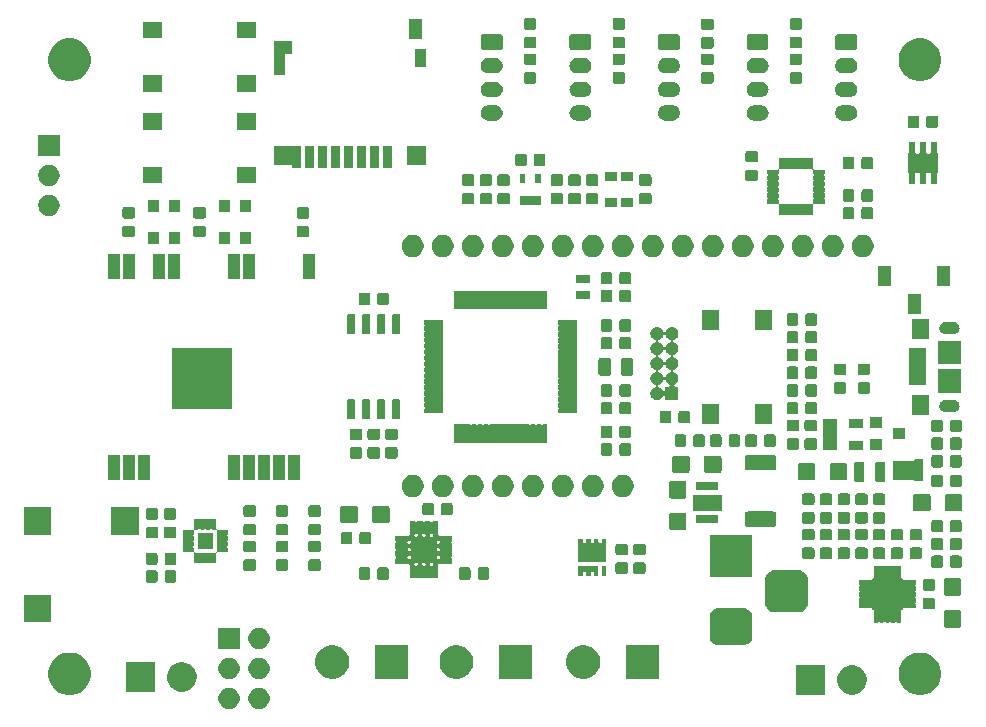
<source format=gbr>
G04 #@! TF.GenerationSoftware,KiCad,Pcbnew,5.1.5-1.fc31*
G04 #@! TF.CreationDate,2020-06-03T18:37:50+07:00*
G04 #@! TF.ProjectId,MP_SamBaseBoard_V1,4d505f53-616d-4426-9173-65426f617264,rev?*
G04 #@! TF.SameCoordinates,Original*
G04 #@! TF.FileFunction,Soldermask,Top*
G04 #@! TF.FilePolarity,Negative*
%FSLAX45Y45*%
G04 Gerber Fmt 4.5, Leading zero omitted, Abs format (unit mm)*
G04 Created by KiCad (PCBNEW 5.1.5-1.fc31) date 2020-06-03 18:37:50*
%MOMM*%
%LPD*%
G04 APERTURE LIST*
%ADD10C,0.100000*%
G04 APERTURE END LIST*
D10*
G36*
X18990351Y-21993393D02*
G01*
X19005281Y-21996362D01*
X19021678Y-22003154D01*
X19036435Y-22013015D01*
X19048985Y-22025565D01*
X19058846Y-22040322D01*
X19065638Y-22056719D01*
X19069100Y-22074126D01*
X19069100Y-22091874D01*
X19065638Y-22109281D01*
X19058846Y-22125678D01*
X19048985Y-22140435D01*
X19036435Y-22152985D01*
X19021678Y-22162846D01*
X19005281Y-22169638D01*
X18990351Y-22172607D01*
X18987874Y-22173100D01*
X18970126Y-22173100D01*
X18967649Y-22172607D01*
X18952719Y-22169638D01*
X18936322Y-22162846D01*
X18921565Y-22152985D01*
X18909015Y-22140435D01*
X18899154Y-22125678D01*
X18892362Y-22109281D01*
X18888900Y-22091874D01*
X18888900Y-22074126D01*
X18892362Y-22056719D01*
X18899154Y-22040322D01*
X18909015Y-22025565D01*
X18921565Y-22013015D01*
X18936322Y-22003154D01*
X18952719Y-21996362D01*
X18967649Y-21993393D01*
X18970126Y-21992900D01*
X18987874Y-21992900D01*
X18990351Y-21993393D01*
G37*
G36*
X18736351Y-21993393D02*
G01*
X18751281Y-21996362D01*
X18767678Y-22003154D01*
X18782435Y-22013015D01*
X18794985Y-22025565D01*
X18804846Y-22040322D01*
X18811638Y-22056719D01*
X18815100Y-22074126D01*
X18815100Y-22091874D01*
X18811638Y-22109281D01*
X18804846Y-22125678D01*
X18794985Y-22140435D01*
X18782435Y-22152985D01*
X18767678Y-22162846D01*
X18751281Y-22169638D01*
X18736351Y-22172607D01*
X18733874Y-22173100D01*
X18716126Y-22173100D01*
X18713649Y-22172607D01*
X18698719Y-22169638D01*
X18682322Y-22162846D01*
X18667565Y-22152985D01*
X18655015Y-22140435D01*
X18645154Y-22125678D01*
X18638362Y-22109281D01*
X18634900Y-22091874D01*
X18634900Y-22074126D01*
X18638362Y-22056719D01*
X18645154Y-22040322D01*
X18655015Y-22025565D01*
X18667565Y-22013015D01*
X18682322Y-22003154D01*
X18698719Y-21996362D01*
X18713649Y-21993393D01*
X18716126Y-21992900D01*
X18733874Y-21992900D01*
X18736351Y-21993393D01*
G37*
G36*
X24627533Y-21701821D02*
G01*
X24660309Y-21715397D01*
X24689807Y-21735107D01*
X24714893Y-21760193D01*
X24734603Y-21789691D01*
X24748179Y-21822467D01*
X24755100Y-21857262D01*
X24755100Y-21892738D01*
X24748179Y-21927533D01*
X24734603Y-21960309D01*
X24714893Y-21989807D01*
X24689807Y-22014893D01*
X24660309Y-22034603D01*
X24627533Y-22048179D01*
X24592738Y-22055100D01*
X24557262Y-22055100D01*
X24522467Y-22048179D01*
X24489691Y-22034603D01*
X24460193Y-22014893D01*
X24435107Y-21989807D01*
X24415397Y-21960309D01*
X24401821Y-21927533D01*
X24394900Y-21892738D01*
X24394900Y-21857262D01*
X24401821Y-21822467D01*
X24415397Y-21789691D01*
X24435107Y-21760193D01*
X24460193Y-21735107D01*
X24489691Y-21715397D01*
X24522467Y-21701821D01*
X24557262Y-21694900D01*
X24592738Y-21694900D01*
X24627533Y-21701821D01*
G37*
G36*
X17427533Y-21701821D02*
G01*
X17460309Y-21715397D01*
X17489807Y-21735107D01*
X17514893Y-21760193D01*
X17534603Y-21789691D01*
X17548179Y-21822467D01*
X17555100Y-21857262D01*
X17555100Y-21892738D01*
X17548179Y-21927533D01*
X17534603Y-21960309D01*
X17514893Y-21989807D01*
X17489807Y-22014893D01*
X17460309Y-22034603D01*
X17427533Y-22048179D01*
X17392738Y-22055100D01*
X17357262Y-22055100D01*
X17322467Y-22048179D01*
X17289691Y-22034603D01*
X17260193Y-22014893D01*
X17235107Y-21989807D01*
X17215397Y-21960309D01*
X17201821Y-21927533D01*
X17194900Y-21892738D01*
X17194900Y-21857262D01*
X17201821Y-21822467D01*
X17215397Y-21789691D01*
X17235107Y-21760193D01*
X17260193Y-21735107D01*
X17289691Y-21715397D01*
X17322467Y-21701821D01*
X17357262Y-21694900D01*
X17392738Y-21694900D01*
X17427533Y-21701821D01*
G37*
G36*
X24026492Y-21802719D02*
G01*
X24036490Y-21804708D01*
X24059257Y-21814138D01*
X24079747Y-21827829D01*
X24097171Y-21845253D01*
X24105195Y-21857262D01*
X24110862Y-21865743D01*
X24120292Y-21888510D01*
X24125100Y-21912679D01*
X24125100Y-21937321D01*
X24120737Y-21959257D01*
X24120292Y-21961490D01*
X24110862Y-21984257D01*
X24097171Y-22004747D01*
X24079747Y-22022172D01*
X24059257Y-22035862D01*
X24059257Y-22035862D01*
X24059257Y-22035862D01*
X24036490Y-22045293D01*
X24012321Y-22050100D01*
X23987679Y-22050100D01*
X23963510Y-22045293D01*
X23940743Y-22035862D01*
X23940743Y-22035862D01*
X23940743Y-22035862D01*
X23920253Y-22022172D01*
X23902828Y-22004747D01*
X23889138Y-21984257D01*
X23879707Y-21961490D01*
X23879263Y-21959257D01*
X23874900Y-21937321D01*
X23874900Y-21912679D01*
X23879707Y-21888510D01*
X23889138Y-21865743D01*
X23894805Y-21857262D01*
X23902828Y-21845253D01*
X23920253Y-21827829D01*
X23940743Y-21814138D01*
X23963510Y-21804708D01*
X23973508Y-21802719D01*
X23987679Y-21799900D01*
X24012321Y-21799900D01*
X24026492Y-21802719D01*
G37*
G36*
X23775100Y-22050100D02*
G01*
X23524900Y-22050100D01*
X23524900Y-21799900D01*
X23775100Y-21799900D01*
X23775100Y-22050100D01*
G37*
G36*
X18100100Y-22025100D02*
G01*
X17849900Y-22025100D01*
X17849900Y-21774900D01*
X18100100Y-21774900D01*
X18100100Y-22025100D01*
G37*
G36*
X18361490Y-21779708D02*
G01*
X18384033Y-21789045D01*
X18384257Y-21789138D01*
X18404747Y-21802829D01*
X18422172Y-21820253D01*
X18427233Y-21827829D01*
X18435862Y-21840743D01*
X18445293Y-21863510D01*
X18450100Y-21887679D01*
X18450100Y-21912321D01*
X18447074Y-21927533D01*
X18445293Y-21936490D01*
X18435862Y-21959257D01*
X18422172Y-21979747D01*
X18404747Y-21997172D01*
X18384257Y-22010862D01*
X18384257Y-22010862D01*
X18384257Y-22010862D01*
X18361490Y-22020293D01*
X18337321Y-22025100D01*
X18312679Y-22025100D01*
X18288510Y-22020293D01*
X18265743Y-22010862D01*
X18265743Y-22010862D01*
X18265743Y-22010862D01*
X18245253Y-21997172D01*
X18227829Y-21979747D01*
X18214138Y-21959257D01*
X18204708Y-21936490D01*
X18202926Y-21927533D01*
X18199900Y-21912321D01*
X18199900Y-21887679D01*
X18204708Y-21863510D01*
X18214138Y-21840743D01*
X18222767Y-21827829D01*
X18227829Y-21820253D01*
X18245253Y-21802829D01*
X18265743Y-21789138D01*
X18265967Y-21789045D01*
X18288510Y-21779708D01*
X18312679Y-21774900D01*
X18337321Y-21774900D01*
X18361490Y-21779708D01*
G37*
G36*
X18736351Y-21739393D02*
G01*
X18751281Y-21742362D01*
X18767678Y-21749154D01*
X18782435Y-21759015D01*
X18794985Y-21771565D01*
X18804846Y-21786322D01*
X18811638Y-21802719D01*
X18815100Y-21820126D01*
X18815100Y-21837874D01*
X18811638Y-21855281D01*
X18804846Y-21871678D01*
X18794985Y-21886435D01*
X18782435Y-21898985D01*
X18767678Y-21908846D01*
X18751281Y-21915638D01*
X18736351Y-21918607D01*
X18733874Y-21919100D01*
X18716126Y-21919100D01*
X18713649Y-21918607D01*
X18698719Y-21915638D01*
X18682322Y-21908846D01*
X18667565Y-21898985D01*
X18655015Y-21886435D01*
X18645154Y-21871678D01*
X18638362Y-21855281D01*
X18634900Y-21837874D01*
X18634900Y-21820126D01*
X18638362Y-21802719D01*
X18645154Y-21786322D01*
X18655015Y-21771565D01*
X18667565Y-21759015D01*
X18682322Y-21749154D01*
X18698719Y-21742362D01*
X18713649Y-21739393D01*
X18716126Y-21738900D01*
X18733874Y-21738900D01*
X18736351Y-21739393D01*
G37*
G36*
X18990351Y-21739393D02*
G01*
X19005281Y-21742362D01*
X19021678Y-21749154D01*
X19036435Y-21759015D01*
X19048985Y-21771565D01*
X19058846Y-21786322D01*
X19065638Y-21802719D01*
X19069100Y-21820126D01*
X19069100Y-21837874D01*
X19065638Y-21855281D01*
X19058846Y-21871678D01*
X19048985Y-21886435D01*
X19036435Y-21898985D01*
X19021678Y-21908846D01*
X19005281Y-21915638D01*
X18990351Y-21918607D01*
X18987874Y-21919100D01*
X18970126Y-21919100D01*
X18967649Y-21918607D01*
X18952719Y-21915638D01*
X18936322Y-21908846D01*
X18921565Y-21898985D01*
X18909015Y-21886435D01*
X18899154Y-21871678D01*
X18892362Y-21855281D01*
X18888900Y-21837874D01*
X18888900Y-21820126D01*
X18892362Y-21802719D01*
X18899154Y-21786322D01*
X18909015Y-21771565D01*
X18921565Y-21759015D01*
X18936322Y-21749154D01*
X18952719Y-21742362D01*
X18967649Y-21739393D01*
X18970126Y-21738900D01*
X18987874Y-21738900D01*
X18990351Y-21739393D01*
G37*
G36*
X21292600Y-21917600D02*
G01*
X21007400Y-21917600D01*
X21007400Y-21632400D01*
X21292600Y-21632400D01*
X21292600Y-21917600D01*
G37*
G36*
X19641595Y-21637880D02*
G01*
X19667546Y-21648629D01*
X19667546Y-21648630D01*
X19690902Y-21664235D01*
X19710765Y-21684098D01*
X19710765Y-21684098D01*
X19726371Y-21707454D01*
X19737120Y-21733405D01*
X19742600Y-21760955D01*
X19742600Y-21789045D01*
X19737120Y-21816595D01*
X19726371Y-21842546D01*
X19724562Y-21845254D01*
X19710765Y-21865902D01*
X19690902Y-21885765D01*
X19686794Y-21888510D01*
X19667546Y-21901371D01*
X19641595Y-21912120D01*
X19614045Y-21917600D01*
X19585955Y-21917600D01*
X19558405Y-21912120D01*
X19532454Y-21901371D01*
X19513206Y-21888510D01*
X19509098Y-21885765D01*
X19489235Y-21865902D01*
X19475438Y-21845254D01*
X19473629Y-21842546D01*
X19462880Y-21816595D01*
X19457400Y-21789045D01*
X19457400Y-21760955D01*
X19462880Y-21733405D01*
X19473629Y-21707454D01*
X19489235Y-21684098D01*
X19489235Y-21684098D01*
X19509098Y-21664235D01*
X19532454Y-21648630D01*
X19532454Y-21648629D01*
X19558405Y-21637880D01*
X19585955Y-21632400D01*
X19614045Y-21632400D01*
X19641595Y-21637880D01*
G37*
G36*
X20242600Y-21917600D02*
G01*
X19957400Y-21917600D01*
X19957400Y-21632400D01*
X20242600Y-21632400D01*
X20242600Y-21917600D01*
G37*
G36*
X20691595Y-21637880D02*
G01*
X20717546Y-21648629D01*
X20717546Y-21648630D01*
X20740902Y-21664235D01*
X20760765Y-21684098D01*
X20760765Y-21684098D01*
X20776371Y-21707454D01*
X20787120Y-21733405D01*
X20792600Y-21760955D01*
X20792600Y-21789045D01*
X20787120Y-21816595D01*
X20776371Y-21842546D01*
X20774562Y-21845254D01*
X20760765Y-21865902D01*
X20740902Y-21885765D01*
X20736794Y-21888510D01*
X20717546Y-21901371D01*
X20691595Y-21912120D01*
X20664045Y-21917600D01*
X20635955Y-21917600D01*
X20608405Y-21912120D01*
X20582454Y-21901371D01*
X20563206Y-21888510D01*
X20559098Y-21885765D01*
X20539235Y-21865902D01*
X20525438Y-21845254D01*
X20523629Y-21842546D01*
X20512880Y-21816595D01*
X20507400Y-21789045D01*
X20507400Y-21760955D01*
X20512880Y-21733405D01*
X20523629Y-21707454D01*
X20539235Y-21684098D01*
X20539235Y-21684098D01*
X20559098Y-21664235D01*
X20582454Y-21648630D01*
X20582454Y-21648629D01*
X20608405Y-21637880D01*
X20635955Y-21632400D01*
X20664045Y-21632400D01*
X20691595Y-21637880D01*
G37*
G36*
X21766595Y-21637880D02*
G01*
X21792546Y-21648629D01*
X21792546Y-21648630D01*
X21815902Y-21664235D01*
X21835765Y-21684098D01*
X21835765Y-21684098D01*
X21851371Y-21707454D01*
X21862120Y-21733405D01*
X21867600Y-21760955D01*
X21867600Y-21789045D01*
X21862120Y-21816595D01*
X21851371Y-21842546D01*
X21849562Y-21845254D01*
X21835765Y-21865902D01*
X21815902Y-21885765D01*
X21811794Y-21888510D01*
X21792546Y-21901371D01*
X21766595Y-21912120D01*
X21739045Y-21917600D01*
X21710955Y-21917600D01*
X21683405Y-21912120D01*
X21657454Y-21901371D01*
X21638206Y-21888510D01*
X21634098Y-21885765D01*
X21614235Y-21865902D01*
X21600438Y-21845254D01*
X21598629Y-21842546D01*
X21587880Y-21816595D01*
X21582400Y-21789045D01*
X21582400Y-21760955D01*
X21587880Y-21733405D01*
X21598629Y-21707454D01*
X21614235Y-21684098D01*
X21614235Y-21684098D01*
X21634098Y-21664235D01*
X21657454Y-21648630D01*
X21657454Y-21648629D01*
X21683405Y-21637880D01*
X21710955Y-21632400D01*
X21739045Y-21632400D01*
X21766595Y-21637880D01*
G37*
G36*
X22367600Y-21917600D02*
G01*
X22082400Y-21917600D01*
X22082400Y-21632400D01*
X22367600Y-21632400D01*
X22367600Y-21917600D01*
G37*
G36*
X18990351Y-21485393D02*
G01*
X19005281Y-21488362D01*
X19021678Y-21495154D01*
X19036435Y-21505015D01*
X19048985Y-21517565D01*
X19058846Y-21532322D01*
X19065638Y-21548719D01*
X19069100Y-21566126D01*
X19069100Y-21583874D01*
X19065638Y-21601281D01*
X19058846Y-21617678D01*
X19048985Y-21632435D01*
X19036435Y-21644985D01*
X19021678Y-21654846D01*
X19005281Y-21661638D01*
X18990351Y-21664607D01*
X18987874Y-21665100D01*
X18970126Y-21665100D01*
X18967649Y-21664607D01*
X18952719Y-21661638D01*
X18936322Y-21654846D01*
X18921565Y-21644985D01*
X18909015Y-21632435D01*
X18899154Y-21617678D01*
X18892362Y-21601281D01*
X18888900Y-21583874D01*
X18888900Y-21566126D01*
X18892362Y-21548719D01*
X18899154Y-21532322D01*
X18909015Y-21517565D01*
X18921565Y-21505015D01*
X18936322Y-21495154D01*
X18952719Y-21488362D01*
X18967649Y-21485393D01*
X18970126Y-21484900D01*
X18987874Y-21484900D01*
X18990351Y-21485393D01*
G37*
G36*
X18815100Y-21665100D02*
G01*
X18634900Y-21665100D01*
X18634900Y-21484900D01*
X18815100Y-21484900D01*
X18815100Y-21665100D01*
G37*
G36*
X23097698Y-21321329D02*
G01*
X23111062Y-21325383D01*
X23123378Y-21331966D01*
X23134174Y-21340826D01*
X23143034Y-21351622D01*
X23149617Y-21363938D01*
X23153671Y-21377302D01*
X23155100Y-21391814D01*
X23155100Y-21558186D01*
X23153671Y-21572698D01*
X23149617Y-21586063D01*
X23143034Y-21598378D01*
X23134174Y-21609174D01*
X23123378Y-21618034D01*
X23111062Y-21624617D01*
X23097698Y-21628671D01*
X23083186Y-21630100D01*
X22866814Y-21630100D01*
X22852302Y-21628671D01*
X22838937Y-21624617D01*
X22826622Y-21618034D01*
X22815826Y-21609174D01*
X22806966Y-21598378D01*
X22800383Y-21586063D01*
X22796329Y-21572698D01*
X22794900Y-21558186D01*
X22794900Y-21391814D01*
X22796329Y-21377302D01*
X22800383Y-21363938D01*
X22806966Y-21351622D01*
X22815826Y-21340826D01*
X22826622Y-21331966D01*
X22838937Y-21325383D01*
X22852302Y-21321329D01*
X22866814Y-21319900D01*
X23083186Y-21319900D01*
X23097698Y-21321329D01*
G37*
G36*
X24907280Y-21335325D02*
G01*
X24910837Y-21336404D01*
X24914114Y-21338155D01*
X24916987Y-21340513D01*
X24919345Y-21343386D01*
X24921096Y-21346663D01*
X24922175Y-21350220D01*
X24922600Y-21354533D01*
X24922600Y-21465468D01*
X24922175Y-21469780D01*
X24921096Y-21473337D01*
X24919345Y-21476614D01*
X24916987Y-21479487D01*
X24914114Y-21481845D01*
X24910837Y-21483596D01*
X24907280Y-21484675D01*
X24902967Y-21485100D01*
X24797032Y-21485100D01*
X24792720Y-21484675D01*
X24789163Y-21483596D01*
X24785886Y-21481845D01*
X24783013Y-21479487D01*
X24780655Y-21476614D01*
X24778904Y-21473337D01*
X24777825Y-21469780D01*
X24777400Y-21465468D01*
X24777400Y-21354533D01*
X24777825Y-21350220D01*
X24778904Y-21346663D01*
X24780655Y-21343386D01*
X24783013Y-21340513D01*
X24785886Y-21338155D01*
X24789163Y-21336404D01*
X24792720Y-21335325D01*
X24797032Y-21334900D01*
X24902967Y-21334900D01*
X24907280Y-21335325D01*
G37*
G36*
X24215535Y-20960008D02*
G01*
X24216003Y-20960150D01*
X24216433Y-20960380D01*
X24217070Y-20960903D01*
X24219108Y-20962264D01*
X24221371Y-20963202D01*
X24223775Y-20963680D01*
X24226225Y-20963680D01*
X24228629Y-20963202D01*
X24230892Y-20962264D01*
X24232930Y-20960903D01*
X24233567Y-20960380D01*
X24233997Y-20960150D01*
X24234464Y-20960008D01*
X24235564Y-20959900D01*
X24264436Y-20959900D01*
X24265535Y-20960008D01*
X24266003Y-20960150D01*
X24266433Y-20960380D01*
X24267070Y-20960903D01*
X24269108Y-20962264D01*
X24271371Y-20963202D01*
X24273775Y-20963680D01*
X24276225Y-20963680D01*
X24278629Y-20963202D01*
X24280892Y-20962264D01*
X24282930Y-20960903D01*
X24283567Y-20960380D01*
X24283997Y-20960150D01*
X24284464Y-20960008D01*
X24285564Y-20959900D01*
X24314436Y-20959900D01*
X24315535Y-20960008D01*
X24316003Y-20960150D01*
X24316433Y-20960380D01*
X24317070Y-20960903D01*
X24319108Y-20962264D01*
X24321371Y-20963202D01*
X24323775Y-20963680D01*
X24326225Y-20963680D01*
X24328629Y-20963202D01*
X24330892Y-20962264D01*
X24332930Y-20960903D01*
X24333567Y-20960380D01*
X24333997Y-20960150D01*
X24334464Y-20960008D01*
X24335564Y-20959900D01*
X24364436Y-20959900D01*
X24365535Y-20960008D01*
X24366003Y-20960150D01*
X24366433Y-20960380D01*
X24367070Y-20960903D01*
X24369108Y-20962264D01*
X24371371Y-20963202D01*
X24373775Y-20963680D01*
X24376225Y-20963680D01*
X24378629Y-20963202D01*
X24380892Y-20962264D01*
X24382930Y-20960903D01*
X24383567Y-20960380D01*
X24383997Y-20960150D01*
X24384464Y-20960008D01*
X24385564Y-20959900D01*
X24414436Y-20959900D01*
X24415535Y-20960008D01*
X24416003Y-20960150D01*
X24416433Y-20960380D01*
X24416810Y-20960690D01*
X24417120Y-20961067D01*
X24417350Y-20961497D01*
X24417492Y-20961965D01*
X24417600Y-20963064D01*
X24417600Y-21049436D01*
X24417492Y-21050536D01*
X24417350Y-21051003D01*
X24417080Y-21051508D01*
X24416142Y-21053772D01*
X24415664Y-21056175D01*
X24415664Y-21058625D01*
X24416142Y-21061029D01*
X24417080Y-21063293D01*
X24418441Y-21065330D01*
X24420174Y-21067063D01*
X24422212Y-21068424D01*
X24424475Y-21069362D01*
X24428104Y-21069900D01*
X24430100Y-21069900D01*
X24430100Y-21071896D01*
X24430340Y-21074335D01*
X24431051Y-21076680D01*
X24432207Y-21078841D01*
X24433761Y-21080735D01*
X24435655Y-21082289D01*
X24437816Y-21083444D01*
X24440161Y-21084156D01*
X24442600Y-21084396D01*
X24445038Y-21084156D01*
X24448492Y-21082920D01*
X24448997Y-21082650D01*
X24449464Y-21082508D01*
X24450564Y-21082400D01*
X24536936Y-21082400D01*
X24538035Y-21082508D01*
X24538503Y-21082650D01*
X24538933Y-21082880D01*
X24539310Y-21083190D01*
X24539620Y-21083567D01*
X24539850Y-21083997D01*
X24539992Y-21084465D01*
X24540100Y-21085564D01*
X24540100Y-21114436D01*
X24539992Y-21115536D01*
X24539850Y-21116003D01*
X24539620Y-21116433D01*
X24539097Y-21117070D01*
X24537736Y-21119108D01*
X24536798Y-21121372D01*
X24536320Y-21123775D01*
X24536320Y-21126225D01*
X24536798Y-21128629D01*
X24537736Y-21130893D01*
X24539097Y-21132930D01*
X24539620Y-21133567D01*
X24539850Y-21133997D01*
X24539992Y-21134465D01*
X24540100Y-21135564D01*
X24540100Y-21164436D01*
X24539992Y-21165536D01*
X24539850Y-21166003D01*
X24539620Y-21166433D01*
X24539097Y-21167070D01*
X24537736Y-21169108D01*
X24536798Y-21171372D01*
X24536320Y-21173775D01*
X24536320Y-21176225D01*
X24536798Y-21178629D01*
X24537736Y-21180893D01*
X24539097Y-21182930D01*
X24539620Y-21183567D01*
X24539850Y-21183997D01*
X24539992Y-21184465D01*
X24540100Y-21185564D01*
X24540100Y-21214436D01*
X24539992Y-21215536D01*
X24539850Y-21216003D01*
X24539620Y-21216433D01*
X24539097Y-21217070D01*
X24537736Y-21219108D01*
X24536798Y-21221372D01*
X24536320Y-21223775D01*
X24536320Y-21226225D01*
X24536798Y-21228629D01*
X24537736Y-21230893D01*
X24539097Y-21232930D01*
X24539620Y-21233567D01*
X24539850Y-21233997D01*
X24539992Y-21234465D01*
X24540100Y-21235564D01*
X24540100Y-21264436D01*
X24539992Y-21265536D01*
X24539850Y-21266003D01*
X24539620Y-21266433D01*
X24539097Y-21267070D01*
X24537736Y-21269108D01*
X24536798Y-21271372D01*
X24536320Y-21273775D01*
X24536320Y-21276225D01*
X24536798Y-21278629D01*
X24537736Y-21280893D01*
X24539097Y-21282930D01*
X24539620Y-21283567D01*
X24539850Y-21283997D01*
X24539992Y-21284465D01*
X24540100Y-21285564D01*
X24540100Y-21314436D01*
X24539992Y-21315536D01*
X24539850Y-21316003D01*
X24539620Y-21316433D01*
X24539310Y-21316810D01*
X24538933Y-21317120D01*
X24538503Y-21317350D01*
X24538035Y-21317492D01*
X24536936Y-21317600D01*
X24450564Y-21317600D01*
X24449464Y-21317492D01*
X24448997Y-21317350D01*
X24448492Y-21317080D01*
X24446228Y-21316142D01*
X24443825Y-21315664D01*
X24441375Y-21315664D01*
X24438971Y-21316142D01*
X24436707Y-21317080D01*
X24434670Y-21318441D01*
X24432937Y-21320174D01*
X24431576Y-21322212D01*
X24430638Y-21324476D01*
X24430100Y-21328104D01*
X24430100Y-21330100D01*
X24428104Y-21330100D01*
X24425665Y-21330340D01*
X24423320Y-21331052D01*
X24421159Y-21332207D01*
X24419265Y-21333761D01*
X24417711Y-21335655D01*
X24416556Y-21337816D01*
X24415844Y-21340161D01*
X24415604Y-21342600D01*
X24415844Y-21345039D01*
X24417080Y-21348492D01*
X24417350Y-21348997D01*
X24417492Y-21349465D01*
X24417600Y-21350564D01*
X24417600Y-21436936D01*
X24417492Y-21438036D01*
X24417350Y-21438503D01*
X24417120Y-21438933D01*
X24416810Y-21439310D01*
X24416433Y-21439620D01*
X24416003Y-21439850D01*
X24415535Y-21439992D01*
X24414436Y-21440100D01*
X24385564Y-21440100D01*
X24384464Y-21439992D01*
X24383997Y-21439850D01*
X24383567Y-21439620D01*
X24382930Y-21439097D01*
X24380892Y-21437736D01*
X24378628Y-21436798D01*
X24376225Y-21436320D01*
X24373775Y-21436320D01*
X24371371Y-21436798D01*
X24369107Y-21437736D01*
X24367070Y-21439097D01*
X24366433Y-21439620D01*
X24366003Y-21439850D01*
X24365535Y-21439992D01*
X24364436Y-21440100D01*
X24335564Y-21440100D01*
X24334464Y-21439992D01*
X24333997Y-21439850D01*
X24333567Y-21439620D01*
X24332930Y-21439097D01*
X24330892Y-21437736D01*
X24328628Y-21436798D01*
X24326225Y-21436320D01*
X24323775Y-21436320D01*
X24321371Y-21436798D01*
X24319107Y-21437736D01*
X24317070Y-21439097D01*
X24316433Y-21439620D01*
X24316003Y-21439850D01*
X24315535Y-21439992D01*
X24314436Y-21440100D01*
X24285564Y-21440100D01*
X24284464Y-21439992D01*
X24283997Y-21439850D01*
X24283567Y-21439620D01*
X24282930Y-21439097D01*
X24280892Y-21437736D01*
X24278628Y-21436798D01*
X24276225Y-21436320D01*
X24273775Y-21436320D01*
X24271371Y-21436798D01*
X24269107Y-21437736D01*
X24267070Y-21439097D01*
X24266433Y-21439620D01*
X24266003Y-21439850D01*
X24265535Y-21439992D01*
X24264436Y-21440100D01*
X24235564Y-21440100D01*
X24234464Y-21439992D01*
X24233997Y-21439850D01*
X24233567Y-21439620D01*
X24232930Y-21439097D01*
X24230892Y-21437736D01*
X24228628Y-21436798D01*
X24226225Y-21436320D01*
X24223775Y-21436320D01*
X24221371Y-21436798D01*
X24219107Y-21437736D01*
X24217070Y-21439097D01*
X24216433Y-21439620D01*
X24216003Y-21439850D01*
X24215535Y-21439992D01*
X24214436Y-21440100D01*
X24185564Y-21440100D01*
X24184464Y-21439992D01*
X24183997Y-21439850D01*
X24183567Y-21439620D01*
X24183190Y-21439310D01*
X24182880Y-21438933D01*
X24182650Y-21438503D01*
X24182508Y-21438036D01*
X24182400Y-21436936D01*
X24182400Y-21350564D01*
X24182508Y-21349465D01*
X24182650Y-21348997D01*
X24182920Y-21348492D01*
X24183858Y-21346228D01*
X24184336Y-21343825D01*
X24184336Y-21341375D01*
X24183858Y-21338971D01*
X24182920Y-21336708D01*
X24181559Y-21334670D01*
X24179826Y-21332937D01*
X24177788Y-21331576D01*
X24175524Y-21330638D01*
X24171896Y-21330100D01*
X24169900Y-21330100D01*
X24169900Y-21328104D01*
X24169660Y-21325665D01*
X24168948Y-21323321D01*
X24167793Y-21321159D01*
X24166239Y-21319265D01*
X24164345Y-21317711D01*
X24162184Y-21316556D01*
X24159839Y-21315844D01*
X24157400Y-21315604D01*
X24154961Y-21315844D01*
X24151508Y-21317080D01*
X24151003Y-21317350D01*
X24150535Y-21317492D01*
X24149436Y-21317600D01*
X24063064Y-21317600D01*
X24061964Y-21317492D01*
X24061497Y-21317350D01*
X24061067Y-21317120D01*
X24060690Y-21316810D01*
X24060380Y-21316433D01*
X24060150Y-21316003D01*
X24060008Y-21315536D01*
X24059900Y-21314436D01*
X24059900Y-21285564D01*
X24060008Y-21284465D01*
X24060150Y-21283997D01*
X24060380Y-21283567D01*
X24060903Y-21282930D01*
X24062264Y-21280892D01*
X24063202Y-21278629D01*
X24063680Y-21276225D01*
X24063680Y-21273775D01*
X24063202Y-21271371D01*
X24062264Y-21269108D01*
X24060903Y-21267070D01*
X24060380Y-21266433D01*
X24060150Y-21266003D01*
X24060008Y-21265536D01*
X24059900Y-21264436D01*
X24059900Y-21235564D01*
X24060008Y-21234465D01*
X24060150Y-21233997D01*
X24060380Y-21233567D01*
X24060903Y-21232930D01*
X24062264Y-21230892D01*
X24063202Y-21228629D01*
X24063680Y-21226225D01*
X24063680Y-21223775D01*
X24063202Y-21221371D01*
X24062264Y-21219108D01*
X24060903Y-21217070D01*
X24060380Y-21216433D01*
X24060150Y-21216003D01*
X24060008Y-21215536D01*
X24059900Y-21214436D01*
X24059900Y-21185564D01*
X24060008Y-21184465D01*
X24060150Y-21183997D01*
X24060380Y-21183567D01*
X24060903Y-21182930D01*
X24062264Y-21180892D01*
X24063202Y-21178629D01*
X24063680Y-21176225D01*
X24063680Y-21173775D01*
X24063202Y-21171371D01*
X24062264Y-21169108D01*
X24060903Y-21167070D01*
X24060380Y-21166433D01*
X24060150Y-21166003D01*
X24060008Y-21165536D01*
X24059900Y-21164436D01*
X24059900Y-21135564D01*
X24060008Y-21134465D01*
X24060150Y-21133997D01*
X24060380Y-21133567D01*
X24060903Y-21132930D01*
X24062264Y-21130892D01*
X24063202Y-21128629D01*
X24063680Y-21126225D01*
X24063680Y-21123775D01*
X24063202Y-21121371D01*
X24062264Y-21119108D01*
X24060903Y-21117070D01*
X24060380Y-21116433D01*
X24060150Y-21116003D01*
X24060008Y-21115536D01*
X24059900Y-21114436D01*
X24059900Y-21085564D01*
X24060008Y-21084465D01*
X24060150Y-21083997D01*
X24060380Y-21083567D01*
X24060690Y-21083190D01*
X24061067Y-21082880D01*
X24061497Y-21082650D01*
X24061964Y-21082508D01*
X24063064Y-21082400D01*
X24149436Y-21082400D01*
X24150535Y-21082508D01*
X24151003Y-21082650D01*
X24151508Y-21082920D01*
X24153772Y-21083858D01*
X24156175Y-21084336D01*
X24158625Y-21084336D01*
X24161029Y-21083858D01*
X24163292Y-21082920D01*
X24165330Y-21081559D01*
X24167063Y-21079826D01*
X24168424Y-21077788D01*
X24169362Y-21075525D01*
X24169900Y-21071896D01*
X24169900Y-21069900D01*
X24171896Y-21069900D01*
X24174335Y-21069660D01*
X24176679Y-21068949D01*
X24178841Y-21067793D01*
X24180735Y-21066239D01*
X24182289Y-21064345D01*
X24183444Y-21062184D01*
X24184156Y-21059839D01*
X24184396Y-21057400D01*
X24184156Y-21054962D01*
X24182920Y-21051508D01*
X24182650Y-21051003D01*
X24182508Y-21050536D01*
X24182400Y-21049436D01*
X24182400Y-20963064D01*
X24182508Y-20961965D01*
X24182650Y-20961497D01*
X24182880Y-20961067D01*
X24183190Y-20960690D01*
X24183567Y-20960380D01*
X24183997Y-20960150D01*
X24184464Y-20960008D01*
X24185564Y-20959900D01*
X24214436Y-20959900D01*
X24215535Y-20960008D01*
G37*
G36*
X17219850Y-21434850D02*
G01*
X16990150Y-21434850D01*
X16990150Y-21205150D01*
X17219850Y-21205150D01*
X17219850Y-21434850D01*
G37*
G36*
X23557637Y-20996570D02*
G01*
X23573346Y-21001335D01*
X23587823Y-21009073D01*
X23600513Y-21019487D01*
X23610927Y-21032177D01*
X23618665Y-21046654D01*
X23623430Y-21062363D01*
X23625100Y-21079314D01*
X23625100Y-21270686D01*
X23623430Y-21287637D01*
X23618665Y-21303346D01*
X23610927Y-21317823D01*
X23600513Y-21330513D01*
X23587823Y-21340927D01*
X23573346Y-21348665D01*
X23557637Y-21353431D01*
X23540686Y-21355100D01*
X23349314Y-21355100D01*
X23332363Y-21353431D01*
X23316654Y-21348665D01*
X23302177Y-21340927D01*
X23289487Y-21330513D01*
X23279073Y-21317823D01*
X23271335Y-21303346D01*
X23266569Y-21287637D01*
X23264900Y-21270686D01*
X23264900Y-21079314D01*
X23266569Y-21062363D01*
X23271335Y-21046654D01*
X23279073Y-21032177D01*
X23289487Y-21019487D01*
X23302177Y-21009073D01*
X23316654Y-21001335D01*
X23332363Y-20996570D01*
X23349314Y-20994900D01*
X23540686Y-20994900D01*
X23557637Y-20996570D01*
G37*
G36*
X24687959Y-21230309D02*
G01*
X24691357Y-21231339D01*
X24694489Y-21233013D01*
X24697234Y-21235266D01*
X24699487Y-21238011D01*
X24701161Y-21241143D01*
X24702191Y-21244541D01*
X24702600Y-21248689D01*
X24702600Y-21308811D01*
X24702191Y-21312959D01*
X24701161Y-21316357D01*
X24699487Y-21319489D01*
X24697234Y-21322234D01*
X24694489Y-21324487D01*
X24691357Y-21326161D01*
X24687959Y-21327192D01*
X24683811Y-21327600D01*
X24616189Y-21327600D01*
X24612041Y-21327192D01*
X24608643Y-21326161D01*
X24605511Y-21324487D01*
X24602766Y-21322234D01*
X24600513Y-21319489D01*
X24598839Y-21316357D01*
X24597808Y-21312959D01*
X24597400Y-21308811D01*
X24597400Y-21248689D01*
X24597808Y-21244541D01*
X24598839Y-21241143D01*
X24600513Y-21238011D01*
X24602766Y-21235266D01*
X24605511Y-21233013D01*
X24608643Y-21231339D01*
X24612041Y-21230309D01*
X24616189Y-21229900D01*
X24683811Y-21229900D01*
X24687959Y-21230309D01*
G37*
G36*
X24907280Y-21065325D02*
G01*
X24910837Y-21066404D01*
X24914114Y-21068155D01*
X24916987Y-21070513D01*
X24919345Y-21073386D01*
X24921096Y-21076663D01*
X24922175Y-21080220D01*
X24922600Y-21084533D01*
X24922600Y-21195468D01*
X24922175Y-21199780D01*
X24921096Y-21203337D01*
X24919345Y-21206614D01*
X24916987Y-21209487D01*
X24914114Y-21211845D01*
X24910837Y-21213596D01*
X24907280Y-21214675D01*
X24902967Y-21215100D01*
X24797032Y-21215100D01*
X24792720Y-21214675D01*
X24789163Y-21213596D01*
X24785886Y-21211845D01*
X24783013Y-21209487D01*
X24780655Y-21206614D01*
X24778904Y-21203337D01*
X24777825Y-21199780D01*
X24777400Y-21195468D01*
X24777400Y-21084533D01*
X24777825Y-21080220D01*
X24778904Y-21076663D01*
X24780655Y-21073386D01*
X24783013Y-21070513D01*
X24785886Y-21068155D01*
X24789163Y-21066404D01*
X24792720Y-21065325D01*
X24797032Y-21064900D01*
X24902967Y-21064900D01*
X24907280Y-21065325D01*
G37*
G36*
X24687959Y-21072809D02*
G01*
X24691357Y-21073839D01*
X24694489Y-21075513D01*
X24697234Y-21077766D01*
X24699487Y-21080511D01*
X24701161Y-21083643D01*
X24702191Y-21087041D01*
X24702600Y-21091189D01*
X24702600Y-21151311D01*
X24702191Y-21155459D01*
X24701161Y-21158857D01*
X24699487Y-21161989D01*
X24697234Y-21164734D01*
X24694489Y-21166987D01*
X24691357Y-21168661D01*
X24687959Y-21169692D01*
X24683811Y-21170100D01*
X24616189Y-21170100D01*
X24612041Y-21169692D01*
X24608643Y-21168661D01*
X24605511Y-21166987D01*
X24602766Y-21164734D01*
X24600513Y-21161989D01*
X24598839Y-21158857D01*
X24597808Y-21155459D01*
X24597400Y-21151311D01*
X24597400Y-21091189D01*
X24597808Y-21087041D01*
X24598839Y-21083643D01*
X24600513Y-21080511D01*
X24602766Y-21077766D01*
X24605511Y-21075513D01*
X24608643Y-21073839D01*
X24612041Y-21072809D01*
X24616189Y-21072400D01*
X24683811Y-21072400D01*
X24687959Y-21072809D01*
G37*
G36*
X18105459Y-20997809D02*
G01*
X18108857Y-20998839D01*
X18111989Y-21000513D01*
X18114734Y-21002766D01*
X18116987Y-21005511D01*
X18118661Y-21008643D01*
X18119692Y-21012041D01*
X18120100Y-21016189D01*
X18120100Y-21083811D01*
X18119692Y-21087959D01*
X18118661Y-21091357D01*
X18116987Y-21094489D01*
X18114734Y-21097234D01*
X18111989Y-21099487D01*
X18108857Y-21101161D01*
X18105459Y-21102192D01*
X18101311Y-21102600D01*
X18041189Y-21102600D01*
X18037041Y-21102192D01*
X18033643Y-21101161D01*
X18030511Y-21099487D01*
X18027766Y-21097234D01*
X18025513Y-21094489D01*
X18023839Y-21091357D01*
X18022809Y-21087959D01*
X18022400Y-21083811D01*
X18022400Y-21016189D01*
X18022809Y-21012041D01*
X18023839Y-21008643D01*
X18025513Y-21005511D01*
X18027766Y-21002766D01*
X18030511Y-21000513D01*
X18033643Y-20998839D01*
X18037041Y-20997809D01*
X18041189Y-20997400D01*
X18101311Y-20997400D01*
X18105459Y-20997809D01*
G37*
G36*
X18262959Y-20997809D02*
G01*
X18266357Y-20998839D01*
X18269489Y-21000513D01*
X18272234Y-21002766D01*
X18274487Y-21005511D01*
X18276161Y-21008643D01*
X18277192Y-21012041D01*
X18277600Y-21016189D01*
X18277600Y-21083811D01*
X18277192Y-21087959D01*
X18276161Y-21091357D01*
X18274487Y-21094489D01*
X18272234Y-21097234D01*
X18269489Y-21099487D01*
X18266357Y-21101161D01*
X18262959Y-21102192D01*
X18258811Y-21102600D01*
X18198689Y-21102600D01*
X18194541Y-21102192D01*
X18191143Y-21101161D01*
X18188011Y-21099487D01*
X18185266Y-21097234D01*
X18183013Y-21094489D01*
X18181339Y-21091357D01*
X18180309Y-21087959D01*
X18179900Y-21083811D01*
X18179900Y-21016189D01*
X18180309Y-21012041D01*
X18181339Y-21008643D01*
X18183013Y-21005511D01*
X18185266Y-21002766D01*
X18188011Y-21000513D01*
X18191143Y-20998839D01*
X18194541Y-20997809D01*
X18198689Y-20997400D01*
X18258811Y-20997400D01*
X18262959Y-20997809D01*
G37*
G36*
X20912959Y-20972809D02*
G01*
X20916357Y-20973839D01*
X20919489Y-20975513D01*
X20922234Y-20977766D01*
X20924487Y-20980511D01*
X20926161Y-20983643D01*
X20927192Y-20987041D01*
X20927600Y-20991189D01*
X20927600Y-21058811D01*
X20927192Y-21062959D01*
X20926161Y-21066357D01*
X20924487Y-21069489D01*
X20922234Y-21072234D01*
X20919489Y-21074487D01*
X20916357Y-21076161D01*
X20912959Y-21077192D01*
X20908811Y-21077600D01*
X20848689Y-21077600D01*
X20844541Y-21077192D01*
X20841143Y-21076161D01*
X20838011Y-21074487D01*
X20835266Y-21072234D01*
X20833013Y-21069489D01*
X20831339Y-21066357D01*
X20830309Y-21062959D01*
X20829900Y-21058811D01*
X20829900Y-20991189D01*
X20830309Y-20987041D01*
X20831339Y-20983643D01*
X20833013Y-20980511D01*
X20835266Y-20977766D01*
X20838011Y-20975513D01*
X20841143Y-20973839D01*
X20844541Y-20972809D01*
X20848689Y-20972400D01*
X20908811Y-20972400D01*
X20912959Y-20972809D01*
G37*
G36*
X19905459Y-20972809D02*
G01*
X19908857Y-20973839D01*
X19911989Y-20975513D01*
X19914734Y-20977766D01*
X19916987Y-20980511D01*
X19918661Y-20983643D01*
X19919692Y-20987041D01*
X19920100Y-20991189D01*
X19920100Y-21058811D01*
X19919692Y-21062959D01*
X19918661Y-21066357D01*
X19916987Y-21069489D01*
X19914734Y-21072234D01*
X19911989Y-21074487D01*
X19908857Y-21076161D01*
X19905459Y-21077192D01*
X19901311Y-21077600D01*
X19841189Y-21077600D01*
X19837041Y-21077192D01*
X19833643Y-21076161D01*
X19830511Y-21074487D01*
X19827766Y-21072234D01*
X19825513Y-21069489D01*
X19823839Y-21066357D01*
X19822809Y-21062959D01*
X19822400Y-21058811D01*
X19822400Y-20991189D01*
X19822809Y-20987041D01*
X19823839Y-20983643D01*
X19825513Y-20980511D01*
X19827766Y-20977766D01*
X19830511Y-20975513D01*
X19833643Y-20973839D01*
X19837041Y-20972809D01*
X19841189Y-20972400D01*
X19901311Y-20972400D01*
X19905459Y-20972809D01*
G37*
G36*
X20062959Y-20972809D02*
G01*
X20066357Y-20973839D01*
X20069489Y-20975513D01*
X20072234Y-20977766D01*
X20074487Y-20980511D01*
X20076161Y-20983643D01*
X20077192Y-20987041D01*
X20077600Y-20991189D01*
X20077600Y-21058811D01*
X20077192Y-21062959D01*
X20076161Y-21066357D01*
X20074487Y-21069489D01*
X20072234Y-21072234D01*
X20069489Y-21074487D01*
X20066357Y-21076161D01*
X20062959Y-21077192D01*
X20058811Y-21077600D01*
X19998689Y-21077600D01*
X19994541Y-21077192D01*
X19991143Y-21076161D01*
X19988011Y-21074487D01*
X19985266Y-21072234D01*
X19983013Y-21069489D01*
X19981339Y-21066357D01*
X19980309Y-21062959D01*
X19979900Y-21058811D01*
X19979900Y-20991189D01*
X19980309Y-20987041D01*
X19981339Y-20983643D01*
X19983013Y-20980511D01*
X19985266Y-20977766D01*
X19988011Y-20975513D01*
X19991143Y-20973839D01*
X19994541Y-20972809D01*
X19998689Y-20972400D01*
X20058811Y-20972400D01*
X20062959Y-20972809D01*
G37*
G36*
X20755459Y-20972809D02*
G01*
X20758857Y-20973839D01*
X20761989Y-20975513D01*
X20764734Y-20977766D01*
X20766987Y-20980511D01*
X20768661Y-20983643D01*
X20769692Y-20987041D01*
X20770100Y-20991189D01*
X20770100Y-21058811D01*
X20769692Y-21062959D01*
X20768661Y-21066357D01*
X20766987Y-21069489D01*
X20764734Y-21072234D01*
X20761989Y-21074487D01*
X20758857Y-21076161D01*
X20755459Y-21077192D01*
X20751311Y-21077600D01*
X20691189Y-21077600D01*
X20687041Y-21077192D01*
X20683643Y-21076161D01*
X20680511Y-21074487D01*
X20677766Y-21072234D01*
X20675513Y-21069489D01*
X20673839Y-21066357D01*
X20672809Y-21062959D01*
X20672400Y-21058811D01*
X20672400Y-20991189D01*
X20672809Y-20987041D01*
X20673839Y-20983643D01*
X20675513Y-20980511D01*
X20677766Y-20977766D01*
X20680511Y-20975513D01*
X20683643Y-20973839D01*
X20687041Y-20972809D01*
X20691189Y-20972400D01*
X20751311Y-20972400D01*
X20755459Y-20972809D01*
G37*
G36*
X20295382Y-20581915D02*
G01*
X20296318Y-20582199D01*
X20297181Y-20582660D01*
X20297937Y-20583280D01*
X20298856Y-20584401D01*
X20299696Y-20585658D01*
X20301429Y-20587390D01*
X20303466Y-20588752D01*
X20305730Y-20589689D01*
X20308133Y-20590167D01*
X20310584Y-20590167D01*
X20312987Y-20589689D01*
X20315251Y-20588752D01*
X20317288Y-20587390D01*
X20319021Y-20585658D01*
X20319861Y-20584401D01*
X20320780Y-20583280D01*
X20321536Y-20582660D01*
X20322399Y-20582199D01*
X20323335Y-20581915D01*
X20324923Y-20581759D01*
X20358795Y-20581759D01*
X20360382Y-20581915D01*
X20361318Y-20582199D01*
X20362181Y-20582660D01*
X20362937Y-20583280D01*
X20363856Y-20584401D01*
X20364696Y-20585658D01*
X20366429Y-20587390D01*
X20368466Y-20588752D01*
X20370730Y-20589689D01*
X20373133Y-20590167D01*
X20375584Y-20590167D01*
X20377987Y-20589689D01*
X20380251Y-20588752D01*
X20382288Y-20587390D01*
X20384021Y-20585658D01*
X20384861Y-20584401D01*
X20385780Y-20583280D01*
X20386536Y-20582660D01*
X20387399Y-20582199D01*
X20388335Y-20581915D01*
X20389923Y-20581759D01*
X20423795Y-20581759D01*
X20425382Y-20581915D01*
X20426318Y-20582199D01*
X20427181Y-20582660D01*
X20427937Y-20583280D01*
X20428856Y-20584401D01*
X20429696Y-20585658D01*
X20431429Y-20587390D01*
X20433466Y-20588752D01*
X20435730Y-20589689D01*
X20438133Y-20590167D01*
X20440584Y-20590167D01*
X20442987Y-20589689D01*
X20445251Y-20588752D01*
X20447288Y-20587390D01*
X20449021Y-20585658D01*
X20449861Y-20584401D01*
X20450780Y-20583280D01*
X20451536Y-20582660D01*
X20452399Y-20582199D01*
X20453335Y-20581915D01*
X20454923Y-20581759D01*
X20488795Y-20581759D01*
X20490382Y-20581915D01*
X20491318Y-20582199D01*
X20492181Y-20582660D01*
X20492937Y-20583280D01*
X20493557Y-20584036D01*
X20494018Y-20584899D01*
X20494302Y-20585835D01*
X20494459Y-20587423D01*
X20494459Y-20688795D01*
X20494262Y-20690790D01*
X20494262Y-20693241D01*
X20494740Y-20695644D01*
X20495678Y-20697908D01*
X20497039Y-20699945D01*
X20498772Y-20701678D01*
X20500810Y-20703039D01*
X20503073Y-20703977D01*
X20505477Y-20704455D01*
X20507927Y-20704455D01*
X20509922Y-20704259D01*
X20611295Y-20704259D01*
X20612882Y-20704415D01*
X20613818Y-20704699D01*
X20614681Y-20705160D01*
X20615437Y-20705780D01*
X20616057Y-20706536D01*
X20616518Y-20707399D01*
X20616802Y-20708335D01*
X20616959Y-20709923D01*
X20616959Y-20743795D01*
X20616802Y-20745382D01*
X20616518Y-20746318D01*
X20616057Y-20747181D01*
X20615437Y-20747937D01*
X20614316Y-20748856D01*
X20613060Y-20749696D01*
X20611327Y-20751429D01*
X20609965Y-20753466D01*
X20609028Y-20755730D01*
X20608550Y-20758133D01*
X20608550Y-20760584D01*
X20609028Y-20762987D01*
X20609965Y-20765251D01*
X20611327Y-20767288D01*
X20613059Y-20769021D01*
X20614316Y-20769861D01*
X20615437Y-20770780D01*
X20616057Y-20771536D01*
X20616518Y-20772399D01*
X20616802Y-20773335D01*
X20616959Y-20774923D01*
X20616959Y-20808795D01*
X20616802Y-20810382D01*
X20616518Y-20811318D01*
X20616057Y-20812181D01*
X20615437Y-20812937D01*
X20614316Y-20813856D01*
X20613060Y-20814696D01*
X20611327Y-20816429D01*
X20609965Y-20818466D01*
X20609028Y-20820730D01*
X20608550Y-20823133D01*
X20608550Y-20825584D01*
X20609028Y-20827987D01*
X20609965Y-20830251D01*
X20611327Y-20832288D01*
X20613059Y-20834021D01*
X20614316Y-20834861D01*
X20615437Y-20835780D01*
X20616057Y-20836536D01*
X20616518Y-20837399D01*
X20616802Y-20838335D01*
X20616959Y-20839923D01*
X20616959Y-20873795D01*
X20616802Y-20875382D01*
X20616518Y-20876318D01*
X20616057Y-20877181D01*
X20615437Y-20877937D01*
X20614316Y-20878856D01*
X20613060Y-20879696D01*
X20611327Y-20881429D01*
X20609965Y-20883466D01*
X20609028Y-20885730D01*
X20608550Y-20888133D01*
X20608550Y-20890584D01*
X20609028Y-20892987D01*
X20609965Y-20895251D01*
X20611327Y-20897288D01*
X20613059Y-20899021D01*
X20614316Y-20899861D01*
X20615437Y-20900780D01*
X20616057Y-20901536D01*
X20616518Y-20902399D01*
X20616802Y-20903335D01*
X20616959Y-20904923D01*
X20616959Y-20938795D01*
X20616802Y-20940382D01*
X20616518Y-20941318D01*
X20616057Y-20942181D01*
X20615437Y-20942937D01*
X20614681Y-20943557D01*
X20613818Y-20944018D01*
X20612882Y-20944302D01*
X20611295Y-20944459D01*
X20509922Y-20944459D01*
X20507927Y-20944262D01*
X20505476Y-20944262D01*
X20503073Y-20944740D01*
X20500809Y-20945678D01*
X20498772Y-20947039D01*
X20497039Y-20948772D01*
X20495678Y-20950810D01*
X20494740Y-20953073D01*
X20494262Y-20955477D01*
X20494262Y-20957927D01*
X20494459Y-20959922D01*
X20494459Y-21061295D01*
X20494302Y-21062882D01*
X20494018Y-21063818D01*
X20493557Y-21064681D01*
X20492937Y-21065437D01*
X20492181Y-21066057D01*
X20491318Y-21066518D01*
X20490382Y-21066802D01*
X20488795Y-21066959D01*
X20454923Y-21066959D01*
X20453335Y-21066802D01*
X20452399Y-21066518D01*
X20451536Y-21066057D01*
X20450780Y-21065437D01*
X20449861Y-21064316D01*
X20449021Y-21063060D01*
X20447288Y-21061327D01*
X20445251Y-21059965D01*
X20442987Y-21059028D01*
X20440584Y-21058550D01*
X20438133Y-21058550D01*
X20435730Y-21059028D01*
X20433466Y-21059965D01*
X20431429Y-21061327D01*
X20429696Y-21063059D01*
X20428856Y-21064316D01*
X20427937Y-21065437D01*
X20427181Y-21066057D01*
X20426318Y-21066518D01*
X20425382Y-21066802D01*
X20423795Y-21066959D01*
X20389923Y-21066959D01*
X20388335Y-21066802D01*
X20387399Y-21066518D01*
X20386536Y-21066057D01*
X20385780Y-21065437D01*
X20384861Y-21064316D01*
X20384021Y-21063060D01*
X20382288Y-21061327D01*
X20380251Y-21059965D01*
X20377987Y-21059028D01*
X20375584Y-21058550D01*
X20373133Y-21058550D01*
X20370730Y-21059028D01*
X20368466Y-21059965D01*
X20366429Y-21061327D01*
X20364696Y-21063059D01*
X20363856Y-21064316D01*
X20362937Y-21065437D01*
X20362181Y-21066057D01*
X20361318Y-21066518D01*
X20360382Y-21066802D01*
X20358795Y-21066959D01*
X20324923Y-21066959D01*
X20323335Y-21066802D01*
X20322399Y-21066518D01*
X20321536Y-21066057D01*
X20320780Y-21065437D01*
X20319861Y-21064316D01*
X20319021Y-21063060D01*
X20317288Y-21061327D01*
X20315251Y-21059965D01*
X20312987Y-21059028D01*
X20310584Y-21058550D01*
X20308133Y-21058550D01*
X20305730Y-21059028D01*
X20303466Y-21059965D01*
X20301429Y-21061327D01*
X20299696Y-21063059D01*
X20298856Y-21064316D01*
X20297937Y-21065437D01*
X20297181Y-21066057D01*
X20296318Y-21066518D01*
X20295382Y-21066802D01*
X20293795Y-21066959D01*
X20259923Y-21066959D01*
X20258335Y-21066802D01*
X20257399Y-21066518D01*
X20256536Y-21066057D01*
X20255780Y-21065437D01*
X20255160Y-21064681D01*
X20254699Y-21063818D01*
X20254415Y-21062882D01*
X20254259Y-21061295D01*
X20254259Y-20959922D01*
X20254455Y-20957927D01*
X20254455Y-20955476D01*
X20253977Y-20953073D01*
X20253039Y-20950809D01*
X20251678Y-20948772D01*
X20249945Y-20947039D01*
X20249824Y-20946958D01*
X20294367Y-20946958D01*
X20294607Y-20949397D01*
X20295319Y-20951742D01*
X20297204Y-20954888D01*
X20298857Y-20956902D01*
X20299696Y-20958158D01*
X20301429Y-20959890D01*
X20303466Y-20961252D01*
X20305730Y-20962189D01*
X20308133Y-20962667D01*
X20310584Y-20962667D01*
X20312987Y-20962189D01*
X20315251Y-20961252D01*
X20317288Y-20959890D01*
X20319021Y-20958158D01*
X20319860Y-20956902D01*
X20321513Y-20954888D01*
X20322874Y-20952851D01*
X20323812Y-20950587D01*
X20324290Y-20948183D01*
X20324290Y-20946958D01*
X20359367Y-20946958D01*
X20359607Y-20949397D01*
X20360319Y-20951742D01*
X20362204Y-20954888D01*
X20363857Y-20956902D01*
X20364696Y-20958158D01*
X20366429Y-20959890D01*
X20368466Y-20961252D01*
X20370730Y-20962189D01*
X20373133Y-20962667D01*
X20375584Y-20962667D01*
X20377987Y-20962189D01*
X20380251Y-20961252D01*
X20382288Y-20959890D01*
X20384021Y-20958158D01*
X20384860Y-20956902D01*
X20386513Y-20954888D01*
X20387874Y-20952851D01*
X20388812Y-20950587D01*
X20389290Y-20948183D01*
X20389290Y-20946958D01*
X20424367Y-20946958D01*
X20424607Y-20949397D01*
X20425319Y-20951742D01*
X20427204Y-20954888D01*
X20428857Y-20956902D01*
X20429696Y-20958158D01*
X20431429Y-20959890D01*
X20433466Y-20961252D01*
X20435730Y-20962189D01*
X20438133Y-20962667D01*
X20440584Y-20962667D01*
X20442987Y-20962189D01*
X20445251Y-20961252D01*
X20447288Y-20959890D01*
X20449021Y-20958158D01*
X20449860Y-20956902D01*
X20451513Y-20954888D01*
X20452874Y-20952851D01*
X20453812Y-20950587D01*
X20454290Y-20948183D01*
X20454290Y-20945733D01*
X20453812Y-20943330D01*
X20452874Y-20941066D01*
X20451512Y-20939028D01*
X20449780Y-20937296D01*
X20447742Y-20935934D01*
X20445478Y-20934997D01*
X20441850Y-20934459D01*
X20436867Y-20934459D01*
X20434429Y-20934699D01*
X20432084Y-20935410D01*
X20429923Y-20936565D01*
X20428028Y-20938120D01*
X20426474Y-20940014D01*
X20425319Y-20942175D01*
X20424607Y-20944520D01*
X20424367Y-20946958D01*
X20389290Y-20946958D01*
X20389290Y-20945733D01*
X20388812Y-20943330D01*
X20387874Y-20941066D01*
X20386512Y-20939028D01*
X20384780Y-20937296D01*
X20382742Y-20935934D01*
X20380478Y-20934997D01*
X20376850Y-20934459D01*
X20371867Y-20934459D01*
X20369429Y-20934699D01*
X20367084Y-20935410D01*
X20364923Y-20936565D01*
X20363028Y-20938120D01*
X20361474Y-20940014D01*
X20360319Y-20942175D01*
X20359607Y-20944520D01*
X20359367Y-20946958D01*
X20324290Y-20946958D01*
X20324290Y-20945733D01*
X20323812Y-20943330D01*
X20322874Y-20941066D01*
X20321512Y-20939028D01*
X20319780Y-20937296D01*
X20317742Y-20935934D01*
X20315478Y-20934997D01*
X20311850Y-20934459D01*
X20306867Y-20934459D01*
X20304429Y-20934699D01*
X20302084Y-20935410D01*
X20299923Y-20936565D01*
X20298028Y-20938120D01*
X20296474Y-20940014D01*
X20295319Y-20942175D01*
X20294607Y-20944520D01*
X20294367Y-20946958D01*
X20249824Y-20946958D01*
X20247908Y-20945678D01*
X20245644Y-20944740D01*
X20243240Y-20944262D01*
X20240790Y-20944262D01*
X20238795Y-20944459D01*
X20137423Y-20944459D01*
X20135835Y-20944302D01*
X20134899Y-20944018D01*
X20134036Y-20943557D01*
X20133280Y-20942937D01*
X20132660Y-20942181D01*
X20132199Y-20941318D01*
X20131915Y-20940382D01*
X20131759Y-20938795D01*
X20131759Y-20904923D01*
X20131915Y-20903335D01*
X20132199Y-20902399D01*
X20132660Y-20901536D01*
X20133280Y-20900780D01*
X20134401Y-20899861D01*
X20135658Y-20899021D01*
X20137390Y-20897288D01*
X20138752Y-20895251D01*
X20139689Y-20892987D01*
X20140167Y-20890584D01*
X20140167Y-20888133D01*
X20236050Y-20888133D01*
X20236050Y-20890584D01*
X20236528Y-20892987D01*
X20237465Y-20895251D01*
X20238827Y-20897288D01*
X20240559Y-20899021D01*
X20241815Y-20899860D01*
X20243829Y-20901513D01*
X20245866Y-20902874D01*
X20248130Y-20903812D01*
X20250534Y-20904290D01*
X20252984Y-20904290D01*
X20255387Y-20903812D01*
X20257651Y-20902874D01*
X20259689Y-20901512D01*
X20261421Y-20899780D01*
X20262783Y-20897742D01*
X20263720Y-20895478D01*
X20264259Y-20891850D01*
X20264259Y-20886867D01*
X20484459Y-20886867D01*
X20484459Y-20891850D01*
X20484699Y-20894289D01*
X20485410Y-20896633D01*
X20486565Y-20898795D01*
X20488120Y-20900689D01*
X20490014Y-20902243D01*
X20492175Y-20903398D01*
X20494520Y-20904110D01*
X20496958Y-20904350D01*
X20499397Y-20904110D01*
X20501742Y-20903398D01*
X20504888Y-20901513D01*
X20506902Y-20899860D01*
X20508158Y-20899021D01*
X20509890Y-20897288D01*
X20511252Y-20895251D01*
X20512189Y-20892987D01*
X20512667Y-20890584D01*
X20512667Y-20888133D01*
X20512189Y-20885730D01*
X20511252Y-20883466D01*
X20509890Y-20881429D01*
X20508158Y-20879696D01*
X20506902Y-20878857D01*
X20504888Y-20877204D01*
X20502851Y-20875843D01*
X20500587Y-20874905D01*
X20498183Y-20874427D01*
X20495733Y-20874427D01*
X20493330Y-20874906D01*
X20491066Y-20875843D01*
X20489028Y-20877205D01*
X20487296Y-20878937D01*
X20485934Y-20880975D01*
X20484997Y-20883239D01*
X20484459Y-20886867D01*
X20264259Y-20886867D01*
X20264018Y-20884429D01*
X20263307Y-20882084D01*
X20262152Y-20879923D01*
X20260597Y-20878028D01*
X20258703Y-20876474D01*
X20256542Y-20875319D01*
X20254197Y-20874607D01*
X20251759Y-20874367D01*
X20249320Y-20874607D01*
X20246975Y-20875319D01*
X20243829Y-20877204D01*
X20241816Y-20878857D01*
X20240560Y-20879696D01*
X20238827Y-20881429D01*
X20237465Y-20883466D01*
X20236528Y-20885730D01*
X20236050Y-20888133D01*
X20140167Y-20888133D01*
X20139689Y-20885730D01*
X20138752Y-20883466D01*
X20137390Y-20881429D01*
X20135658Y-20879696D01*
X20134401Y-20878856D01*
X20133280Y-20877937D01*
X20132660Y-20877181D01*
X20132199Y-20876318D01*
X20131915Y-20875382D01*
X20131759Y-20873795D01*
X20131759Y-20839923D01*
X20131915Y-20838335D01*
X20132199Y-20837399D01*
X20132660Y-20836536D01*
X20133280Y-20835780D01*
X20134401Y-20834861D01*
X20135658Y-20834021D01*
X20137390Y-20832288D01*
X20138752Y-20830251D01*
X20139689Y-20827987D01*
X20140167Y-20825584D01*
X20140167Y-20823133D01*
X20236050Y-20823133D01*
X20236050Y-20825584D01*
X20236528Y-20827987D01*
X20237465Y-20830251D01*
X20238827Y-20832288D01*
X20240559Y-20834021D01*
X20241815Y-20834860D01*
X20243829Y-20836513D01*
X20245866Y-20837874D01*
X20248130Y-20838812D01*
X20250534Y-20839290D01*
X20252984Y-20839290D01*
X20255387Y-20838812D01*
X20257651Y-20837874D01*
X20259689Y-20836512D01*
X20261421Y-20834780D01*
X20262783Y-20832742D01*
X20263720Y-20830478D01*
X20264259Y-20826850D01*
X20264259Y-20821867D01*
X20484459Y-20821867D01*
X20484459Y-20826850D01*
X20484699Y-20829289D01*
X20485410Y-20831633D01*
X20486565Y-20833795D01*
X20488120Y-20835689D01*
X20490014Y-20837243D01*
X20492175Y-20838398D01*
X20494520Y-20839110D01*
X20496958Y-20839350D01*
X20499397Y-20839110D01*
X20501742Y-20838398D01*
X20504888Y-20836513D01*
X20506902Y-20834860D01*
X20508158Y-20834021D01*
X20509890Y-20832288D01*
X20511252Y-20830251D01*
X20512189Y-20827987D01*
X20512667Y-20825584D01*
X20512667Y-20823133D01*
X20512189Y-20820730D01*
X20511252Y-20818466D01*
X20509890Y-20816429D01*
X20508158Y-20814696D01*
X20506902Y-20813857D01*
X20504888Y-20812204D01*
X20502851Y-20810843D01*
X20500587Y-20809905D01*
X20498183Y-20809427D01*
X20495733Y-20809427D01*
X20493330Y-20809906D01*
X20491066Y-20810843D01*
X20489028Y-20812205D01*
X20487296Y-20813937D01*
X20485934Y-20815975D01*
X20484997Y-20818239D01*
X20484459Y-20821867D01*
X20264259Y-20821867D01*
X20264018Y-20819429D01*
X20263307Y-20817084D01*
X20262152Y-20814923D01*
X20260597Y-20813028D01*
X20258703Y-20811474D01*
X20256542Y-20810319D01*
X20254197Y-20809607D01*
X20251759Y-20809367D01*
X20249320Y-20809607D01*
X20246975Y-20810319D01*
X20243829Y-20812204D01*
X20241816Y-20813857D01*
X20240560Y-20814696D01*
X20238827Y-20816429D01*
X20237465Y-20818466D01*
X20236528Y-20820730D01*
X20236050Y-20823133D01*
X20140167Y-20823133D01*
X20139689Y-20820730D01*
X20138752Y-20818466D01*
X20137390Y-20816429D01*
X20135658Y-20814696D01*
X20134401Y-20813856D01*
X20133280Y-20812937D01*
X20132660Y-20812181D01*
X20132199Y-20811318D01*
X20131915Y-20810382D01*
X20131759Y-20808795D01*
X20131759Y-20774923D01*
X20131915Y-20773335D01*
X20132199Y-20772399D01*
X20132660Y-20771536D01*
X20133280Y-20770780D01*
X20134401Y-20769861D01*
X20135658Y-20769021D01*
X20137390Y-20767288D01*
X20138752Y-20765251D01*
X20139689Y-20762987D01*
X20140167Y-20760584D01*
X20140167Y-20758133D01*
X20236050Y-20758133D01*
X20236050Y-20760584D01*
X20236528Y-20762987D01*
X20237465Y-20765251D01*
X20238827Y-20767288D01*
X20240559Y-20769021D01*
X20241815Y-20769860D01*
X20243829Y-20771513D01*
X20245866Y-20772874D01*
X20248130Y-20773812D01*
X20250534Y-20774290D01*
X20252984Y-20774290D01*
X20255387Y-20773812D01*
X20257651Y-20772874D01*
X20259689Y-20771512D01*
X20261421Y-20769780D01*
X20262783Y-20767742D01*
X20263720Y-20765478D01*
X20264259Y-20761850D01*
X20264259Y-20756867D01*
X20484459Y-20756867D01*
X20484459Y-20761850D01*
X20484699Y-20764289D01*
X20485410Y-20766633D01*
X20486565Y-20768795D01*
X20488120Y-20770689D01*
X20490014Y-20772243D01*
X20492175Y-20773398D01*
X20494520Y-20774110D01*
X20496958Y-20774350D01*
X20499397Y-20774110D01*
X20501742Y-20773398D01*
X20504888Y-20771513D01*
X20506902Y-20769860D01*
X20508158Y-20769021D01*
X20509890Y-20767288D01*
X20511252Y-20765251D01*
X20512189Y-20762987D01*
X20512667Y-20760584D01*
X20512667Y-20758133D01*
X20512189Y-20755730D01*
X20511252Y-20753466D01*
X20509890Y-20751429D01*
X20508158Y-20749696D01*
X20506902Y-20748857D01*
X20504888Y-20747204D01*
X20502851Y-20745843D01*
X20500587Y-20744905D01*
X20498183Y-20744427D01*
X20495733Y-20744427D01*
X20493330Y-20744906D01*
X20491066Y-20745843D01*
X20489028Y-20747205D01*
X20487296Y-20748937D01*
X20485934Y-20750975D01*
X20484997Y-20753239D01*
X20484459Y-20756867D01*
X20264259Y-20756867D01*
X20264018Y-20754429D01*
X20263307Y-20752084D01*
X20262152Y-20749923D01*
X20260597Y-20748028D01*
X20258703Y-20746474D01*
X20256542Y-20745319D01*
X20254197Y-20744607D01*
X20251759Y-20744367D01*
X20249320Y-20744607D01*
X20246975Y-20745319D01*
X20243829Y-20747204D01*
X20241816Y-20748857D01*
X20240560Y-20749696D01*
X20238827Y-20751429D01*
X20237465Y-20753466D01*
X20236528Y-20755730D01*
X20236050Y-20758133D01*
X20140167Y-20758133D01*
X20139689Y-20755730D01*
X20138752Y-20753466D01*
X20137390Y-20751429D01*
X20135658Y-20749696D01*
X20134401Y-20748856D01*
X20133280Y-20747937D01*
X20132660Y-20747181D01*
X20132199Y-20746318D01*
X20131915Y-20745382D01*
X20131759Y-20743795D01*
X20131759Y-20709923D01*
X20131915Y-20708335D01*
X20132199Y-20707399D01*
X20132660Y-20706536D01*
X20133280Y-20705780D01*
X20134036Y-20705160D01*
X20134899Y-20704699D01*
X20135835Y-20704415D01*
X20137423Y-20704259D01*
X20238795Y-20704259D01*
X20240790Y-20704455D01*
X20243241Y-20704455D01*
X20245644Y-20703977D01*
X20247908Y-20703039D01*
X20249945Y-20701678D01*
X20251089Y-20700534D01*
X20294427Y-20700534D01*
X20294427Y-20702984D01*
X20294906Y-20705387D01*
X20295843Y-20707651D01*
X20297205Y-20709689D01*
X20298937Y-20711421D01*
X20300975Y-20712783D01*
X20303239Y-20713720D01*
X20306867Y-20714259D01*
X20311850Y-20714259D01*
X20314289Y-20714018D01*
X20316633Y-20713307D01*
X20318795Y-20712152D01*
X20320689Y-20710597D01*
X20322243Y-20708703D01*
X20323398Y-20706542D01*
X20324110Y-20704197D01*
X20324350Y-20701759D01*
X20324229Y-20700534D01*
X20359427Y-20700534D01*
X20359427Y-20702984D01*
X20359906Y-20705387D01*
X20360843Y-20707651D01*
X20362205Y-20709689D01*
X20363937Y-20711421D01*
X20365975Y-20712783D01*
X20368239Y-20713720D01*
X20371867Y-20714259D01*
X20376850Y-20714259D01*
X20379289Y-20714018D01*
X20381633Y-20713307D01*
X20383795Y-20712152D01*
X20385689Y-20710597D01*
X20387243Y-20708703D01*
X20388398Y-20706542D01*
X20389110Y-20704197D01*
X20389350Y-20701759D01*
X20389229Y-20700534D01*
X20424427Y-20700534D01*
X20424427Y-20702984D01*
X20424906Y-20705387D01*
X20425843Y-20707651D01*
X20427205Y-20709689D01*
X20428937Y-20711421D01*
X20430975Y-20712783D01*
X20433239Y-20713720D01*
X20436867Y-20714259D01*
X20441850Y-20714259D01*
X20444289Y-20714018D01*
X20446633Y-20713307D01*
X20448795Y-20712152D01*
X20450689Y-20710597D01*
X20452243Y-20708703D01*
X20453398Y-20706542D01*
X20454110Y-20704197D01*
X20454350Y-20701759D01*
X20454110Y-20699320D01*
X20453398Y-20696975D01*
X20451513Y-20693829D01*
X20449860Y-20691816D01*
X20449021Y-20690560D01*
X20447288Y-20688827D01*
X20445251Y-20687465D01*
X20442987Y-20686528D01*
X20440584Y-20686050D01*
X20438133Y-20686050D01*
X20435730Y-20686528D01*
X20433466Y-20687465D01*
X20431429Y-20688827D01*
X20429696Y-20690559D01*
X20428857Y-20691815D01*
X20427204Y-20693829D01*
X20425843Y-20695866D01*
X20424905Y-20698130D01*
X20424427Y-20700534D01*
X20389229Y-20700534D01*
X20389110Y-20699320D01*
X20388398Y-20696975D01*
X20386513Y-20693829D01*
X20384860Y-20691816D01*
X20384021Y-20690560D01*
X20382288Y-20688827D01*
X20380251Y-20687465D01*
X20377987Y-20686528D01*
X20375584Y-20686050D01*
X20373133Y-20686050D01*
X20370730Y-20686528D01*
X20368466Y-20687465D01*
X20366429Y-20688827D01*
X20364696Y-20690559D01*
X20363857Y-20691815D01*
X20362204Y-20693829D01*
X20360843Y-20695866D01*
X20359905Y-20698130D01*
X20359427Y-20700534D01*
X20324229Y-20700534D01*
X20324110Y-20699320D01*
X20323398Y-20696975D01*
X20321513Y-20693829D01*
X20319860Y-20691816D01*
X20319021Y-20690560D01*
X20317288Y-20688827D01*
X20315251Y-20687465D01*
X20312987Y-20686528D01*
X20310584Y-20686050D01*
X20308133Y-20686050D01*
X20305730Y-20686528D01*
X20303466Y-20687465D01*
X20301429Y-20688827D01*
X20299696Y-20690559D01*
X20298857Y-20691815D01*
X20297204Y-20693829D01*
X20295843Y-20695866D01*
X20294905Y-20698130D01*
X20294427Y-20700534D01*
X20251089Y-20700534D01*
X20251678Y-20699945D01*
X20253039Y-20697908D01*
X20253977Y-20695644D01*
X20254455Y-20693240D01*
X20254455Y-20690790D01*
X20254259Y-20688795D01*
X20254259Y-20587423D01*
X20254415Y-20585835D01*
X20254699Y-20584899D01*
X20255160Y-20584036D01*
X20255780Y-20583280D01*
X20256536Y-20582660D01*
X20257399Y-20582199D01*
X20258335Y-20581915D01*
X20259923Y-20581759D01*
X20293795Y-20581759D01*
X20295382Y-20581915D01*
G37*
G36*
X23155100Y-21055100D02*
G01*
X22794900Y-21055100D01*
X22794900Y-20694900D01*
X23155100Y-20694900D01*
X23155100Y-21055100D01*
G37*
G36*
X21853500Y-21045100D02*
G01*
X21813300Y-21045100D01*
X21813300Y-21022600D01*
X21813060Y-21020161D01*
X21812349Y-21017816D01*
X21811193Y-21015655D01*
X21809639Y-21013761D01*
X21807745Y-21012207D01*
X21805584Y-21011052D01*
X21803239Y-21010340D01*
X21800800Y-21010100D01*
X21799200Y-21010100D01*
X21796761Y-21010340D01*
X21794416Y-21011052D01*
X21792255Y-21012207D01*
X21790361Y-21013761D01*
X21788807Y-21015655D01*
X21787652Y-21017816D01*
X21786940Y-21020161D01*
X21786700Y-21022600D01*
X21786700Y-21045100D01*
X21746500Y-21045100D01*
X21746500Y-21022600D01*
X21746260Y-21020161D01*
X21745549Y-21017816D01*
X21744393Y-21015655D01*
X21742839Y-21013761D01*
X21740945Y-21012207D01*
X21738784Y-21011052D01*
X21736439Y-21010340D01*
X21734000Y-21010100D01*
X21732600Y-21010100D01*
X21730161Y-21010340D01*
X21727816Y-21011052D01*
X21725655Y-21012207D01*
X21723761Y-21013761D01*
X21722207Y-21015655D01*
X21721052Y-21017816D01*
X21720340Y-21020161D01*
X21720100Y-21022600D01*
X21720100Y-21045100D01*
X21679900Y-21045100D01*
X21679900Y-20959900D01*
X21853500Y-20959900D01*
X21853500Y-21045100D01*
G37*
G36*
X21920100Y-21045100D02*
G01*
X21879900Y-21045100D01*
X21879900Y-20959900D01*
X21920100Y-20959900D01*
X21920100Y-21045100D01*
G37*
G36*
X22087959Y-20930309D02*
G01*
X22091357Y-20931339D01*
X22094489Y-20933013D01*
X22097234Y-20935266D01*
X22099487Y-20938011D01*
X22101161Y-20941143D01*
X22102192Y-20944541D01*
X22102600Y-20948689D01*
X22102600Y-21008811D01*
X22102192Y-21012959D01*
X22101161Y-21016357D01*
X22099487Y-21019489D01*
X22097234Y-21022234D01*
X22094489Y-21024487D01*
X22091357Y-21026161D01*
X22087959Y-21027192D01*
X22083811Y-21027600D01*
X22016189Y-21027600D01*
X22012041Y-21027192D01*
X22008643Y-21026161D01*
X22005511Y-21024487D01*
X22002766Y-21022234D01*
X22000513Y-21019489D01*
X21998839Y-21016357D01*
X21997809Y-21012959D01*
X21997400Y-21008811D01*
X21997400Y-20948689D01*
X21997809Y-20944541D01*
X21998839Y-20941143D01*
X22000513Y-20938011D01*
X22002766Y-20935266D01*
X22005511Y-20933013D01*
X22008643Y-20931339D01*
X22012041Y-20930309D01*
X22016189Y-20929900D01*
X22083811Y-20929900D01*
X22087959Y-20930309D01*
G37*
G36*
X22237959Y-20930309D02*
G01*
X22241357Y-20931339D01*
X22244489Y-20933013D01*
X22247234Y-20935266D01*
X22249487Y-20938011D01*
X22251161Y-20941143D01*
X22252192Y-20944541D01*
X22252600Y-20948689D01*
X22252600Y-21008811D01*
X22252192Y-21012959D01*
X22251161Y-21016357D01*
X22249487Y-21019489D01*
X22247234Y-21022234D01*
X22244489Y-21024487D01*
X22241357Y-21026161D01*
X22237959Y-21027192D01*
X22233811Y-21027600D01*
X22166189Y-21027600D01*
X22162041Y-21027192D01*
X22158643Y-21026161D01*
X22155511Y-21024487D01*
X22152766Y-21022234D01*
X22150513Y-21019489D01*
X22148839Y-21016357D01*
X22147809Y-21012959D01*
X22147400Y-21008811D01*
X22147400Y-20948689D01*
X22147809Y-20944541D01*
X22148839Y-20941143D01*
X22150513Y-20938011D01*
X22152766Y-20935266D01*
X22155511Y-20933013D01*
X22158643Y-20931339D01*
X22162041Y-20930309D01*
X22166189Y-20929900D01*
X22233811Y-20929900D01*
X22237959Y-20930309D01*
G37*
G36*
X19212959Y-20905309D02*
G01*
X19216357Y-20906339D01*
X19219489Y-20908013D01*
X19222234Y-20910266D01*
X19224487Y-20913011D01*
X19226161Y-20916143D01*
X19227192Y-20919541D01*
X19227600Y-20923689D01*
X19227600Y-20983811D01*
X19227192Y-20987959D01*
X19226161Y-20991357D01*
X19224487Y-20994489D01*
X19222234Y-20997234D01*
X19219489Y-20999487D01*
X19216357Y-21001161D01*
X19212959Y-21002192D01*
X19208811Y-21002600D01*
X19141189Y-21002600D01*
X19137041Y-21002192D01*
X19133643Y-21001161D01*
X19130511Y-20999487D01*
X19127766Y-20997234D01*
X19125513Y-20994489D01*
X19123839Y-20991357D01*
X19122809Y-20987959D01*
X19122400Y-20983811D01*
X19122400Y-20923689D01*
X19122809Y-20919541D01*
X19123839Y-20916143D01*
X19125513Y-20913011D01*
X19127766Y-20910266D01*
X19130511Y-20908013D01*
X19133643Y-20906339D01*
X19137041Y-20905309D01*
X19141189Y-20904900D01*
X19208811Y-20904900D01*
X19212959Y-20905309D01*
G37*
G36*
X18937959Y-20905309D02*
G01*
X18941357Y-20906339D01*
X18944489Y-20908013D01*
X18947234Y-20910266D01*
X18949487Y-20913011D01*
X18951161Y-20916143D01*
X18952192Y-20919541D01*
X18952600Y-20923689D01*
X18952600Y-20983811D01*
X18952192Y-20987959D01*
X18951161Y-20991357D01*
X18949487Y-20994489D01*
X18947234Y-20997234D01*
X18944489Y-20999487D01*
X18941357Y-21001161D01*
X18937959Y-21002192D01*
X18933811Y-21002600D01*
X18866189Y-21002600D01*
X18862041Y-21002192D01*
X18858643Y-21001161D01*
X18855511Y-20999487D01*
X18852766Y-20997234D01*
X18850513Y-20994489D01*
X18848839Y-20991357D01*
X18847809Y-20987959D01*
X18847400Y-20983811D01*
X18847400Y-20923689D01*
X18847809Y-20919541D01*
X18848839Y-20916143D01*
X18850513Y-20913011D01*
X18852766Y-20910266D01*
X18855511Y-20908013D01*
X18858643Y-20906339D01*
X18862041Y-20905309D01*
X18866189Y-20904900D01*
X18933811Y-20904900D01*
X18937959Y-20905309D01*
G37*
G36*
X19487959Y-20905309D02*
G01*
X19491357Y-20906339D01*
X19494489Y-20908013D01*
X19497234Y-20910266D01*
X19499487Y-20913011D01*
X19501161Y-20916143D01*
X19502192Y-20919541D01*
X19502600Y-20923689D01*
X19502600Y-20983811D01*
X19502192Y-20987959D01*
X19501161Y-20991357D01*
X19499487Y-20994489D01*
X19497234Y-20997234D01*
X19494489Y-20999487D01*
X19491357Y-21001161D01*
X19487959Y-21002192D01*
X19483811Y-21002600D01*
X19416189Y-21002600D01*
X19412041Y-21002192D01*
X19408643Y-21001161D01*
X19405511Y-20999487D01*
X19402766Y-20997234D01*
X19400513Y-20994489D01*
X19398839Y-20991357D01*
X19397809Y-20987959D01*
X19397400Y-20983811D01*
X19397400Y-20923689D01*
X19397809Y-20919541D01*
X19398839Y-20916143D01*
X19400513Y-20913011D01*
X19402766Y-20910266D01*
X19405511Y-20908013D01*
X19408643Y-20906339D01*
X19412041Y-20905309D01*
X19416189Y-20904900D01*
X19483811Y-20904900D01*
X19487959Y-20905309D01*
G37*
G36*
X24912959Y-20872809D02*
G01*
X24916357Y-20873839D01*
X24919489Y-20875513D01*
X24922234Y-20877766D01*
X24924487Y-20880511D01*
X24926161Y-20883643D01*
X24927191Y-20887041D01*
X24927600Y-20891189D01*
X24927600Y-20958811D01*
X24927191Y-20962959D01*
X24926161Y-20966357D01*
X24924487Y-20969489D01*
X24922234Y-20972234D01*
X24919489Y-20974487D01*
X24916357Y-20976161D01*
X24912959Y-20977192D01*
X24908811Y-20977600D01*
X24848689Y-20977600D01*
X24844541Y-20977192D01*
X24841143Y-20976161D01*
X24838011Y-20974487D01*
X24835266Y-20972234D01*
X24833013Y-20969489D01*
X24831339Y-20966357D01*
X24830308Y-20962959D01*
X24829900Y-20958811D01*
X24829900Y-20891189D01*
X24830308Y-20887041D01*
X24831339Y-20883643D01*
X24833013Y-20880511D01*
X24835266Y-20877766D01*
X24838011Y-20875513D01*
X24841143Y-20873839D01*
X24844541Y-20872809D01*
X24848689Y-20872400D01*
X24908811Y-20872400D01*
X24912959Y-20872809D01*
G37*
G36*
X24755459Y-20872809D02*
G01*
X24758857Y-20873839D01*
X24761989Y-20875513D01*
X24764734Y-20877766D01*
X24766987Y-20880511D01*
X24768661Y-20883643D01*
X24769691Y-20887041D01*
X24770100Y-20891189D01*
X24770100Y-20958811D01*
X24769691Y-20962959D01*
X24768661Y-20966357D01*
X24766987Y-20969489D01*
X24764734Y-20972234D01*
X24761989Y-20974487D01*
X24758857Y-20976161D01*
X24755459Y-20977192D01*
X24751311Y-20977600D01*
X24691189Y-20977600D01*
X24687041Y-20977192D01*
X24683643Y-20976161D01*
X24680511Y-20974487D01*
X24677766Y-20972234D01*
X24675513Y-20969489D01*
X24673839Y-20966357D01*
X24672808Y-20962959D01*
X24672400Y-20958811D01*
X24672400Y-20891189D01*
X24672808Y-20887041D01*
X24673839Y-20883643D01*
X24675513Y-20880511D01*
X24677766Y-20877766D01*
X24680511Y-20875513D01*
X24683643Y-20873839D01*
X24687041Y-20872809D01*
X24691189Y-20872400D01*
X24751311Y-20872400D01*
X24755459Y-20872809D01*
G37*
G36*
X18262959Y-20847809D02*
G01*
X18266357Y-20848839D01*
X18269489Y-20850513D01*
X18272234Y-20852766D01*
X18274487Y-20855511D01*
X18276161Y-20858643D01*
X18277192Y-20862041D01*
X18277600Y-20866189D01*
X18277600Y-20933811D01*
X18277192Y-20937959D01*
X18276161Y-20941357D01*
X18274487Y-20944489D01*
X18272234Y-20947234D01*
X18269489Y-20949487D01*
X18266357Y-20951161D01*
X18262959Y-20952192D01*
X18258811Y-20952600D01*
X18198689Y-20952600D01*
X18194541Y-20952192D01*
X18191143Y-20951161D01*
X18188011Y-20949487D01*
X18185266Y-20947234D01*
X18183013Y-20944489D01*
X18181339Y-20941357D01*
X18180309Y-20937959D01*
X18179900Y-20933811D01*
X18179900Y-20866189D01*
X18180309Y-20862041D01*
X18181339Y-20858643D01*
X18183013Y-20855511D01*
X18185266Y-20852766D01*
X18188011Y-20850513D01*
X18191143Y-20848839D01*
X18194541Y-20847809D01*
X18198689Y-20847400D01*
X18258811Y-20847400D01*
X18262959Y-20847809D01*
G37*
G36*
X18105459Y-20847809D02*
G01*
X18108857Y-20848839D01*
X18111989Y-20850513D01*
X18114734Y-20852766D01*
X18116987Y-20855511D01*
X18118661Y-20858643D01*
X18119692Y-20862041D01*
X18120100Y-20866189D01*
X18120100Y-20933811D01*
X18119692Y-20937959D01*
X18118661Y-20941357D01*
X18116987Y-20944489D01*
X18114734Y-20947234D01*
X18111989Y-20949487D01*
X18108857Y-20951161D01*
X18105459Y-20952192D01*
X18101311Y-20952600D01*
X18041189Y-20952600D01*
X18037041Y-20952192D01*
X18033643Y-20951161D01*
X18030511Y-20949487D01*
X18027766Y-20947234D01*
X18025513Y-20944489D01*
X18023839Y-20941357D01*
X18022809Y-20937959D01*
X18022400Y-20933811D01*
X18022400Y-20866189D01*
X18022809Y-20862041D01*
X18023839Y-20858643D01*
X18025513Y-20855511D01*
X18027766Y-20852766D01*
X18030511Y-20850513D01*
X18033643Y-20848839D01*
X18037041Y-20847809D01*
X18041189Y-20847400D01*
X18101311Y-20847400D01*
X18105459Y-20847809D01*
G37*
G36*
X18465536Y-20560008D02*
G01*
X18466003Y-20560150D01*
X18466433Y-20560380D01*
X18467070Y-20560903D01*
X18469108Y-20562264D01*
X18471372Y-20563202D01*
X18473775Y-20563680D01*
X18476225Y-20563680D01*
X18478629Y-20563202D01*
X18480893Y-20562264D01*
X18482930Y-20560903D01*
X18483567Y-20560380D01*
X18483997Y-20560150D01*
X18484465Y-20560008D01*
X18485564Y-20559900D01*
X18514436Y-20559900D01*
X18515536Y-20560008D01*
X18516003Y-20560150D01*
X18516433Y-20560380D01*
X18517070Y-20560903D01*
X18519108Y-20562264D01*
X18521372Y-20563202D01*
X18523775Y-20563680D01*
X18526225Y-20563680D01*
X18528629Y-20563202D01*
X18530893Y-20562264D01*
X18532930Y-20560903D01*
X18533567Y-20560380D01*
X18533997Y-20560150D01*
X18534465Y-20560008D01*
X18535564Y-20559900D01*
X18564436Y-20559900D01*
X18565536Y-20560008D01*
X18566003Y-20560150D01*
X18566433Y-20560380D01*
X18567070Y-20560903D01*
X18569108Y-20562264D01*
X18571372Y-20563202D01*
X18573775Y-20563680D01*
X18576225Y-20563680D01*
X18578629Y-20563202D01*
X18580893Y-20562264D01*
X18582930Y-20560903D01*
X18583567Y-20560380D01*
X18583997Y-20560150D01*
X18584465Y-20560008D01*
X18585564Y-20559900D01*
X18614436Y-20559900D01*
X18615536Y-20560008D01*
X18616003Y-20560150D01*
X18616433Y-20560380D01*
X18616810Y-20560690D01*
X18617120Y-20561067D01*
X18617350Y-20561497D01*
X18617492Y-20561965D01*
X18617600Y-20563064D01*
X18617600Y-20644900D01*
X18617840Y-20647339D01*
X18618552Y-20649684D01*
X18619707Y-20651845D01*
X18621261Y-20653739D01*
X18623155Y-20655293D01*
X18625316Y-20656449D01*
X18627661Y-20657160D01*
X18630100Y-20657400D01*
X18711936Y-20657400D01*
X18713036Y-20657508D01*
X18713503Y-20657650D01*
X18713933Y-20657880D01*
X18714310Y-20658190D01*
X18714620Y-20658567D01*
X18714850Y-20658997D01*
X18714992Y-20659465D01*
X18715100Y-20660564D01*
X18715100Y-20689436D01*
X18714992Y-20690536D01*
X18714850Y-20691003D01*
X18714620Y-20691433D01*
X18714097Y-20692070D01*
X18712736Y-20694108D01*
X18711798Y-20696372D01*
X18711320Y-20698775D01*
X18711320Y-20701225D01*
X18711798Y-20703629D01*
X18712736Y-20705893D01*
X18714097Y-20707930D01*
X18714620Y-20708567D01*
X18714850Y-20708997D01*
X18714992Y-20709465D01*
X18715100Y-20710564D01*
X18715100Y-20739436D01*
X18714992Y-20740536D01*
X18714850Y-20741003D01*
X18714620Y-20741433D01*
X18714097Y-20742070D01*
X18712736Y-20744108D01*
X18711798Y-20746372D01*
X18711320Y-20748775D01*
X18711320Y-20751225D01*
X18711798Y-20753629D01*
X18712736Y-20755893D01*
X18714097Y-20757930D01*
X18714620Y-20758567D01*
X18714850Y-20758997D01*
X18714992Y-20759465D01*
X18715100Y-20760564D01*
X18715100Y-20789436D01*
X18714992Y-20790536D01*
X18714850Y-20791003D01*
X18714620Y-20791433D01*
X18714097Y-20792070D01*
X18712736Y-20794108D01*
X18711798Y-20796372D01*
X18711320Y-20798775D01*
X18711320Y-20801225D01*
X18711798Y-20803629D01*
X18712736Y-20805893D01*
X18714097Y-20807930D01*
X18714620Y-20808567D01*
X18714850Y-20808997D01*
X18714992Y-20809465D01*
X18715100Y-20810564D01*
X18715100Y-20839436D01*
X18714992Y-20840536D01*
X18714850Y-20841003D01*
X18714620Y-20841433D01*
X18714310Y-20841810D01*
X18713933Y-20842120D01*
X18713503Y-20842350D01*
X18713036Y-20842492D01*
X18711936Y-20842600D01*
X18630100Y-20842600D01*
X18627661Y-20842840D01*
X18625316Y-20843552D01*
X18623155Y-20844707D01*
X18621261Y-20846261D01*
X18619707Y-20848155D01*
X18618552Y-20850316D01*
X18617840Y-20852661D01*
X18617600Y-20855100D01*
X18617600Y-20936936D01*
X18617492Y-20938036D01*
X18617350Y-20938503D01*
X18617120Y-20938933D01*
X18616810Y-20939310D01*
X18616433Y-20939620D01*
X18616003Y-20939850D01*
X18615536Y-20939992D01*
X18614436Y-20940100D01*
X18585564Y-20940100D01*
X18584465Y-20939992D01*
X18583997Y-20939850D01*
X18583567Y-20939620D01*
X18582930Y-20939097D01*
X18580892Y-20937736D01*
X18578629Y-20936798D01*
X18576225Y-20936320D01*
X18573775Y-20936320D01*
X18571371Y-20936798D01*
X18569108Y-20937736D01*
X18567070Y-20939097D01*
X18566433Y-20939620D01*
X18566003Y-20939850D01*
X18565536Y-20939992D01*
X18564436Y-20940100D01*
X18535564Y-20940100D01*
X18534465Y-20939992D01*
X18533997Y-20939850D01*
X18533567Y-20939620D01*
X18532930Y-20939097D01*
X18530892Y-20937736D01*
X18528629Y-20936798D01*
X18526225Y-20936320D01*
X18523775Y-20936320D01*
X18521371Y-20936798D01*
X18519108Y-20937736D01*
X18517070Y-20939097D01*
X18516433Y-20939620D01*
X18516003Y-20939850D01*
X18515536Y-20939992D01*
X18514436Y-20940100D01*
X18485564Y-20940100D01*
X18484465Y-20939992D01*
X18483997Y-20939850D01*
X18483567Y-20939620D01*
X18482930Y-20939097D01*
X18480892Y-20937736D01*
X18478629Y-20936798D01*
X18476225Y-20936320D01*
X18473775Y-20936320D01*
X18471371Y-20936798D01*
X18469108Y-20937736D01*
X18467070Y-20939097D01*
X18466433Y-20939620D01*
X18466003Y-20939850D01*
X18465536Y-20939992D01*
X18464436Y-20940100D01*
X18435564Y-20940100D01*
X18434465Y-20939992D01*
X18433997Y-20939850D01*
X18433567Y-20939620D01*
X18433190Y-20939310D01*
X18432880Y-20938933D01*
X18432650Y-20938503D01*
X18432508Y-20938036D01*
X18432400Y-20936936D01*
X18432400Y-20855100D01*
X18432160Y-20852661D01*
X18431449Y-20850316D01*
X18430293Y-20848155D01*
X18428739Y-20846261D01*
X18426845Y-20844707D01*
X18424684Y-20843552D01*
X18422339Y-20842840D01*
X18419900Y-20842600D01*
X18338064Y-20842600D01*
X18336965Y-20842492D01*
X18336497Y-20842350D01*
X18336067Y-20842120D01*
X18335690Y-20841810D01*
X18335380Y-20841433D01*
X18335150Y-20841003D01*
X18335008Y-20840536D01*
X18334900Y-20839436D01*
X18334900Y-20810564D01*
X18335008Y-20809465D01*
X18335150Y-20808997D01*
X18335380Y-20808567D01*
X18335903Y-20807930D01*
X18337264Y-20805892D01*
X18338202Y-20803629D01*
X18338680Y-20801225D01*
X18338680Y-20798775D01*
X18338202Y-20796371D01*
X18337264Y-20794108D01*
X18335903Y-20792070D01*
X18335380Y-20791433D01*
X18335150Y-20791003D01*
X18335008Y-20790536D01*
X18334900Y-20789436D01*
X18334900Y-20760564D01*
X18335008Y-20759465D01*
X18335150Y-20758997D01*
X18335380Y-20758567D01*
X18335903Y-20757930D01*
X18337264Y-20755892D01*
X18338202Y-20753629D01*
X18338680Y-20751225D01*
X18338680Y-20748775D01*
X18338202Y-20746371D01*
X18337264Y-20744108D01*
X18335903Y-20742070D01*
X18335380Y-20741433D01*
X18335150Y-20741003D01*
X18335008Y-20740536D01*
X18334900Y-20739436D01*
X18334900Y-20710564D01*
X18335008Y-20709465D01*
X18335150Y-20708997D01*
X18335380Y-20708567D01*
X18335903Y-20707930D01*
X18337264Y-20705892D01*
X18338202Y-20703629D01*
X18338680Y-20701225D01*
X18338680Y-20698775D01*
X18423820Y-20698775D01*
X18423820Y-20701225D01*
X18424298Y-20703629D01*
X18425236Y-20705893D01*
X18426597Y-20707930D01*
X18427120Y-20708567D01*
X18427350Y-20708997D01*
X18427492Y-20709465D01*
X18427600Y-20710564D01*
X18427600Y-20739436D01*
X18427492Y-20740536D01*
X18427350Y-20741003D01*
X18427120Y-20741433D01*
X18426597Y-20742070D01*
X18425236Y-20744108D01*
X18424298Y-20746372D01*
X18423820Y-20748775D01*
X18423820Y-20751225D01*
X18424298Y-20753629D01*
X18425236Y-20755893D01*
X18426597Y-20757930D01*
X18427120Y-20758567D01*
X18427350Y-20758997D01*
X18427492Y-20759465D01*
X18427600Y-20760564D01*
X18427600Y-20789436D01*
X18427492Y-20790536D01*
X18427350Y-20791003D01*
X18427120Y-20791433D01*
X18426597Y-20792070D01*
X18425236Y-20794108D01*
X18424298Y-20796372D01*
X18423820Y-20798775D01*
X18423820Y-20801225D01*
X18424298Y-20803629D01*
X18425236Y-20805893D01*
X18426597Y-20807930D01*
X18427120Y-20808567D01*
X18427350Y-20808997D01*
X18427492Y-20809465D01*
X18427600Y-20810564D01*
X18427600Y-20834900D01*
X18427840Y-20837339D01*
X18428552Y-20839684D01*
X18429707Y-20841845D01*
X18431261Y-20843739D01*
X18433155Y-20845293D01*
X18435316Y-20846449D01*
X18437661Y-20847160D01*
X18440100Y-20847400D01*
X18464436Y-20847400D01*
X18465536Y-20847508D01*
X18466003Y-20847650D01*
X18466433Y-20847880D01*
X18467070Y-20848403D01*
X18469108Y-20849764D01*
X18471372Y-20850702D01*
X18473775Y-20851180D01*
X18476225Y-20851180D01*
X18478629Y-20850702D01*
X18480893Y-20849764D01*
X18482930Y-20848403D01*
X18483567Y-20847880D01*
X18483997Y-20847650D01*
X18484465Y-20847508D01*
X18485564Y-20847400D01*
X18514436Y-20847400D01*
X18515536Y-20847508D01*
X18516003Y-20847650D01*
X18516433Y-20847880D01*
X18517070Y-20848403D01*
X18519108Y-20849764D01*
X18521372Y-20850702D01*
X18523775Y-20851180D01*
X18526225Y-20851180D01*
X18528629Y-20850702D01*
X18530893Y-20849764D01*
X18532930Y-20848403D01*
X18533567Y-20847880D01*
X18533997Y-20847650D01*
X18534465Y-20847508D01*
X18535564Y-20847400D01*
X18564436Y-20847400D01*
X18565536Y-20847508D01*
X18566003Y-20847650D01*
X18566433Y-20847880D01*
X18567070Y-20848403D01*
X18569108Y-20849764D01*
X18571372Y-20850702D01*
X18573775Y-20851180D01*
X18576225Y-20851180D01*
X18578629Y-20850702D01*
X18580893Y-20849764D01*
X18582930Y-20848403D01*
X18583567Y-20847880D01*
X18583997Y-20847650D01*
X18584465Y-20847508D01*
X18585564Y-20847400D01*
X18609900Y-20847400D01*
X18612339Y-20847160D01*
X18614684Y-20846449D01*
X18616845Y-20845293D01*
X18618739Y-20843739D01*
X18620293Y-20841845D01*
X18621449Y-20839684D01*
X18622160Y-20837339D01*
X18622400Y-20834900D01*
X18622400Y-20810564D01*
X18622508Y-20809465D01*
X18622650Y-20808997D01*
X18622880Y-20808567D01*
X18623403Y-20807930D01*
X18624764Y-20805892D01*
X18625702Y-20803629D01*
X18626180Y-20801225D01*
X18626180Y-20798775D01*
X18625702Y-20796371D01*
X18624764Y-20794108D01*
X18623403Y-20792070D01*
X18622880Y-20791433D01*
X18622650Y-20791003D01*
X18622508Y-20790536D01*
X18622400Y-20789436D01*
X18622400Y-20760564D01*
X18622508Y-20759465D01*
X18622650Y-20758997D01*
X18622880Y-20758567D01*
X18623403Y-20757930D01*
X18624764Y-20755892D01*
X18625702Y-20753629D01*
X18626180Y-20751225D01*
X18626180Y-20748775D01*
X18625702Y-20746371D01*
X18624764Y-20744108D01*
X18623403Y-20742070D01*
X18622880Y-20741433D01*
X18622650Y-20741003D01*
X18622508Y-20740536D01*
X18622400Y-20739436D01*
X18622400Y-20710564D01*
X18622508Y-20709465D01*
X18622650Y-20708997D01*
X18622880Y-20708567D01*
X18623403Y-20707930D01*
X18624764Y-20705892D01*
X18625702Y-20703629D01*
X18626180Y-20701225D01*
X18626180Y-20698775D01*
X18625702Y-20696371D01*
X18624764Y-20694108D01*
X18623403Y-20692070D01*
X18622880Y-20691433D01*
X18622650Y-20691003D01*
X18622508Y-20690536D01*
X18622400Y-20689436D01*
X18622400Y-20665100D01*
X18622160Y-20662661D01*
X18621449Y-20660316D01*
X18620293Y-20658155D01*
X18618739Y-20656261D01*
X18616845Y-20654707D01*
X18614684Y-20653552D01*
X18612339Y-20652840D01*
X18609900Y-20652600D01*
X18585564Y-20652600D01*
X18584465Y-20652492D01*
X18583997Y-20652350D01*
X18583567Y-20652120D01*
X18582930Y-20651597D01*
X18580892Y-20650236D01*
X18578629Y-20649298D01*
X18576225Y-20648820D01*
X18573775Y-20648820D01*
X18571371Y-20649298D01*
X18569108Y-20650236D01*
X18567070Y-20651597D01*
X18566433Y-20652120D01*
X18566003Y-20652350D01*
X18565536Y-20652492D01*
X18564436Y-20652600D01*
X18535564Y-20652600D01*
X18534465Y-20652492D01*
X18533997Y-20652350D01*
X18533567Y-20652120D01*
X18532930Y-20651597D01*
X18530892Y-20650236D01*
X18528629Y-20649298D01*
X18526225Y-20648820D01*
X18523775Y-20648820D01*
X18521371Y-20649298D01*
X18519108Y-20650236D01*
X18517070Y-20651597D01*
X18516433Y-20652120D01*
X18516003Y-20652350D01*
X18515536Y-20652492D01*
X18514436Y-20652600D01*
X18485564Y-20652600D01*
X18484465Y-20652492D01*
X18483997Y-20652350D01*
X18483567Y-20652120D01*
X18482930Y-20651597D01*
X18480892Y-20650236D01*
X18478629Y-20649298D01*
X18476225Y-20648820D01*
X18473775Y-20648820D01*
X18471371Y-20649298D01*
X18469108Y-20650236D01*
X18467070Y-20651597D01*
X18466433Y-20652120D01*
X18466003Y-20652350D01*
X18465536Y-20652492D01*
X18464436Y-20652600D01*
X18440100Y-20652600D01*
X18437661Y-20652840D01*
X18435316Y-20653552D01*
X18433155Y-20654707D01*
X18431261Y-20656261D01*
X18429707Y-20658155D01*
X18428552Y-20660316D01*
X18427840Y-20662661D01*
X18427600Y-20665100D01*
X18427600Y-20689436D01*
X18427492Y-20690536D01*
X18427350Y-20691003D01*
X18427120Y-20691433D01*
X18426597Y-20692070D01*
X18425236Y-20694108D01*
X18424298Y-20696372D01*
X18423820Y-20698775D01*
X18338680Y-20698775D01*
X18338680Y-20698775D01*
X18338202Y-20696371D01*
X18337264Y-20694108D01*
X18335903Y-20692070D01*
X18335380Y-20691433D01*
X18335150Y-20691003D01*
X18335008Y-20690536D01*
X18334900Y-20689436D01*
X18334900Y-20660564D01*
X18335008Y-20659465D01*
X18335150Y-20658997D01*
X18335380Y-20658567D01*
X18335690Y-20658190D01*
X18336067Y-20657880D01*
X18336497Y-20657650D01*
X18336965Y-20657508D01*
X18338064Y-20657400D01*
X18419900Y-20657400D01*
X18422339Y-20657160D01*
X18424684Y-20656449D01*
X18426845Y-20655293D01*
X18428739Y-20653739D01*
X18430293Y-20651845D01*
X18431449Y-20649684D01*
X18432160Y-20647339D01*
X18432400Y-20644900D01*
X18432400Y-20563064D01*
X18432508Y-20561965D01*
X18432650Y-20561497D01*
X18432880Y-20561067D01*
X18433190Y-20560690D01*
X18433567Y-20560380D01*
X18433997Y-20560150D01*
X18434465Y-20560008D01*
X18435564Y-20559900D01*
X18464436Y-20559900D01*
X18465536Y-20560008D01*
G37*
G36*
X18591600Y-20816600D02*
G01*
X18458400Y-20816600D01*
X18458400Y-20683400D01*
X18591600Y-20683400D01*
X18591600Y-20816600D01*
G37*
G36*
X21720100Y-20757400D02*
G01*
X21720340Y-20759839D01*
X21721052Y-20762184D01*
X21722207Y-20764345D01*
X21723761Y-20766239D01*
X21725655Y-20767793D01*
X21727816Y-20768949D01*
X21730161Y-20769660D01*
X21732600Y-20769900D01*
X21734000Y-20769900D01*
X21736439Y-20769660D01*
X21738784Y-20768949D01*
X21740945Y-20767793D01*
X21742839Y-20766239D01*
X21744393Y-20764345D01*
X21745549Y-20762184D01*
X21746260Y-20759839D01*
X21746500Y-20757400D01*
X21746500Y-20734900D01*
X21786700Y-20734900D01*
X21786700Y-20757400D01*
X21786940Y-20759839D01*
X21787652Y-20762184D01*
X21788807Y-20764345D01*
X21790361Y-20766239D01*
X21792255Y-20767793D01*
X21794416Y-20768949D01*
X21796761Y-20769660D01*
X21799200Y-20769900D01*
X21800800Y-20769900D01*
X21803239Y-20769660D01*
X21805584Y-20768949D01*
X21807745Y-20767793D01*
X21809639Y-20766239D01*
X21811193Y-20764345D01*
X21812349Y-20762184D01*
X21813060Y-20759839D01*
X21813300Y-20757400D01*
X21813300Y-20734900D01*
X21853500Y-20734900D01*
X21853500Y-20757400D01*
X21853740Y-20759839D01*
X21854452Y-20762184D01*
X21855607Y-20764345D01*
X21857161Y-20766239D01*
X21859055Y-20767793D01*
X21861216Y-20768949D01*
X21863561Y-20769660D01*
X21866000Y-20769900D01*
X21867400Y-20769900D01*
X21869839Y-20769660D01*
X21872184Y-20768949D01*
X21874345Y-20767793D01*
X21876239Y-20766239D01*
X21877793Y-20764345D01*
X21878949Y-20762184D01*
X21879660Y-20759839D01*
X21879900Y-20757400D01*
X21879900Y-20734900D01*
X21920100Y-20734900D01*
X21920100Y-20930100D01*
X21679900Y-20930100D01*
X21679900Y-20734900D01*
X21720100Y-20734900D01*
X21720100Y-20757400D01*
G37*
G36*
X23667959Y-20805309D02*
G01*
X23671357Y-20806339D01*
X23674489Y-20808013D01*
X23677234Y-20810266D01*
X23679487Y-20813011D01*
X23681161Y-20816143D01*
X23682191Y-20819541D01*
X23682600Y-20823689D01*
X23682600Y-20883811D01*
X23682191Y-20887959D01*
X23681161Y-20891357D01*
X23679487Y-20894489D01*
X23677234Y-20897234D01*
X23674489Y-20899487D01*
X23671357Y-20901161D01*
X23667959Y-20902192D01*
X23663811Y-20902600D01*
X23596189Y-20902600D01*
X23592041Y-20902192D01*
X23588643Y-20901161D01*
X23585511Y-20899487D01*
X23582766Y-20897234D01*
X23580513Y-20894489D01*
X23578839Y-20891357D01*
X23577808Y-20887959D01*
X23577400Y-20883811D01*
X23577400Y-20823689D01*
X23577808Y-20819541D01*
X23578839Y-20816143D01*
X23580513Y-20813011D01*
X23582766Y-20810266D01*
X23585511Y-20808013D01*
X23588643Y-20806339D01*
X23592041Y-20805309D01*
X23596189Y-20804900D01*
X23663811Y-20804900D01*
X23667959Y-20805309D01*
G37*
G36*
X23967959Y-20805309D02*
G01*
X23971357Y-20806339D01*
X23974489Y-20808013D01*
X23977234Y-20810266D01*
X23979487Y-20813011D01*
X23981161Y-20816143D01*
X23982191Y-20819541D01*
X23982600Y-20823689D01*
X23982600Y-20883811D01*
X23982191Y-20887959D01*
X23981161Y-20891357D01*
X23979487Y-20894489D01*
X23977234Y-20897234D01*
X23974489Y-20899487D01*
X23971357Y-20901161D01*
X23967959Y-20902192D01*
X23963811Y-20902600D01*
X23896189Y-20902600D01*
X23892041Y-20902192D01*
X23888643Y-20901161D01*
X23885511Y-20899487D01*
X23882766Y-20897234D01*
X23880513Y-20894489D01*
X23878839Y-20891357D01*
X23877808Y-20887959D01*
X23877400Y-20883811D01*
X23877400Y-20823689D01*
X23877808Y-20819541D01*
X23878839Y-20816143D01*
X23880513Y-20813011D01*
X23882766Y-20810266D01*
X23885511Y-20808013D01*
X23888643Y-20806339D01*
X23892041Y-20805309D01*
X23896189Y-20804900D01*
X23963811Y-20804900D01*
X23967959Y-20805309D01*
G37*
G36*
X24117959Y-20805309D02*
G01*
X24121357Y-20806339D01*
X24124489Y-20808013D01*
X24127234Y-20810266D01*
X24129487Y-20813011D01*
X24131161Y-20816143D01*
X24132191Y-20819541D01*
X24132600Y-20823689D01*
X24132600Y-20883811D01*
X24132191Y-20887959D01*
X24131161Y-20891357D01*
X24129487Y-20894489D01*
X24127234Y-20897234D01*
X24124489Y-20899487D01*
X24121357Y-20901161D01*
X24117959Y-20902192D01*
X24113811Y-20902600D01*
X24046189Y-20902600D01*
X24042041Y-20902192D01*
X24038643Y-20901161D01*
X24035511Y-20899487D01*
X24032766Y-20897234D01*
X24030513Y-20894489D01*
X24028839Y-20891357D01*
X24027808Y-20887959D01*
X24027400Y-20883811D01*
X24027400Y-20823689D01*
X24027808Y-20819541D01*
X24028839Y-20816143D01*
X24030513Y-20813011D01*
X24032766Y-20810266D01*
X24035511Y-20808013D01*
X24038643Y-20806339D01*
X24042041Y-20805309D01*
X24046189Y-20804900D01*
X24113811Y-20804900D01*
X24117959Y-20805309D01*
G37*
G36*
X24267959Y-20805309D02*
G01*
X24271357Y-20806339D01*
X24274489Y-20808013D01*
X24277234Y-20810266D01*
X24279487Y-20813011D01*
X24281161Y-20816143D01*
X24282191Y-20819541D01*
X24282600Y-20823689D01*
X24282600Y-20883811D01*
X24282191Y-20887959D01*
X24281161Y-20891357D01*
X24279487Y-20894489D01*
X24277234Y-20897234D01*
X24274489Y-20899487D01*
X24271357Y-20901161D01*
X24267959Y-20902192D01*
X24263811Y-20902600D01*
X24196189Y-20902600D01*
X24192041Y-20902192D01*
X24188643Y-20901161D01*
X24185511Y-20899487D01*
X24182766Y-20897234D01*
X24180513Y-20894489D01*
X24178839Y-20891357D01*
X24177808Y-20887959D01*
X24177400Y-20883811D01*
X24177400Y-20823689D01*
X24177808Y-20819541D01*
X24178839Y-20816143D01*
X24180513Y-20813011D01*
X24182766Y-20810266D01*
X24185511Y-20808013D01*
X24188643Y-20806339D01*
X24192041Y-20805309D01*
X24196189Y-20804900D01*
X24263811Y-20804900D01*
X24267959Y-20805309D01*
G37*
G36*
X24577959Y-20805309D02*
G01*
X24581357Y-20806339D01*
X24584489Y-20808013D01*
X24587234Y-20810266D01*
X24589487Y-20813011D01*
X24591161Y-20816143D01*
X24592191Y-20819541D01*
X24592600Y-20823689D01*
X24592600Y-20883811D01*
X24592191Y-20887959D01*
X24591161Y-20891357D01*
X24589487Y-20894489D01*
X24587234Y-20897234D01*
X24584489Y-20899487D01*
X24581357Y-20901161D01*
X24577959Y-20902192D01*
X24573811Y-20902600D01*
X24506189Y-20902600D01*
X24502041Y-20902192D01*
X24498643Y-20901161D01*
X24495511Y-20899487D01*
X24492766Y-20897234D01*
X24490513Y-20894489D01*
X24488839Y-20891357D01*
X24487808Y-20887959D01*
X24487400Y-20883811D01*
X24487400Y-20823689D01*
X24487808Y-20819541D01*
X24488839Y-20816143D01*
X24490513Y-20813011D01*
X24492766Y-20810266D01*
X24495511Y-20808013D01*
X24498643Y-20806339D01*
X24502041Y-20805309D01*
X24506189Y-20804900D01*
X24573811Y-20804900D01*
X24577959Y-20805309D01*
G37*
G36*
X23817959Y-20805309D02*
G01*
X23821357Y-20806339D01*
X23824489Y-20808013D01*
X23827234Y-20810266D01*
X23829487Y-20813011D01*
X23831161Y-20816143D01*
X23832191Y-20819541D01*
X23832600Y-20823689D01*
X23832600Y-20883811D01*
X23832191Y-20887959D01*
X23831161Y-20891357D01*
X23829487Y-20894489D01*
X23827234Y-20897234D01*
X23824489Y-20899487D01*
X23821357Y-20901161D01*
X23817959Y-20902192D01*
X23813811Y-20902600D01*
X23746189Y-20902600D01*
X23742041Y-20902192D01*
X23738643Y-20901161D01*
X23735511Y-20899487D01*
X23732766Y-20897234D01*
X23730513Y-20894489D01*
X23728839Y-20891357D01*
X23727808Y-20887959D01*
X23727400Y-20883811D01*
X23727400Y-20823689D01*
X23727808Y-20819541D01*
X23728839Y-20816143D01*
X23730513Y-20813011D01*
X23732766Y-20810266D01*
X23735511Y-20808013D01*
X23738643Y-20806339D01*
X23742041Y-20805309D01*
X23746189Y-20804900D01*
X23813811Y-20804900D01*
X23817959Y-20805309D01*
G37*
G36*
X24417959Y-20805309D02*
G01*
X24421357Y-20806339D01*
X24424489Y-20808013D01*
X24427234Y-20810266D01*
X24429487Y-20813011D01*
X24431161Y-20816143D01*
X24432191Y-20819541D01*
X24432600Y-20823689D01*
X24432600Y-20883811D01*
X24432191Y-20887959D01*
X24431161Y-20891357D01*
X24429487Y-20894489D01*
X24427234Y-20897234D01*
X24424489Y-20899487D01*
X24421357Y-20901161D01*
X24417959Y-20902192D01*
X24413811Y-20902600D01*
X24346189Y-20902600D01*
X24342041Y-20902192D01*
X24338643Y-20901161D01*
X24335511Y-20899487D01*
X24332766Y-20897234D01*
X24330513Y-20894489D01*
X24328839Y-20891357D01*
X24327808Y-20887959D01*
X24327400Y-20883811D01*
X24327400Y-20823689D01*
X24327808Y-20819541D01*
X24328839Y-20816143D01*
X24330513Y-20813011D01*
X24332766Y-20810266D01*
X24335511Y-20808013D01*
X24338643Y-20806339D01*
X24342041Y-20805309D01*
X24346189Y-20804900D01*
X24413811Y-20804900D01*
X24417959Y-20805309D01*
G37*
G36*
X22087959Y-20772809D02*
G01*
X22091357Y-20773839D01*
X22094489Y-20775513D01*
X22097234Y-20777766D01*
X22099487Y-20780511D01*
X22101161Y-20783643D01*
X22102192Y-20787041D01*
X22102600Y-20791189D01*
X22102600Y-20851311D01*
X22102192Y-20855459D01*
X22101161Y-20858857D01*
X22099487Y-20861989D01*
X22097234Y-20864734D01*
X22094489Y-20866987D01*
X22091357Y-20868661D01*
X22087959Y-20869692D01*
X22083811Y-20870100D01*
X22016189Y-20870100D01*
X22012041Y-20869692D01*
X22008643Y-20868661D01*
X22005511Y-20866987D01*
X22002766Y-20864734D01*
X22000513Y-20861989D01*
X21998839Y-20858857D01*
X21997809Y-20855459D01*
X21997400Y-20851311D01*
X21997400Y-20791189D01*
X21997809Y-20787041D01*
X21998839Y-20783643D01*
X22000513Y-20780511D01*
X22002766Y-20777766D01*
X22005511Y-20775513D01*
X22008643Y-20773839D01*
X22012041Y-20772809D01*
X22016189Y-20772400D01*
X22083811Y-20772400D01*
X22087959Y-20772809D01*
G37*
G36*
X22237959Y-20772809D02*
G01*
X22241357Y-20773839D01*
X22244489Y-20775513D01*
X22247234Y-20777766D01*
X22249487Y-20780511D01*
X22251161Y-20783643D01*
X22252192Y-20787041D01*
X22252600Y-20791189D01*
X22252600Y-20851311D01*
X22252192Y-20855459D01*
X22251161Y-20858857D01*
X22249487Y-20861989D01*
X22247234Y-20864734D01*
X22244489Y-20866987D01*
X22241357Y-20868661D01*
X22237959Y-20869692D01*
X22233811Y-20870100D01*
X22166189Y-20870100D01*
X22162041Y-20869692D01*
X22158643Y-20868661D01*
X22155511Y-20866987D01*
X22152766Y-20864734D01*
X22150513Y-20861989D01*
X22148839Y-20858857D01*
X22147809Y-20855459D01*
X22147400Y-20851311D01*
X22147400Y-20791189D01*
X22147809Y-20787041D01*
X22148839Y-20783643D01*
X22150513Y-20780511D01*
X22152766Y-20777766D01*
X22155511Y-20775513D01*
X22158643Y-20773839D01*
X22162041Y-20772809D01*
X22166189Y-20772400D01*
X22233811Y-20772400D01*
X22237959Y-20772809D01*
G37*
G36*
X19487959Y-20747809D02*
G01*
X19491357Y-20748839D01*
X19494489Y-20750513D01*
X19497234Y-20752766D01*
X19499487Y-20755511D01*
X19501161Y-20758643D01*
X19502192Y-20762041D01*
X19502600Y-20766189D01*
X19502600Y-20826311D01*
X19502192Y-20830459D01*
X19501161Y-20833857D01*
X19499487Y-20836989D01*
X19497234Y-20839734D01*
X19494489Y-20841987D01*
X19491357Y-20843661D01*
X19487959Y-20844692D01*
X19483811Y-20845100D01*
X19416189Y-20845100D01*
X19412041Y-20844692D01*
X19408643Y-20843661D01*
X19405511Y-20841987D01*
X19402766Y-20839734D01*
X19400513Y-20836989D01*
X19398839Y-20833857D01*
X19397809Y-20830459D01*
X19397400Y-20826311D01*
X19397400Y-20766189D01*
X19397809Y-20762041D01*
X19398839Y-20758643D01*
X19400513Y-20755511D01*
X19402766Y-20752766D01*
X19405511Y-20750513D01*
X19408643Y-20748839D01*
X19412041Y-20747809D01*
X19416189Y-20747400D01*
X19483811Y-20747400D01*
X19487959Y-20747809D01*
G37*
G36*
X18937959Y-20747809D02*
G01*
X18941357Y-20748839D01*
X18944489Y-20750513D01*
X18947234Y-20752766D01*
X18949487Y-20755511D01*
X18951161Y-20758643D01*
X18952192Y-20762041D01*
X18952600Y-20766189D01*
X18952600Y-20826311D01*
X18952192Y-20830459D01*
X18951161Y-20833857D01*
X18949487Y-20836989D01*
X18947234Y-20839734D01*
X18944489Y-20841987D01*
X18941357Y-20843661D01*
X18937959Y-20844692D01*
X18933811Y-20845100D01*
X18866189Y-20845100D01*
X18862041Y-20844692D01*
X18858643Y-20843661D01*
X18855511Y-20841987D01*
X18852766Y-20839734D01*
X18850513Y-20836989D01*
X18848839Y-20833857D01*
X18847809Y-20830459D01*
X18847400Y-20826311D01*
X18847400Y-20766189D01*
X18847809Y-20762041D01*
X18848839Y-20758643D01*
X18850513Y-20755511D01*
X18852766Y-20752766D01*
X18855511Y-20750513D01*
X18858643Y-20748839D01*
X18862041Y-20747809D01*
X18866189Y-20747400D01*
X18933811Y-20747400D01*
X18937959Y-20747809D01*
G37*
G36*
X19212959Y-20747809D02*
G01*
X19216357Y-20748839D01*
X19219489Y-20750513D01*
X19222234Y-20752766D01*
X19224487Y-20755511D01*
X19226161Y-20758643D01*
X19227192Y-20762041D01*
X19227600Y-20766189D01*
X19227600Y-20826311D01*
X19227192Y-20830459D01*
X19226161Y-20833857D01*
X19224487Y-20836989D01*
X19222234Y-20839734D01*
X19219489Y-20841987D01*
X19216357Y-20843661D01*
X19212959Y-20844692D01*
X19208811Y-20845100D01*
X19141189Y-20845100D01*
X19137041Y-20844692D01*
X19133643Y-20843661D01*
X19130511Y-20841987D01*
X19127766Y-20839734D01*
X19125513Y-20836989D01*
X19123839Y-20833857D01*
X19122809Y-20830459D01*
X19122400Y-20826311D01*
X19122400Y-20766189D01*
X19122809Y-20762041D01*
X19123839Y-20758643D01*
X19125513Y-20755511D01*
X19127766Y-20752766D01*
X19130511Y-20750513D01*
X19133643Y-20748839D01*
X19137041Y-20747809D01*
X19141189Y-20747400D01*
X19208811Y-20747400D01*
X19212959Y-20747809D01*
G37*
G36*
X24755459Y-20722809D02*
G01*
X24758857Y-20723839D01*
X24761989Y-20725513D01*
X24764734Y-20727766D01*
X24766987Y-20730511D01*
X24768661Y-20733643D01*
X24769691Y-20737041D01*
X24770100Y-20741189D01*
X24770100Y-20808811D01*
X24769691Y-20812959D01*
X24768661Y-20816357D01*
X24766987Y-20819489D01*
X24764734Y-20822234D01*
X24761989Y-20824487D01*
X24758857Y-20826161D01*
X24755459Y-20827192D01*
X24751311Y-20827600D01*
X24691189Y-20827600D01*
X24687041Y-20827192D01*
X24683643Y-20826161D01*
X24680511Y-20824487D01*
X24677766Y-20822234D01*
X24675513Y-20819489D01*
X24673839Y-20816357D01*
X24672808Y-20812959D01*
X24672400Y-20808811D01*
X24672400Y-20741189D01*
X24672808Y-20737041D01*
X24673839Y-20733643D01*
X24675513Y-20730511D01*
X24677766Y-20727766D01*
X24680511Y-20725513D01*
X24683643Y-20723839D01*
X24687041Y-20722809D01*
X24691189Y-20722400D01*
X24751311Y-20722400D01*
X24755459Y-20722809D01*
G37*
G36*
X24912959Y-20722809D02*
G01*
X24916357Y-20723839D01*
X24919489Y-20725513D01*
X24922234Y-20727766D01*
X24924487Y-20730511D01*
X24926161Y-20733643D01*
X24927191Y-20737041D01*
X24927600Y-20741189D01*
X24927600Y-20808811D01*
X24927191Y-20812959D01*
X24926161Y-20816357D01*
X24924487Y-20819489D01*
X24922234Y-20822234D01*
X24919489Y-20824487D01*
X24916357Y-20826161D01*
X24912959Y-20827192D01*
X24908811Y-20827600D01*
X24848689Y-20827600D01*
X24844541Y-20827192D01*
X24841143Y-20826161D01*
X24838011Y-20824487D01*
X24835266Y-20822234D01*
X24833013Y-20819489D01*
X24831339Y-20816357D01*
X24830308Y-20812959D01*
X24829900Y-20808811D01*
X24829900Y-20741189D01*
X24830308Y-20737041D01*
X24831339Y-20733643D01*
X24833013Y-20730511D01*
X24835266Y-20727766D01*
X24838011Y-20725513D01*
X24841143Y-20723839D01*
X24844541Y-20722809D01*
X24848689Y-20722400D01*
X24908811Y-20722400D01*
X24912959Y-20722809D01*
G37*
G36*
X19912959Y-20672809D02*
G01*
X19916357Y-20673839D01*
X19919489Y-20675513D01*
X19922234Y-20677766D01*
X19924487Y-20680511D01*
X19926161Y-20683643D01*
X19927192Y-20687041D01*
X19927600Y-20691189D01*
X19927600Y-20758811D01*
X19927192Y-20762959D01*
X19926161Y-20766357D01*
X19924487Y-20769489D01*
X19922234Y-20772234D01*
X19919489Y-20774487D01*
X19916357Y-20776161D01*
X19912959Y-20777192D01*
X19908811Y-20777600D01*
X19848689Y-20777600D01*
X19844541Y-20777192D01*
X19841143Y-20776161D01*
X19838011Y-20774487D01*
X19835266Y-20772234D01*
X19833013Y-20769489D01*
X19831339Y-20766357D01*
X19830309Y-20762959D01*
X19829900Y-20758811D01*
X19829900Y-20691189D01*
X19830309Y-20687041D01*
X19831339Y-20683643D01*
X19833013Y-20680511D01*
X19835266Y-20677766D01*
X19838011Y-20675513D01*
X19841143Y-20673839D01*
X19844541Y-20672809D01*
X19848689Y-20672400D01*
X19908811Y-20672400D01*
X19912959Y-20672809D01*
G37*
G36*
X19755459Y-20672809D02*
G01*
X19758857Y-20673839D01*
X19761989Y-20675513D01*
X19764734Y-20677766D01*
X19766987Y-20680511D01*
X19768661Y-20683643D01*
X19769692Y-20687041D01*
X19770100Y-20691189D01*
X19770100Y-20758811D01*
X19769692Y-20762959D01*
X19768661Y-20766357D01*
X19766987Y-20769489D01*
X19764734Y-20772234D01*
X19761989Y-20774487D01*
X19758857Y-20776161D01*
X19755459Y-20777192D01*
X19751311Y-20777600D01*
X19691189Y-20777600D01*
X19687041Y-20777192D01*
X19683643Y-20776161D01*
X19680511Y-20774487D01*
X19677766Y-20772234D01*
X19675513Y-20769489D01*
X19673839Y-20766357D01*
X19672809Y-20762959D01*
X19672400Y-20758811D01*
X19672400Y-20691189D01*
X19672809Y-20687041D01*
X19673839Y-20683643D01*
X19675513Y-20680511D01*
X19677766Y-20677766D01*
X19680511Y-20675513D01*
X19683643Y-20673839D01*
X19687041Y-20672809D01*
X19691189Y-20672400D01*
X19751311Y-20672400D01*
X19755459Y-20672809D01*
G37*
G36*
X23817959Y-20647809D02*
G01*
X23821357Y-20648839D01*
X23824489Y-20650513D01*
X23827234Y-20652766D01*
X23829487Y-20655511D01*
X23831161Y-20658643D01*
X23832191Y-20662041D01*
X23832600Y-20666189D01*
X23832600Y-20726311D01*
X23832191Y-20730459D01*
X23831161Y-20733857D01*
X23829487Y-20736989D01*
X23827234Y-20739734D01*
X23824489Y-20741987D01*
X23821357Y-20743661D01*
X23817959Y-20744692D01*
X23813811Y-20745100D01*
X23746189Y-20745100D01*
X23742041Y-20744692D01*
X23738643Y-20743661D01*
X23735511Y-20741987D01*
X23732766Y-20739734D01*
X23730513Y-20736989D01*
X23728839Y-20733857D01*
X23727808Y-20730459D01*
X23727400Y-20726311D01*
X23727400Y-20666189D01*
X23727808Y-20662041D01*
X23728839Y-20658643D01*
X23730513Y-20655511D01*
X23732766Y-20652766D01*
X23735511Y-20650513D01*
X23738643Y-20648839D01*
X23742041Y-20647809D01*
X23746189Y-20647400D01*
X23813811Y-20647400D01*
X23817959Y-20647809D01*
G37*
G36*
X23967959Y-20647809D02*
G01*
X23971357Y-20648839D01*
X23974489Y-20650513D01*
X23977234Y-20652766D01*
X23979487Y-20655511D01*
X23981161Y-20658643D01*
X23982191Y-20662041D01*
X23982600Y-20666189D01*
X23982600Y-20726311D01*
X23982191Y-20730459D01*
X23981161Y-20733857D01*
X23979487Y-20736989D01*
X23977234Y-20739734D01*
X23974489Y-20741987D01*
X23971357Y-20743661D01*
X23967959Y-20744692D01*
X23963811Y-20745100D01*
X23896189Y-20745100D01*
X23892041Y-20744692D01*
X23888643Y-20743661D01*
X23885511Y-20741987D01*
X23882766Y-20739734D01*
X23880513Y-20736989D01*
X23878839Y-20733857D01*
X23877808Y-20730459D01*
X23877400Y-20726311D01*
X23877400Y-20666189D01*
X23877808Y-20662041D01*
X23878839Y-20658643D01*
X23880513Y-20655511D01*
X23882766Y-20652766D01*
X23885511Y-20650513D01*
X23888643Y-20648839D01*
X23892041Y-20647809D01*
X23896189Y-20647400D01*
X23963811Y-20647400D01*
X23967959Y-20647809D01*
G37*
G36*
X23667959Y-20647809D02*
G01*
X23671357Y-20648839D01*
X23674489Y-20650513D01*
X23677234Y-20652766D01*
X23679487Y-20655511D01*
X23681161Y-20658643D01*
X23682191Y-20662041D01*
X23682600Y-20666189D01*
X23682600Y-20726311D01*
X23682191Y-20730459D01*
X23681161Y-20733857D01*
X23679487Y-20736989D01*
X23677234Y-20739734D01*
X23674489Y-20741987D01*
X23671357Y-20743661D01*
X23667959Y-20744692D01*
X23663811Y-20745100D01*
X23596189Y-20745100D01*
X23592041Y-20744692D01*
X23588643Y-20743661D01*
X23585511Y-20741987D01*
X23582766Y-20739734D01*
X23580513Y-20736989D01*
X23578839Y-20733857D01*
X23577808Y-20730459D01*
X23577400Y-20726311D01*
X23577400Y-20666189D01*
X23577808Y-20662041D01*
X23578839Y-20658643D01*
X23580513Y-20655511D01*
X23582766Y-20652766D01*
X23585511Y-20650513D01*
X23588643Y-20648839D01*
X23592041Y-20647809D01*
X23596189Y-20647400D01*
X23663811Y-20647400D01*
X23667959Y-20647809D01*
G37*
G36*
X24117959Y-20647809D02*
G01*
X24121357Y-20648839D01*
X24124489Y-20650513D01*
X24127234Y-20652766D01*
X24129487Y-20655511D01*
X24131161Y-20658643D01*
X24132191Y-20662041D01*
X24132600Y-20666189D01*
X24132600Y-20726311D01*
X24132191Y-20730459D01*
X24131161Y-20733857D01*
X24129487Y-20736989D01*
X24127234Y-20739734D01*
X24124489Y-20741987D01*
X24121357Y-20743661D01*
X24117959Y-20744692D01*
X24113811Y-20745100D01*
X24046189Y-20745100D01*
X24042041Y-20744692D01*
X24038643Y-20743661D01*
X24035511Y-20741987D01*
X24032766Y-20739734D01*
X24030513Y-20736989D01*
X24028839Y-20733857D01*
X24027808Y-20730459D01*
X24027400Y-20726311D01*
X24027400Y-20666189D01*
X24027808Y-20662041D01*
X24028839Y-20658643D01*
X24030513Y-20655511D01*
X24032766Y-20652766D01*
X24035511Y-20650513D01*
X24038643Y-20648839D01*
X24042041Y-20647809D01*
X24046189Y-20647400D01*
X24113811Y-20647400D01*
X24117959Y-20647809D01*
G37*
G36*
X24267959Y-20647809D02*
G01*
X24271357Y-20648839D01*
X24274489Y-20650513D01*
X24277234Y-20652766D01*
X24279487Y-20655511D01*
X24281161Y-20658643D01*
X24282191Y-20662041D01*
X24282600Y-20666189D01*
X24282600Y-20726311D01*
X24282191Y-20730459D01*
X24281161Y-20733857D01*
X24279487Y-20736989D01*
X24277234Y-20739734D01*
X24274489Y-20741987D01*
X24271357Y-20743661D01*
X24267959Y-20744692D01*
X24263811Y-20745100D01*
X24196189Y-20745100D01*
X24192041Y-20744692D01*
X24188643Y-20743661D01*
X24185511Y-20741987D01*
X24182766Y-20739734D01*
X24180513Y-20736989D01*
X24178839Y-20733857D01*
X24177808Y-20730459D01*
X24177400Y-20726311D01*
X24177400Y-20666189D01*
X24177808Y-20662041D01*
X24178839Y-20658643D01*
X24180513Y-20655511D01*
X24182766Y-20652766D01*
X24185511Y-20650513D01*
X24188643Y-20648839D01*
X24192041Y-20647809D01*
X24196189Y-20647400D01*
X24263811Y-20647400D01*
X24267959Y-20647809D01*
G37*
G36*
X24417959Y-20647809D02*
G01*
X24421357Y-20648839D01*
X24424489Y-20650513D01*
X24427234Y-20652766D01*
X24429487Y-20655511D01*
X24431161Y-20658643D01*
X24432191Y-20662041D01*
X24432600Y-20666189D01*
X24432600Y-20726311D01*
X24432191Y-20730459D01*
X24431161Y-20733857D01*
X24429487Y-20736989D01*
X24427234Y-20739734D01*
X24424489Y-20741987D01*
X24421357Y-20743661D01*
X24417959Y-20744692D01*
X24413811Y-20745100D01*
X24346189Y-20745100D01*
X24342041Y-20744692D01*
X24338643Y-20743661D01*
X24335511Y-20741987D01*
X24332766Y-20739734D01*
X24330513Y-20736989D01*
X24328839Y-20733857D01*
X24327808Y-20730459D01*
X24327400Y-20726311D01*
X24327400Y-20666189D01*
X24327808Y-20662041D01*
X24328839Y-20658643D01*
X24330513Y-20655511D01*
X24332766Y-20652766D01*
X24335511Y-20650513D01*
X24338643Y-20648839D01*
X24342041Y-20647809D01*
X24346189Y-20647400D01*
X24413811Y-20647400D01*
X24417959Y-20647809D01*
G37*
G36*
X24577959Y-20647809D02*
G01*
X24581357Y-20648839D01*
X24584489Y-20650513D01*
X24587234Y-20652766D01*
X24589487Y-20655511D01*
X24591161Y-20658643D01*
X24592191Y-20662041D01*
X24592600Y-20666189D01*
X24592600Y-20726311D01*
X24592191Y-20730459D01*
X24591161Y-20733857D01*
X24589487Y-20736989D01*
X24587234Y-20739734D01*
X24584489Y-20741987D01*
X24581357Y-20743661D01*
X24577959Y-20744692D01*
X24573811Y-20745100D01*
X24506189Y-20745100D01*
X24502041Y-20744692D01*
X24498643Y-20743661D01*
X24495511Y-20741987D01*
X24492766Y-20739734D01*
X24490513Y-20736989D01*
X24488839Y-20733857D01*
X24487808Y-20730459D01*
X24487400Y-20726311D01*
X24487400Y-20666189D01*
X24487808Y-20662041D01*
X24488839Y-20658643D01*
X24490513Y-20655511D01*
X24492766Y-20652766D01*
X24495511Y-20650513D01*
X24498643Y-20648839D01*
X24502041Y-20647809D01*
X24506189Y-20647400D01*
X24573811Y-20647400D01*
X24577959Y-20647809D01*
G37*
G36*
X18112959Y-20630309D02*
G01*
X18116357Y-20631339D01*
X18119489Y-20633013D01*
X18122234Y-20635266D01*
X18124487Y-20638011D01*
X18126161Y-20641143D01*
X18127192Y-20644541D01*
X18127600Y-20648689D01*
X18127600Y-20708811D01*
X18127192Y-20712959D01*
X18126161Y-20716357D01*
X18124487Y-20719489D01*
X18122234Y-20722234D01*
X18119489Y-20724487D01*
X18116357Y-20726161D01*
X18112959Y-20727192D01*
X18108811Y-20727600D01*
X18041189Y-20727600D01*
X18037041Y-20727192D01*
X18033643Y-20726161D01*
X18030511Y-20724487D01*
X18027766Y-20722234D01*
X18025513Y-20719489D01*
X18023839Y-20716357D01*
X18022809Y-20712959D01*
X18022400Y-20708811D01*
X18022400Y-20648689D01*
X18022809Y-20644541D01*
X18023839Y-20641143D01*
X18025513Y-20638011D01*
X18027766Y-20635266D01*
X18030511Y-20633013D01*
X18033643Y-20631339D01*
X18037041Y-20630309D01*
X18041189Y-20629900D01*
X18108811Y-20629900D01*
X18112959Y-20630309D01*
G37*
G36*
X18262959Y-20630309D02*
G01*
X18266357Y-20631339D01*
X18269489Y-20633013D01*
X18272234Y-20635266D01*
X18274487Y-20638011D01*
X18276161Y-20641143D01*
X18277192Y-20644541D01*
X18277600Y-20648689D01*
X18277600Y-20708811D01*
X18277192Y-20712959D01*
X18276161Y-20716357D01*
X18274487Y-20719489D01*
X18272234Y-20722234D01*
X18269489Y-20724487D01*
X18266357Y-20726161D01*
X18262959Y-20727192D01*
X18258811Y-20727600D01*
X18191189Y-20727600D01*
X18187041Y-20727192D01*
X18183643Y-20726161D01*
X18180511Y-20724487D01*
X18177766Y-20722234D01*
X18175513Y-20719489D01*
X18173839Y-20716357D01*
X18172809Y-20712959D01*
X18172400Y-20708811D01*
X18172400Y-20648689D01*
X18172809Y-20644541D01*
X18173839Y-20641143D01*
X18175513Y-20638011D01*
X18177766Y-20635266D01*
X18180511Y-20633013D01*
X18183643Y-20631339D01*
X18187041Y-20630309D01*
X18191189Y-20629900D01*
X18258811Y-20629900D01*
X18262959Y-20630309D01*
G37*
G36*
X19212959Y-20605309D02*
G01*
X19216357Y-20606339D01*
X19219489Y-20608013D01*
X19222234Y-20610266D01*
X19224487Y-20613011D01*
X19226161Y-20616143D01*
X19227192Y-20619541D01*
X19227600Y-20623689D01*
X19227600Y-20683811D01*
X19227192Y-20687959D01*
X19226161Y-20691357D01*
X19224487Y-20694489D01*
X19222234Y-20697234D01*
X19219489Y-20699487D01*
X19216357Y-20701161D01*
X19212959Y-20702192D01*
X19208811Y-20702600D01*
X19141189Y-20702600D01*
X19137041Y-20702192D01*
X19133643Y-20701161D01*
X19130511Y-20699487D01*
X19127766Y-20697234D01*
X19125513Y-20694489D01*
X19123839Y-20691357D01*
X19122809Y-20687959D01*
X19122400Y-20683811D01*
X19122400Y-20623689D01*
X19122809Y-20619541D01*
X19123839Y-20616143D01*
X19125513Y-20613011D01*
X19127766Y-20610266D01*
X19130511Y-20608013D01*
X19133643Y-20606339D01*
X19137041Y-20605309D01*
X19141189Y-20604900D01*
X19208811Y-20604900D01*
X19212959Y-20605309D01*
G37*
G36*
X19487959Y-20605309D02*
G01*
X19491357Y-20606339D01*
X19494489Y-20608013D01*
X19497234Y-20610266D01*
X19499487Y-20613011D01*
X19501161Y-20616143D01*
X19502192Y-20619541D01*
X19502600Y-20623689D01*
X19502600Y-20683811D01*
X19502192Y-20687959D01*
X19501161Y-20691357D01*
X19499487Y-20694489D01*
X19497234Y-20697234D01*
X19494489Y-20699487D01*
X19491357Y-20701161D01*
X19487959Y-20702192D01*
X19483811Y-20702600D01*
X19416189Y-20702600D01*
X19412041Y-20702192D01*
X19408643Y-20701161D01*
X19405511Y-20699487D01*
X19402766Y-20697234D01*
X19400513Y-20694489D01*
X19398839Y-20691357D01*
X19397809Y-20687959D01*
X19397400Y-20683811D01*
X19397400Y-20623689D01*
X19397809Y-20619541D01*
X19398839Y-20616143D01*
X19400513Y-20613011D01*
X19402766Y-20610266D01*
X19405511Y-20608013D01*
X19408643Y-20606339D01*
X19412041Y-20605309D01*
X19416189Y-20604900D01*
X19483811Y-20604900D01*
X19487959Y-20605309D01*
G37*
G36*
X18937959Y-20605309D02*
G01*
X18941357Y-20606339D01*
X18944489Y-20608013D01*
X18947234Y-20610266D01*
X18949487Y-20613011D01*
X18951161Y-20616143D01*
X18952192Y-20619541D01*
X18952600Y-20623689D01*
X18952600Y-20683811D01*
X18952192Y-20687959D01*
X18951161Y-20691357D01*
X18949487Y-20694489D01*
X18947234Y-20697234D01*
X18944489Y-20699487D01*
X18941357Y-20701161D01*
X18937959Y-20702192D01*
X18933811Y-20702600D01*
X18866189Y-20702600D01*
X18862041Y-20702192D01*
X18858643Y-20701161D01*
X18855511Y-20699487D01*
X18852766Y-20697234D01*
X18850513Y-20694489D01*
X18848839Y-20691357D01*
X18847809Y-20687959D01*
X18847400Y-20683811D01*
X18847400Y-20623689D01*
X18847809Y-20619541D01*
X18848839Y-20616143D01*
X18850513Y-20613011D01*
X18852766Y-20610266D01*
X18855511Y-20608013D01*
X18858643Y-20606339D01*
X18862041Y-20605309D01*
X18866189Y-20604900D01*
X18933811Y-20604900D01*
X18937959Y-20605309D01*
G37*
G36*
X17219850Y-20694850D02*
G01*
X16990150Y-20694850D01*
X16990150Y-20465150D01*
X17219850Y-20465150D01*
X17219850Y-20694850D01*
G37*
G36*
X17959850Y-20694850D02*
G01*
X17730150Y-20694850D01*
X17730150Y-20465150D01*
X17959850Y-20465150D01*
X17959850Y-20694850D01*
G37*
G36*
X24912959Y-20572809D02*
G01*
X24916357Y-20573839D01*
X24919489Y-20575513D01*
X24922234Y-20577766D01*
X24924487Y-20580511D01*
X24926161Y-20583643D01*
X24927191Y-20587041D01*
X24927600Y-20591189D01*
X24927600Y-20658811D01*
X24927191Y-20662959D01*
X24926161Y-20666357D01*
X24924487Y-20669489D01*
X24922234Y-20672234D01*
X24919489Y-20674487D01*
X24916357Y-20676161D01*
X24912959Y-20677192D01*
X24908811Y-20677600D01*
X24848689Y-20677600D01*
X24844541Y-20677192D01*
X24841143Y-20676161D01*
X24838011Y-20674487D01*
X24835266Y-20672234D01*
X24833013Y-20669489D01*
X24831339Y-20666357D01*
X24830308Y-20662959D01*
X24829900Y-20658811D01*
X24829900Y-20591189D01*
X24830308Y-20587041D01*
X24831339Y-20583643D01*
X24833013Y-20580511D01*
X24835266Y-20577766D01*
X24838011Y-20575513D01*
X24841143Y-20573839D01*
X24844541Y-20572809D01*
X24848689Y-20572400D01*
X24908811Y-20572400D01*
X24912959Y-20572809D01*
G37*
G36*
X24755459Y-20572809D02*
G01*
X24758857Y-20573839D01*
X24761989Y-20575513D01*
X24764734Y-20577766D01*
X24766987Y-20580511D01*
X24768661Y-20583643D01*
X24769691Y-20587041D01*
X24770100Y-20591189D01*
X24770100Y-20658811D01*
X24769691Y-20662959D01*
X24768661Y-20666357D01*
X24766987Y-20669489D01*
X24764734Y-20672234D01*
X24761989Y-20674487D01*
X24758857Y-20676161D01*
X24755459Y-20677192D01*
X24751311Y-20677600D01*
X24691189Y-20677600D01*
X24687041Y-20677192D01*
X24683643Y-20676161D01*
X24680511Y-20674487D01*
X24677766Y-20672234D01*
X24675513Y-20669489D01*
X24673839Y-20666357D01*
X24672808Y-20662959D01*
X24672400Y-20658811D01*
X24672400Y-20591189D01*
X24672808Y-20587041D01*
X24673839Y-20583643D01*
X24675513Y-20580511D01*
X24677766Y-20577766D01*
X24680511Y-20575513D01*
X24683643Y-20573839D01*
X24687041Y-20572809D01*
X24691189Y-20572400D01*
X24751311Y-20572400D01*
X24755459Y-20572809D01*
G37*
G36*
X22582280Y-20510325D02*
G01*
X22585837Y-20511404D01*
X22589114Y-20513155D01*
X22591987Y-20515513D01*
X22594345Y-20518386D01*
X22596096Y-20521663D01*
X22597175Y-20525220D01*
X22597600Y-20529533D01*
X22597600Y-20640468D01*
X22597175Y-20644780D01*
X22596096Y-20648337D01*
X22594345Y-20651614D01*
X22591987Y-20654487D01*
X22589114Y-20656845D01*
X22585837Y-20658596D01*
X22582280Y-20659675D01*
X22577967Y-20660100D01*
X22472032Y-20660100D01*
X22467720Y-20659675D01*
X22464163Y-20658596D01*
X22460886Y-20656845D01*
X22458013Y-20654487D01*
X22455655Y-20651614D01*
X22453904Y-20648337D01*
X22452825Y-20644780D01*
X22452400Y-20640468D01*
X22452400Y-20529533D01*
X22452825Y-20525220D01*
X22453904Y-20521663D01*
X22455655Y-20518386D01*
X22458013Y-20515513D01*
X22460886Y-20513155D01*
X22464163Y-20511404D01*
X22467720Y-20510325D01*
X22472032Y-20509900D01*
X22577967Y-20509900D01*
X22582280Y-20510325D01*
G37*
G36*
X23338919Y-20500465D02*
G01*
X23343841Y-20501958D01*
X23348378Y-20504383D01*
X23352354Y-20507646D01*
X23355617Y-20511622D01*
X23358042Y-20516159D01*
X23359535Y-20521081D01*
X23360100Y-20526814D01*
X23360100Y-20603186D01*
X23359535Y-20608919D01*
X23358042Y-20613841D01*
X23355617Y-20618378D01*
X23352354Y-20622354D01*
X23348378Y-20625617D01*
X23343841Y-20628042D01*
X23338919Y-20629535D01*
X23333186Y-20630100D01*
X23116814Y-20630100D01*
X23111081Y-20629535D01*
X23106159Y-20628042D01*
X23101622Y-20625617D01*
X23097646Y-20622354D01*
X23094383Y-20618378D01*
X23091958Y-20613841D01*
X23090465Y-20608919D01*
X23089900Y-20603186D01*
X23089900Y-20526814D01*
X23090465Y-20521081D01*
X23091958Y-20516159D01*
X23094383Y-20511622D01*
X23097646Y-20507646D01*
X23101622Y-20504383D01*
X23106159Y-20501958D01*
X23111081Y-20500465D01*
X23116814Y-20499900D01*
X23333186Y-20499900D01*
X23338919Y-20500465D01*
G37*
G36*
X24267959Y-20505309D02*
G01*
X24271357Y-20506339D01*
X24274489Y-20508013D01*
X24277234Y-20510266D01*
X24279487Y-20513011D01*
X24281161Y-20516143D01*
X24282191Y-20519541D01*
X24282600Y-20523689D01*
X24282600Y-20583811D01*
X24282191Y-20587959D01*
X24281161Y-20591357D01*
X24279487Y-20594489D01*
X24277234Y-20597234D01*
X24274489Y-20599487D01*
X24271357Y-20601161D01*
X24267959Y-20602192D01*
X24263811Y-20602600D01*
X24196189Y-20602600D01*
X24192041Y-20602192D01*
X24188643Y-20601161D01*
X24185511Y-20599487D01*
X24182766Y-20597234D01*
X24180513Y-20594489D01*
X24178839Y-20591357D01*
X24177808Y-20587959D01*
X24177400Y-20583811D01*
X24177400Y-20523689D01*
X24177808Y-20519541D01*
X24178839Y-20516143D01*
X24180513Y-20513011D01*
X24182766Y-20510266D01*
X24185511Y-20508013D01*
X24188643Y-20506339D01*
X24192041Y-20505309D01*
X24196189Y-20504900D01*
X24263811Y-20504900D01*
X24267959Y-20505309D01*
G37*
G36*
X24117959Y-20505309D02*
G01*
X24121357Y-20506339D01*
X24124489Y-20508013D01*
X24127234Y-20510266D01*
X24129487Y-20513011D01*
X24131161Y-20516143D01*
X24132191Y-20519541D01*
X24132600Y-20523689D01*
X24132600Y-20583811D01*
X24132191Y-20587959D01*
X24131161Y-20591357D01*
X24129487Y-20594489D01*
X24127234Y-20597234D01*
X24124489Y-20599487D01*
X24121357Y-20601161D01*
X24117959Y-20602192D01*
X24113811Y-20602600D01*
X24046189Y-20602600D01*
X24042041Y-20602192D01*
X24038643Y-20601161D01*
X24035511Y-20599487D01*
X24032766Y-20597234D01*
X24030513Y-20594489D01*
X24028839Y-20591357D01*
X24027808Y-20587959D01*
X24027400Y-20583811D01*
X24027400Y-20523689D01*
X24027808Y-20519541D01*
X24028839Y-20516143D01*
X24030513Y-20513011D01*
X24032766Y-20510266D01*
X24035511Y-20508013D01*
X24038643Y-20506339D01*
X24042041Y-20505309D01*
X24046189Y-20504900D01*
X24113811Y-20504900D01*
X24117959Y-20505309D01*
G37*
G36*
X23967959Y-20505309D02*
G01*
X23971357Y-20506339D01*
X23974489Y-20508013D01*
X23977234Y-20510266D01*
X23979487Y-20513011D01*
X23981161Y-20516143D01*
X23982191Y-20519541D01*
X23982600Y-20523689D01*
X23982600Y-20583811D01*
X23982191Y-20587959D01*
X23981161Y-20591357D01*
X23979487Y-20594489D01*
X23977234Y-20597234D01*
X23974489Y-20599487D01*
X23971357Y-20601161D01*
X23967959Y-20602192D01*
X23963811Y-20602600D01*
X23896189Y-20602600D01*
X23892041Y-20602192D01*
X23888643Y-20601161D01*
X23885511Y-20599487D01*
X23882766Y-20597234D01*
X23880513Y-20594489D01*
X23878839Y-20591357D01*
X23877808Y-20587959D01*
X23877400Y-20583811D01*
X23877400Y-20523689D01*
X23877808Y-20519541D01*
X23878839Y-20516143D01*
X23880513Y-20513011D01*
X23882766Y-20510266D01*
X23885511Y-20508013D01*
X23888643Y-20506339D01*
X23892041Y-20505309D01*
X23896189Y-20504900D01*
X23963811Y-20504900D01*
X23967959Y-20505309D01*
G37*
G36*
X23817959Y-20505309D02*
G01*
X23821357Y-20506339D01*
X23824489Y-20508013D01*
X23827234Y-20510266D01*
X23829487Y-20513011D01*
X23831161Y-20516143D01*
X23832191Y-20519541D01*
X23832600Y-20523689D01*
X23832600Y-20583811D01*
X23832191Y-20587959D01*
X23831161Y-20591357D01*
X23829487Y-20594489D01*
X23827234Y-20597234D01*
X23824489Y-20599487D01*
X23821357Y-20601161D01*
X23817959Y-20602192D01*
X23813811Y-20602600D01*
X23746189Y-20602600D01*
X23742041Y-20602192D01*
X23738643Y-20601161D01*
X23735511Y-20599487D01*
X23732766Y-20597234D01*
X23730513Y-20594489D01*
X23728839Y-20591357D01*
X23727808Y-20587959D01*
X23727400Y-20583811D01*
X23727400Y-20523689D01*
X23727808Y-20519541D01*
X23728839Y-20516143D01*
X23730513Y-20513011D01*
X23732766Y-20510266D01*
X23735511Y-20508013D01*
X23738643Y-20506339D01*
X23742041Y-20505309D01*
X23746189Y-20504900D01*
X23813811Y-20504900D01*
X23817959Y-20505309D01*
G37*
G36*
X23667959Y-20505309D02*
G01*
X23671357Y-20506339D01*
X23674489Y-20508013D01*
X23677234Y-20510266D01*
X23679487Y-20513011D01*
X23681161Y-20516143D01*
X23682191Y-20519541D01*
X23682600Y-20523689D01*
X23682600Y-20583811D01*
X23682191Y-20587959D01*
X23681161Y-20591357D01*
X23679487Y-20594489D01*
X23677234Y-20597234D01*
X23674489Y-20599487D01*
X23671357Y-20601161D01*
X23667959Y-20602192D01*
X23663811Y-20602600D01*
X23596189Y-20602600D01*
X23592041Y-20602192D01*
X23588643Y-20601161D01*
X23585511Y-20599487D01*
X23582766Y-20597234D01*
X23580513Y-20594489D01*
X23578839Y-20591357D01*
X23577808Y-20587959D01*
X23577400Y-20583811D01*
X23577400Y-20523689D01*
X23577808Y-20519541D01*
X23578839Y-20516143D01*
X23580513Y-20513011D01*
X23582766Y-20510266D01*
X23585511Y-20508013D01*
X23588643Y-20506339D01*
X23592041Y-20505309D01*
X23596189Y-20504900D01*
X23663811Y-20504900D01*
X23667959Y-20505309D01*
G37*
G36*
X22715535Y-20530008D02*
G01*
X22716003Y-20530150D01*
X22716433Y-20530380D01*
X22717070Y-20530903D01*
X22719108Y-20532264D01*
X22721371Y-20533202D01*
X22723775Y-20533680D01*
X22726225Y-20533680D01*
X22728629Y-20533202D01*
X22730892Y-20532264D01*
X22732930Y-20530903D01*
X22733567Y-20530380D01*
X22733997Y-20530150D01*
X22734464Y-20530008D01*
X22735564Y-20529900D01*
X22764436Y-20529900D01*
X22765535Y-20530008D01*
X22766003Y-20530150D01*
X22766433Y-20530380D01*
X22767070Y-20530903D01*
X22769108Y-20532264D01*
X22771371Y-20533202D01*
X22773775Y-20533680D01*
X22776225Y-20533680D01*
X22778629Y-20533202D01*
X22780892Y-20532264D01*
X22782930Y-20530903D01*
X22783567Y-20530380D01*
X22783997Y-20530150D01*
X22784464Y-20530008D01*
X22785564Y-20529900D01*
X22814436Y-20529900D01*
X22815535Y-20530008D01*
X22816003Y-20530150D01*
X22816433Y-20530380D01*
X22817070Y-20530903D01*
X22819108Y-20532264D01*
X22821371Y-20533202D01*
X22823775Y-20533680D01*
X22826225Y-20533680D01*
X22828629Y-20533202D01*
X22830892Y-20532264D01*
X22832930Y-20530903D01*
X22833567Y-20530380D01*
X22833997Y-20530150D01*
X22834464Y-20530008D01*
X22835564Y-20529900D01*
X22864436Y-20529900D01*
X22865535Y-20530008D01*
X22866003Y-20530150D01*
X22866433Y-20530380D01*
X22866810Y-20530690D01*
X22867120Y-20531067D01*
X22867350Y-20531497D01*
X22867492Y-20531965D01*
X22867600Y-20533064D01*
X22867600Y-20596936D01*
X22867492Y-20598036D01*
X22867350Y-20598503D01*
X22867120Y-20598933D01*
X22866810Y-20599310D01*
X22866433Y-20599620D01*
X22866003Y-20599850D01*
X22865535Y-20599992D01*
X22864436Y-20600100D01*
X22835564Y-20600100D01*
X22834464Y-20599992D01*
X22833997Y-20599850D01*
X22833567Y-20599620D01*
X22832930Y-20599097D01*
X22830892Y-20597736D01*
X22828628Y-20596798D01*
X22826225Y-20596320D01*
X22823775Y-20596320D01*
X22821371Y-20596798D01*
X22819107Y-20597736D01*
X22817070Y-20599097D01*
X22816433Y-20599620D01*
X22816003Y-20599850D01*
X22815535Y-20599992D01*
X22814436Y-20600100D01*
X22785564Y-20600100D01*
X22784464Y-20599992D01*
X22783997Y-20599850D01*
X22783567Y-20599620D01*
X22782930Y-20599097D01*
X22780892Y-20597736D01*
X22778628Y-20596798D01*
X22776225Y-20596320D01*
X22773775Y-20596320D01*
X22771371Y-20596798D01*
X22769107Y-20597736D01*
X22767070Y-20599097D01*
X22766433Y-20599620D01*
X22766003Y-20599850D01*
X22765535Y-20599992D01*
X22764436Y-20600100D01*
X22735564Y-20600100D01*
X22734464Y-20599992D01*
X22733997Y-20599850D01*
X22733567Y-20599620D01*
X22732930Y-20599097D01*
X22730892Y-20597736D01*
X22728628Y-20596798D01*
X22726225Y-20596320D01*
X22723775Y-20596320D01*
X22721371Y-20596798D01*
X22719107Y-20597736D01*
X22717070Y-20599097D01*
X22716433Y-20599620D01*
X22716003Y-20599850D01*
X22715535Y-20599992D01*
X22714436Y-20600100D01*
X22685564Y-20600100D01*
X22684464Y-20599992D01*
X22683997Y-20599850D01*
X22683567Y-20599620D01*
X22683190Y-20599310D01*
X22682880Y-20598933D01*
X22682650Y-20598503D01*
X22682508Y-20598036D01*
X22682400Y-20596936D01*
X22682400Y-20533064D01*
X22682508Y-20531965D01*
X22682650Y-20531497D01*
X22682880Y-20531067D01*
X22683190Y-20530690D01*
X22683567Y-20530380D01*
X22683997Y-20530150D01*
X22684464Y-20530008D01*
X22685564Y-20529900D01*
X22714436Y-20529900D01*
X22715535Y-20530008D01*
G37*
G36*
X19799780Y-20452825D02*
G01*
X19803337Y-20453904D01*
X19806614Y-20455655D01*
X19809487Y-20458013D01*
X19811845Y-20460886D01*
X19813596Y-20464163D01*
X19814675Y-20467720D01*
X19815100Y-20472033D01*
X19815100Y-20577968D01*
X19814675Y-20582280D01*
X19813596Y-20585837D01*
X19811845Y-20589114D01*
X19809487Y-20591987D01*
X19806614Y-20594345D01*
X19803337Y-20596096D01*
X19799780Y-20597175D01*
X19795468Y-20597600D01*
X19684533Y-20597600D01*
X19680220Y-20597175D01*
X19676663Y-20596096D01*
X19673386Y-20594345D01*
X19670513Y-20591987D01*
X19668155Y-20589114D01*
X19666404Y-20585837D01*
X19665325Y-20582280D01*
X19664900Y-20577968D01*
X19664900Y-20472033D01*
X19665325Y-20467720D01*
X19666404Y-20464163D01*
X19668155Y-20460886D01*
X19670513Y-20458013D01*
X19673386Y-20455655D01*
X19676663Y-20453904D01*
X19680220Y-20452825D01*
X19684533Y-20452400D01*
X19795468Y-20452400D01*
X19799780Y-20452825D01*
G37*
G36*
X20069780Y-20452825D02*
G01*
X20073337Y-20453904D01*
X20076614Y-20455655D01*
X20079487Y-20458013D01*
X20081845Y-20460886D01*
X20083596Y-20464163D01*
X20084675Y-20467720D01*
X20085100Y-20472033D01*
X20085100Y-20577968D01*
X20084675Y-20582280D01*
X20083596Y-20585837D01*
X20081845Y-20589114D01*
X20079487Y-20591987D01*
X20076614Y-20594345D01*
X20073337Y-20596096D01*
X20069780Y-20597175D01*
X20065468Y-20597600D01*
X19954533Y-20597600D01*
X19950220Y-20597175D01*
X19946663Y-20596096D01*
X19943386Y-20594345D01*
X19940513Y-20591987D01*
X19938155Y-20589114D01*
X19936404Y-20585837D01*
X19935325Y-20582280D01*
X19934900Y-20577968D01*
X19934900Y-20472033D01*
X19935325Y-20467720D01*
X19936404Y-20464163D01*
X19938155Y-20460886D01*
X19940513Y-20458013D01*
X19943386Y-20455655D01*
X19946663Y-20453904D01*
X19950220Y-20452825D01*
X19954533Y-20452400D01*
X20065468Y-20452400D01*
X20069780Y-20452825D01*
G37*
G36*
X18262959Y-20472809D02*
G01*
X18266357Y-20473839D01*
X18269489Y-20475513D01*
X18272234Y-20477766D01*
X18274487Y-20480511D01*
X18276161Y-20483643D01*
X18277192Y-20487041D01*
X18277600Y-20491189D01*
X18277600Y-20551311D01*
X18277192Y-20555459D01*
X18276161Y-20558857D01*
X18274487Y-20561989D01*
X18272234Y-20564734D01*
X18269489Y-20566987D01*
X18266357Y-20568661D01*
X18262959Y-20569692D01*
X18258811Y-20570100D01*
X18191189Y-20570100D01*
X18187041Y-20569692D01*
X18183643Y-20568661D01*
X18180511Y-20566987D01*
X18177766Y-20564734D01*
X18175513Y-20561989D01*
X18173839Y-20558857D01*
X18172809Y-20555459D01*
X18172400Y-20551311D01*
X18172400Y-20491189D01*
X18172809Y-20487041D01*
X18173839Y-20483643D01*
X18175513Y-20480511D01*
X18177766Y-20477766D01*
X18180511Y-20475513D01*
X18183643Y-20473839D01*
X18187041Y-20472809D01*
X18191189Y-20472400D01*
X18258811Y-20472400D01*
X18262959Y-20472809D01*
G37*
G36*
X18112959Y-20472809D02*
G01*
X18116357Y-20473839D01*
X18119489Y-20475513D01*
X18122234Y-20477766D01*
X18124487Y-20480511D01*
X18126161Y-20483643D01*
X18127192Y-20487041D01*
X18127600Y-20491189D01*
X18127600Y-20551311D01*
X18127192Y-20555459D01*
X18126161Y-20558857D01*
X18124487Y-20561989D01*
X18122234Y-20564734D01*
X18119489Y-20566987D01*
X18116357Y-20568661D01*
X18112959Y-20569692D01*
X18108811Y-20570100D01*
X18041189Y-20570100D01*
X18037041Y-20569692D01*
X18033643Y-20568661D01*
X18030511Y-20566987D01*
X18027766Y-20564734D01*
X18025513Y-20561989D01*
X18023839Y-20558857D01*
X18022809Y-20555459D01*
X18022400Y-20551311D01*
X18022400Y-20491189D01*
X18022809Y-20487041D01*
X18023839Y-20483643D01*
X18025513Y-20480511D01*
X18027766Y-20477766D01*
X18030511Y-20475513D01*
X18033643Y-20473839D01*
X18037041Y-20472809D01*
X18041189Y-20472400D01*
X18108811Y-20472400D01*
X18112959Y-20472809D01*
G37*
G36*
X18937959Y-20447809D02*
G01*
X18941357Y-20448839D01*
X18944489Y-20450513D01*
X18947234Y-20452766D01*
X18949487Y-20455511D01*
X18951161Y-20458643D01*
X18952192Y-20462041D01*
X18952600Y-20466189D01*
X18952600Y-20526311D01*
X18952192Y-20530459D01*
X18951161Y-20533857D01*
X18949487Y-20536989D01*
X18947234Y-20539734D01*
X18944489Y-20541987D01*
X18941357Y-20543661D01*
X18937959Y-20544692D01*
X18933811Y-20545100D01*
X18866189Y-20545100D01*
X18862041Y-20544692D01*
X18858643Y-20543661D01*
X18855511Y-20541987D01*
X18852766Y-20539734D01*
X18850513Y-20536989D01*
X18848839Y-20533857D01*
X18847809Y-20530459D01*
X18847400Y-20526311D01*
X18847400Y-20466189D01*
X18847809Y-20462041D01*
X18848839Y-20458643D01*
X18850513Y-20455511D01*
X18852766Y-20452766D01*
X18855511Y-20450513D01*
X18858643Y-20448839D01*
X18862041Y-20447809D01*
X18866189Y-20447400D01*
X18933811Y-20447400D01*
X18937959Y-20447809D01*
G37*
G36*
X19212959Y-20447809D02*
G01*
X19216357Y-20448839D01*
X19219489Y-20450513D01*
X19222234Y-20452766D01*
X19224487Y-20455511D01*
X19226161Y-20458643D01*
X19227192Y-20462041D01*
X19227600Y-20466189D01*
X19227600Y-20526311D01*
X19227192Y-20530459D01*
X19226161Y-20533857D01*
X19224487Y-20536989D01*
X19222234Y-20539734D01*
X19219489Y-20541987D01*
X19216357Y-20543661D01*
X19212959Y-20544692D01*
X19208811Y-20545100D01*
X19141189Y-20545100D01*
X19137041Y-20544692D01*
X19133643Y-20543661D01*
X19130511Y-20541987D01*
X19127766Y-20539734D01*
X19125513Y-20536989D01*
X19123839Y-20533857D01*
X19122809Y-20530459D01*
X19122400Y-20526311D01*
X19122400Y-20466189D01*
X19122809Y-20462041D01*
X19123839Y-20458643D01*
X19125513Y-20455511D01*
X19127766Y-20452766D01*
X19130511Y-20450513D01*
X19133643Y-20448839D01*
X19137041Y-20447809D01*
X19141189Y-20447400D01*
X19208811Y-20447400D01*
X19212959Y-20447809D01*
G37*
G36*
X19487959Y-20447809D02*
G01*
X19491357Y-20448839D01*
X19494489Y-20450513D01*
X19497234Y-20452766D01*
X19499487Y-20455511D01*
X19501161Y-20458643D01*
X19502192Y-20462041D01*
X19502600Y-20466189D01*
X19502600Y-20526311D01*
X19502192Y-20530459D01*
X19501161Y-20533857D01*
X19499487Y-20536989D01*
X19497234Y-20539734D01*
X19494489Y-20541987D01*
X19491357Y-20543661D01*
X19487959Y-20544692D01*
X19483811Y-20545100D01*
X19416189Y-20545100D01*
X19412041Y-20544692D01*
X19408643Y-20543661D01*
X19405511Y-20541987D01*
X19402766Y-20539734D01*
X19400513Y-20536989D01*
X19398839Y-20533857D01*
X19397809Y-20530459D01*
X19397400Y-20526311D01*
X19397400Y-20466189D01*
X19397809Y-20462041D01*
X19398839Y-20458643D01*
X19400513Y-20455511D01*
X19402766Y-20452766D01*
X19405511Y-20450513D01*
X19408643Y-20448839D01*
X19412041Y-20447809D01*
X19416189Y-20447400D01*
X19483811Y-20447400D01*
X19487959Y-20447809D01*
G37*
G36*
X20445459Y-20427809D02*
G01*
X20448857Y-20428839D01*
X20451989Y-20430513D01*
X20454734Y-20432766D01*
X20456987Y-20435511D01*
X20458661Y-20438643D01*
X20459692Y-20442041D01*
X20460100Y-20446189D01*
X20460100Y-20513811D01*
X20459692Y-20517959D01*
X20458661Y-20521357D01*
X20456987Y-20524489D01*
X20454734Y-20527234D01*
X20451989Y-20529487D01*
X20448857Y-20531161D01*
X20445459Y-20532192D01*
X20441311Y-20532600D01*
X20381189Y-20532600D01*
X20377041Y-20532192D01*
X20373643Y-20531161D01*
X20370511Y-20529487D01*
X20367766Y-20527234D01*
X20365513Y-20524489D01*
X20363839Y-20521357D01*
X20362809Y-20517959D01*
X20362400Y-20513811D01*
X20362400Y-20446189D01*
X20362809Y-20442041D01*
X20363839Y-20438643D01*
X20365513Y-20435511D01*
X20367766Y-20432766D01*
X20370511Y-20430513D01*
X20373643Y-20428839D01*
X20377041Y-20427809D01*
X20381189Y-20427400D01*
X20441311Y-20427400D01*
X20445459Y-20427809D01*
G37*
G36*
X20602959Y-20427809D02*
G01*
X20606357Y-20428839D01*
X20609489Y-20430513D01*
X20612234Y-20432766D01*
X20614487Y-20435511D01*
X20616161Y-20438643D01*
X20617192Y-20442041D01*
X20617600Y-20446189D01*
X20617600Y-20513811D01*
X20617192Y-20517959D01*
X20616161Y-20521357D01*
X20614487Y-20524489D01*
X20612234Y-20527234D01*
X20609489Y-20529487D01*
X20606357Y-20531161D01*
X20602959Y-20532192D01*
X20598811Y-20532600D01*
X20538689Y-20532600D01*
X20534541Y-20532192D01*
X20531143Y-20531161D01*
X20528011Y-20529487D01*
X20525266Y-20527234D01*
X20523013Y-20524489D01*
X20521339Y-20521357D01*
X20520309Y-20517959D01*
X20519900Y-20513811D01*
X20519900Y-20446189D01*
X20520309Y-20442041D01*
X20521339Y-20438643D01*
X20523013Y-20435511D01*
X20525266Y-20432766D01*
X20528011Y-20430513D01*
X20531143Y-20428839D01*
X20534541Y-20427809D01*
X20538689Y-20427400D01*
X20598811Y-20427400D01*
X20602959Y-20427809D01*
G37*
G36*
X24649780Y-20352825D02*
G01*
X24653337Y-20353904D01*
X24656614Y-20355655D01*
X24659487Y-20358013D01*
X24661845Y-20360886D01*
X24663596Y-20364163D01*
X24664675Y-20367720D01*
X24665100Y-20372033D01*
X24665100Y-20477968D01*
X24664675Y-20482280D01*
X24663596Y-20485837D01*
X24661845Y-20489114D01*
X24659487Y-20491987D01*
X24656614Y-20494345D01*
X24653337Y-20496096D01*
X24649780Y-20497175D01*
X24645467Y-20497600D01*
X24534532Y-20497600D01*
X24530220Y-20497175D01*
X24526663Y-20496096D01*
X24523386Y-20494345D01*
X24520513Y-20491987D01*
X24518155Y-20489114D01*
X24516404Y-20485837D01*
X24515325Y-20482280D01*
X24514900Y-20477968D01*
X24514900Y-20372033D01*
X24515325Y-20367720D01*
X24516404Y-20364163D01*
X24518155Y-20360886D01*
X24520513Y-20358013D01*
X24523386Y-20355655D01*
X24526663Y-20353904D01*
X24530220Y-20352825D01*
X24534532Y-20352400D01*
X24645467Y-20352400D01*
X24649780Y-20352825D01*
G37*
G36*
X24919780Y-20352825D02*
G01*
X24923337Y-20353904D01*
X24926614Y-20355655D01*
X24929487Y-20358013D01*
X24931845Y-20360886D01*
X24933596Y-20364163D01*
X24934675Y-20367720D01*
X24935100Y-20372033D01*
X24935100Y-20477968D01*
X24934675Y-20482280D01*
X24933596Y-20485837D01*
X24931845Y-20489114D01*
X24929487Y-20491987D01*
X24926614Y-20494345D01*
X24923337Y-20496096D01*
X24919780Y-20497175D01*
X24915467Y-20497600D01*
X24804532Y-20497600D01*
X24800220Y-20497175D01*
X24796663Y-20496096D01*
X24793386Y-20494345D01*
X24790513Y-20491987D01*
X24788155Y-20489114D01*
X24786404Y-20485837D01*
X24785325Y-20482280D01*
X24784900Y-20477968D01*
X24784900Y-20372033D01*
X24785325Y-20367720D01*
X24786404Y-20364163D01*
X24788155Y-20360886D01*
X24790513Y-20358013D01*
X24793386Y-20355655D01*
X24796663Y-20353904D01*
X24800220Y-20352825D01*
X24804532Y-20352400D01*
X24915467Y-20352400D01*
X24919780Y-20352825D01*
G37*
G36*
X22898035Y-20357508D02*
G01*
X22898503Y-20357650D01*
X22898933Y-20357880D01*
X22899310Y-20358190D01*
X22899620Y-20358567D01*
X22899850Y-20358997D01*
X22899992Y-20359465D01*
X22900100Y-20360564D01*
X22900100Y-20389436D01*
X22899992Y-20390536D01*
X22899850Y-20391003D01*
X22899620Y-20391433D01*
X22899097Y-20392070D01*
X22897736Y-20394108D01*
X22896798Y-20396372D01*
X22896320Y-20398775D01*
X22896320Y-20401225D01*
X22896798Y-20403629D01*
X22897736Y-20405893D01*
X22899097Y-20407930D01*
X22899620Y-20408567D01*
X22899850Y-20408997D01*
X22899992Y-20409465D01*
X22900100Y-20410564D01*
X22900100Y-20439436D01*
X22899992Y-20440536D01*
X22899850Y-20441003D01*
X22899620Y-20441433D01*
X22899097Y-20442070D01*
X22897736Y-20444108D01*
X22896798Y-20446372D01*
X22896320Y-20448775D01*
X22896320Y-20451225D01*
X22896798Y-20453629D01*
X22897736Y-20455893D01*
X22899097Y-20457930D01*
X22899620Y-20458567D01*
X22899850Y-20458997D01*
X22899992Y-20459465D01*
X22900100Y-20460564D01*
X22900100Y-20489436D01*
X22899992Y-20490536D01*
X22899850Y-20491003D01*
X22899620Y-20491433D01*
X22899310Y-20491810D01*
X22898933Y-20492120D01*
X22898503Y-20492350D01*
X22898035Y-20492492D01*
X22896936Y-20492600D01*
X22653064Y-20492600D01*
X22651964Y-20492492D01*
X22651497Y-20492350D01*
X22651067Y-20492120D01*
X22650690Y-20491810D01*
X22650380Y-20491433D01*
X22650150Y-20491003D01*
X22650008Y-20490536D01*
X22649900Y-20489436D01*
X22649900Y-20460564D01*
X22650008Y-20459465D01*
X22650150Y-20458997D01*
X22650380Y-20458567D01*
X22650903Y-20457930D01*
X22652264Y-20455892D01*
X22653202Y-20453629D01*
X22653680Y-20451225D01*
X22653680Y-20448775D01*
X22653202Y-20446371D01*
X22652264Y-20444108D01*
X22650903Y-20442070D01*
X22650380Y-20441433D01*
X22650150Y-20441003D01*
X22650008Y-20440536D01*
X22649900Y-20439436D01*
X22649900Y-20410564D01*
X22650008Y-20409465D01*
X22650150Y-20408997D01*
X22650380Y-20408567D01*
X22650903Y-20407930D01*
X22652264Y-20405892D01*
X22653202Y-20403629D01*
X22653680Y-20401225D01*
X22653680Y-20398775D01*
X22653202Y-20396371D01*
X22652264Y-20394108D01*
X22650903Y-20392070D01*
X22650380Y-20391433D01*
X22650150Y-20391003D01*
X22650008Y-20390536D01*
X22649900Y-20389436D01*
X22649900Y-20360564D01*
X22650008Y-20359465D01*
X22650150Y-20358997D01*
X22650380Y-20358567D01*
X22650690Y-20358190D01*
X22651067Y-20357880D01*
X22651497Y-20357650D01*
X22651964Y-20357508D01*
X22653064Y-20357400D01*
X22896936Y-20357400D01*
X22898035Y-20357508D01*
G37*
G36*
X24267959Y-20347809D02*
G01*
X24271357Y-20348839D01*
X24274489Y-20350513D01*
X24277234Y-20352766D01*
X24279487Y-20355511D01*
X24281161Y-20358643D01*
X24282191Y-20362041D01*
X24282600Y-20366189D01*
X24282600Y-20426311D01*
X24282191Y-20430459D01*
X24281161Y-20433857D01*
X24279487Y-20436989D01*
X24277234Y-20439734D01*
X24274489Y-20441987D01*
X24271357Y-20443661D01*
X24267959Y-20444692D01*
X24263811Y-20445100D01*
X24196189Y-20445100D01*
X24192041Y-20444692D01*
X24188643Y-20443661D01*
X24185511Y-20441987D01*
X24182766Y-20439734D01*
X24180513Y-20436989D01*
X24178839Y-20433857D01*
X24177808Y-20430459D01*
X24177400Y-20426311D01*
X24177400Y-20366189D01*
X24177808Y-20362041D01*
X24178839Y-20358643D01*
X24180513Y-20355511D01*
X24182766Y-20352766D01*
X24185511Y-20350513D01*
X24188643Y-20348839D01*
X24192041Y-20347809D01*
X24196189Y-20347400D01*
X24263811Y-20347400D01*
X24267959Y-20347809D01*
G37*
G36*
X23967959Y-20347809D02*
G01*
X23971357Y-20348839D01*
X23974489Y-20350513D01*
X23977234Y-20352766D01*
X23979487Y-20355511D01*
X23981161Y-20358643D01*
X23982191Y-20362041D01*
X23982600Y-20366189D01*
X23982600Y-20426311D01*
X23982191Y-20430459D01*
X23981161Y-20433857D01*
X23979487Y-20436989D01*
X23977234Y-20439734D01*
X23974489Y-20441987D01*
X23971357Y-20443661D01*
X23967959Y-20444692D01*
X23963811Y-20445100D01*
X23896189Y-20445100D01*
X23892041Y-20444692D01*
X23888643Y-20443661D01*
X23885511Y-20441987D01*
X23882766Y-20439734D01*
X23880513Y-20436989D01*
X23878839Y-20433857D01*
X23877808Y-20430459D01*
X23877400Y-20426311D01*
X23877400Y-20366189D01*
X23877808Y-20362041D01*
X23878839Y-20358643D01*
X23880513Y-20355511D01*
X23882766Y-20352766D01*
X23885511Y-20350513D01*
X23888643Y-20348839D01*
X23892041Y-20347809D01*
X23896189Y-20347400D01*
X23963811Y-20347400D01*
X23967959Y-20347809D01*
G37*
G36*
X24117959Y-20347809D02*
G01*
X24121357Y-20348839D01*
X24124489Y-20350513D01*
X24127234Y-20352766D01*
X24129487Y-20355511D01*
X24131161Y-20358643D01*
X24132191Y-20362041D01*
X24132600Y-20366189D01*
X24132600Y-20426311D01*
X24132191Y-20430459D01*
X24131161Y-20433857D01*
X24129487Y-20436989D01*
X24127234Y-20439734D01*
X24124489Y-20441987D01*
X24121357Y-20443661D01*
X24117959Y-20444692D01*
X24113811Y-20445100D01*
X24046189Y-20445100D01*
X24042041Y-20444692D01*
X24038643Y-20443661D01*
X24035511Y-20441987D01*
X24032766Y-20439734D01*
X24030513Y-20436989D01*
X24028839Y-20433857D01*
X24027808Y-20430459D01*
X24027400Y-20426311D01*
X24027400Y-20366189D01*
X24027808Y-20362041D01*
X24028839Y-20358643D01*
X24030513Y-20355511D01*
X24032766Y-20352766D01*
X24035511Y-20350513D01*
X24038643Y-20348839D01*
X24042041Y-20347809D01*
X24046189Y-20347400D01*
X24113811Y-20347400D01*
X24117959Y-20347809D01*
G37*
G36*
X23817959Y-20347809D02*
G01*
X23821357Y-20348839D01*
X23824489Y-20350513D01*
X23827234Y-20352766D01*
X23829487Y-20355511D01*
X23831161Y-20358643D01*
X23832191Y-20362041D01*
X23832600Y-20366189D01*
X23832600Y-20426311D01*
X23832191Y-20430459D01*
X23831161Y-20433857D01*
X23829487Y-20436989D01*
X23827234Y-20439734D01*
X23824489Y-20441987D01*
X23821357Y-20443661D01*
X23817959Y-20444692D01*
X23813811Y-20445100D01*
X23746189Y-20445100D01*
X23742041Y-20444692D01*
X23738643Y-20443661D01*
X23735511Y-20441987D01*
X23732766Y-20439734D01*
X23730513Y-20436989D01*
X23728839Y-20433857D01*
X23727808Y-20430459D01*
X23727400Y-20426311D01*
X23727400Y-20366189D01*
X23727808Y-20362041D01*
X23728839Y-20358643D01*
X23730513Y-20355511D01*
X23732766Y-20352766D01*
X23735511Y-20350513D01*
X23738643Y-20348839D01*
X23742041Y-20347809D01*
X23746189Y-20347400D01*
X23813811Y-20347400D01*
X23817959Y-20347809D01*
G37*
G36*
X23667959Y-20347809D02*
G01*
X23671357Y-20348839D01*
X23674489Y-20350513D01*
X23677234Y-20352766D01*
X23679487Y-20355511D01*
X23681161Y-20358643D01*
X23682191Y-20362041D01*
X23682600Y-20366189D01*
X23682600Y-20426311D01*
X23682191Y-20430459D01*
X23681161Y-20433857D01*
X23679487Y-20436989D01*
X23677234Y-20439734D01*
X23674489Y-20441987D01*
X23671357Y-20443661D01*
X23667959Y-20444692D01*
X23663811Y-20445100D01*
X23596189Y-20445100D01*
X23592041Y-20444692D01*
X23588643Y-20443661D01*
X23585511Y-20441987D01*
X23582766Y-20439734D01*
X23580513Y-20436989D01*
X23578839Y-20433857D01*
X23577808Y-20430459D01*
X23577400Y-20426311D01*
X23577400Y-20366189D01*
X23577808Y-20362041D01*
X23578839Y-20358643D01*
X23580513Y-20355511D01*
X23582766Y-20352766D01*
X23585511Y-20350513D01*
X23588643Y-20348839D01*
X23592041Y-20347809D01*
X23596189Y-20347400D01*
X23663811Y-20347400D01*
X23667959Y-20347809D01*
G37*
G36*
X22582280Y-20240325D02*
G01*
X22585837Y-20241404D01*
X22589114Y-20243155D01*
X22591987Y-20245513D01*
X22594345Y-20248386D01*
X22596096Y-20251663D01*
X22597175Y-20255220D01*
X22597600Y-20259533D01*
X22597600Y-20370468D01*
X22597175Y-20374780D01*
X22596096Y-20378337D01*
X22594345Y-20381614D01*
X22591987Y-20384487D01*
X22589114Y-20386845D01*
X22585837Y-20388596D01*
X22582280Y-20389675D01*
X22577967Y-20390100D01*
X22472032Y-20390100D01*
X22467720Y-20389675D01*
X22464163Y-20388596D01*
X22460886Y-20386845D01*
X22458013Y-20384487D01*
X22455655Y-20381614D01*
X22453904Y-20378337D01*
X22452825Y-20374780D01*
X22452400Y-20370468D01*
X22452400Y-20259533D01*
X22452825Y-20255220D01*
X22453904Y-20251663D01*
X22455655Y-20248386D01*
X22458013Y-20245513D01*
X22460886Y-20243155D01*
X22464163Y-20241404D01*
X22467720Y-20240325D01*
X22472032Y-20239900D01*
X22577967Y-20239900D01*
X22582280Y-20240325D01*
G37*
G36*
X20301361Y-20192428D02*
G01*
X20307413Y-20193632D01*
X20324516Y-20200716D01*
X20339909Y-20211001D01*
X20352999Y-20224091D01*
X20362275Y-20237974D01*
X20363284Y-20239484D01*
X20364304Y-20241947D01*
X20370332Y-20256499D01*
X20370368Y-20256587D01*
X20373621Y-20272940D01*
X20373980Y-20274744D01*
X20373980Y-20293256D01*
X20370368Y-20311413D01*
X20363284Y-20328516D01*
X20352999Y-20343909D01*
X20339909Y-20356999D01*
X20324516Y-20367284D01*
X20307413Y-20374368D01*
X20301361Y-20375572D01*
X20289256Y-20377980D01*
X20270744Y-20377980D01*
X20258639Y-20375572D01*
X20252587Y-20374368D01*
X20235484Y-20367284D01*
X20220091Y-20356999D01*
X20207001Y-20343909D01*
X20196716Y-20328516D01*
X20189632Y-20311413D01*
X20186020Y-20293256D01*
X20186020Y-20274744D01*
X20186379Y-20272940D01*
X20189632Y-20256587D01*
X20189668Y-20256499D01*
X20195696Y-20241947D01*
X20196716Y-20239484D01*
X20197725Y-20237974D01*
X20207001Y-20224091D01*
X20220091Y-20211001D01*
X20235484Y-20200716D01*
X20252587Y-20193632D01*
X20258639Y-20192428D01*
X20270744Y-20190020D01*
X20289256Y-20190020D01*
X20301361Y-20192428D01*
G37*
G36*
X21063361Y-20192428D02*
G01*
X21069413Y-20193632D01*
X21086516Y-20200716D01*
X21101909Y-20211001D01*
X21114999Y-20224091D01*
X21124275Y-20237974D01*
X21125284Y-20239484D01*
X21126304Y-20241947D01*
X21132332Y-20256499D01*
X21132368Y-20256587D01*
X21135621Y-20272940D01*
X21135980Y-20274744D01*
X21135980Y-20293256D01*
X21132368Y-20311413D01*
X21125284Y-20328516D01*
X21114999Y-20343909D01*
X21101909Y-20356999D01*
X21086516Y-20367284D01*
X21069413Y-20374368D01*
X21063361Y-20375572D01*
X21051256Y-20377980D01*
X21032744Y-20377980D01*
X21020639Y-20375572D01*
X21014587Y-20374368D01*
X20997484Y-20367284D01*
X20982091Y-20356999D01*
X20969001Y-20343909D01*
X20958716Y-20328516D01*
X20951632Y-20311413D01*
X20948020Y-20293256D01*
X20948020Y-20274744D01*
X20948379Y-20272940D01*
X20951632Y-20256587D01*
X20951668Y-20256499D01*
X20957696Y-20241947D01*
X20958716Y-20239484D01*
X20959725Y-20237974D01*
X20969001Y-20224091D01*
X20982091Y-20211001D01*
X20997484Y-20200716D01*
X21014587Y-20193632D01*
X21020639Y-20192428D01*
X21032744Y-20190020D01*
X21051256Y-20190020D01*
X21063361Y-20192428D01*
G37*
G36*
X21317361Y-20192428D02*
G01*
X21323413Y-20193632D01*
X21340516Y-20200716D01*
X21355909Y-20211001D01*
X21368999Y-20224091D01*
X21378275Y-20237974D01*
X21379284Y-20239484D01*
X21380304Y-20241947D01*
X21386332Y-20256499D01*
X21386368Y-20256587D01*
X21389621Y-20272940D01*
X21389980Y-20274744D01*
X21389980Y-20293256D01*
X21386368Y-20311413D01*
X21379284Y-20328516D01*
X21368999Y-20343909D01*
X21355909Y-20356999D01*
X21340516Y-20367284D01*
X21323413Y-20374368D01*
X21317361Y-20375572D01*
X21305256Y-20377980D01*
X21286744Y-20377980D01*
X21274639Y-20375572D01*
X21268587Y-20374368D01*
X21251484Y-20367284D01*
X21236091Y-20356999D01*
X21223001Y-20343909D01*
X21212716Y-20328516D01*
X21205632Y-20311413D01*
X21202020Y-20293256D01*
X21202020Y-20274744D01*
X21202379Y-20272940D01*
X21205632Y-20256587D01*
X21205668Y-20256499D01*
X21211696Y-20241947D01*
X21212716Y-20239484D01*
X21213725Y-20237974D01*
X21223001Y-20224091D01*
X21236091Y-20211001D01*
X21251484Y-20200716D01*
X21268587Y-20193632D01*
X21274639Y-20192428D01*
X21286744Y-20190020D01*
X21305256Y-20190020D01*
X21317361Y-20192428D01*
G37*
G36*
X21571361Y-20192428D02*
G01*
X21577413Y-20193632D01*
X21594516Y-20200716D01*
X21609909Y-20211001D01*
X21622999Y-20224091D01*
X21632275Y-20237974D01*
X21633284Y-20239484D01*
X21634304Y-20241947D01*
X21640332Y-20256499D01*
X21640368Y-20256587D01*
X21643621Y-20272940D01*
X21643980Y-20274744D01*
X21643980Y-20293256D01*
X21640368Y-20311413D01*
X21633284Y-20328516D01*
X21622999Y-20343909D01*
X21609909Y-20356999D01*
X21594516Y-20367284D01*
X21577413Y-20374368D01*
X21571361Y-20375572D01*
X21559256Y-20377980D01*
X21540744Y-20377980D01*
X21528639Y-20375572D01*
X21522587Y-20374368D01*
X21505484Y-20367284D01*
X21490091Y-20356999D01*
X21477001Y-20343909D01*
X21466716Y-20328516D01*
X21459632Y-20311413D01*
X21456020Y-20293256D01*
X21456020Y-20274744D01*
X21456379Y-20272940D01*
X21459632Y-20256587D01*
X21459668Y-20256499D01*
X21465696Y-20241947D01*
X21466716Y-20239484D01*
X21467725Y-20237974D01*
X21477001Y-20224091D01*
X21490091Y-20211001D01*
X21505484Y-20200716D01*
X21522587Y-20193632D01*
X21528639Y-20192428D01*
X21540744Y-20190020D01*
X21559256Y-20190020D01*
X21571361Y-20192428D01*
G37*
G36*
X21825361Y-20192428D02*
G01*
X21831413Y-20193632D01*
X21848516Y-20200716D01*
X21863909Y-20211001D01*
X21876999Y-20224091D01*
X21886275Y-20237974D01*
X21887284Y-20239484D01*
X21888304Y-20241947D01*
X21894332Y-20256499D01*
X21894368Y-20256587D01*
X21897621Y-20272940D01*
X21897980Y-20274744D01*
X21897980Y-20293256D01*
X21894368Y-20311413D01*
X21887284Y-20328516D01*
X21876999Y-20343909D01*
X21863909Y-20356999D01*
X21848516Y-20367284D01*
X21831413Y-20374368D01*
X21825361Y-20375572D01*
X21813256Y-20377980D01*
X21794744Y-20377980D01*
X21782639Y-20375572D01*
X21776587Y-20374368D01*
X21759484Y-20367284D01*
X21744091Y-20356999D01*
X21731001Y-20343909D01*
X21720716Y-20328516D01*
X21713632Y-20311413D01*
X21710020Y-20293256D01*
X21710020Y-20274744D01*
X21710379Y-20272940D01*
X21713632Y-20256587D01*
X21713668Y-20256499D01*
X21719696Y-20241947D01*
X21720716Y-20239484D01*
X21721725Y-20237974D01*
X21731001Y-20224091D01*
X21744091Y-20211001D01*
X21759484Y-20200716D01*
X21776587Y-20193632D01*
X21782639Y-20192428D01*
X21794744Y-20190020D01*
X21813256Y-20190020D01*
X21825361Y-20192428D01*
G37*
G36*
X22079361Y-20192428D02*
G01*
X22085413Y-20193632D01*
X22102516Y-20200716D01*
X22117909Y-20211001D01*
X22130999Y-20224091D01*
X22140275Y-20237974D01*
X22141284Y-20239484D01*
X22142304Y-20241947D01*
X22148332Y-20256499D01*
X22148368Y-20256587D01*
X22151621Y-20272940D01*
X22151980Y-20274744D01*
X22151980Y-20293256D01*
X22148368Y-20311413D01*
X22141284Y-20328516D01*
X22130999Y-20343909D01*
X22117909Y-20356999D01*
X22102516Y-20367284D01*
X22085413Y-20374368D01*
X22079361Y-20375572D01*
X22067256Y-20377980D01*
X22048744Y-20377980D01*
X22036639Y-20375572D01*
X22030587Y-20374368D01*
X22013484Y-20367284D01*
X21998091Y-20356999D01*
X21985001Y-20343909D01*
X21974716Y-20328516D01*
X21967632Y-20311413D01*
X21964020Y-20293256D01*
X21964020Y-20274744D01*
X21964379Y-20272940D01*
X21967632Y-20256587D01*
X21967668Y-20256499D01*
X21973696Y-20241947D01*
X21974716Y-20239484D01*
X21975725Y-20237974D01*
X21985001Y-20224091D01*
X21998091Y-20211001D01*
X22013484Y-20200716D01*
X22030587Y-20193632D01*
X22036639Y-20192428D01*
X22048744Y-20190020D01*
X22067256Y-20190020D01*
X22079361Y-20192428D01*
G37*
G36*
X20809361Y-20192428D02*
G01*
X20815413Y-20193632D01*
X20832516Y-20200716D01*
X20847909Y-20211001D01*
X20860999Y-20224091D01*
X20870275Y-20237974D01*
X20871284Y-20239484D01*
X20872304Y-20241947D01*
X20878332Y-20256499D01*
X20878368Y-20256587D01*
X20881621Y-20272940D01*
X20881980Y-20274744D01*
X20881980Y-20293256D01*
X20878368Y-20311413D01*
X20871284Y-20328516D01*
X20860999Y-20343909D01*
X20847909Y-20356999D01*
X20832516Y-20367284D01*
X20815413Y-20374368D01*
X20809361Y-20375572D01*
X20797256Y-20377980D01*
X20778744Y-20377980D01*
X20766639Y-20375572D01*
X20760587Y-20374368D01*
X20743484Y-20367284D01*
X20728091Y-20356999D01*
X20715001Y-20343909D01*
X20704716Y-20328516D01*
X20697632Y-20311413D01*
X20694020Y-20293256D01*
X20694020Y-20274744D01*
X20694379Y-20272940D01*
X20697632Y-20256587D01*
X20697668Y-20256499D01*
X20703696Y-20241947D01*
X20704716Y-20239484D01*
X20705725Y-20237974D01*
X20715001Y-20224091D01*
X20728091Y-20211001D01*
X20743484Y-20200716D01*
X20760587Y-20193632D01*
X20766639Y-20192428D01*
X20778744Y-20190020D01*
X20797256Y-20190020D01*
X20809361Y-20192428D01*
G37*
G36*
X20555361Y-20192428D02*
G01*
X20561413Y-20193632D01*
X20578516Y-20200716D01*
X20593909Y-20211001D01*
X20606999Y-20224091D01*
X20616275Y-20237974D01*
X20617284Y-20239484D01*
X20618304Y-20241947D01*
X20624332Y-20256499D01*
X20624368Y-20256587D01*
X20627621Y-20272940D01*
X20627980Y-20274744D01*
X20627980Y-20293256D01*
X20624368Y-20311413D01*
X20617284Y-20328516D01*
X20606999Y-20343909D01*
X20593909Y-20356999D01*
X20578516Y-20367284D01*
X20561413Y-20374368D01*
X20555361Y-20375572D01*
X20543256Y-20377980D01*
X20524744Y-20377980D01*
X20512639Y-20375572D01*
X20506587Y-20374368D01*
X20489484Y-20367284D01*
X20474091Y-20356999D01*
X20461001Y-20343909D01*
X20450716Y-20328516D01*
X20443632Y-20311413D01*
X20440020Y-20293256D01*
X20440020Y-20274744D01*
X20440379Y-20272940D01*
X20443632Y-20256587D01*
X20443668Y-20256499D01*
X20449696Y-20241947D01*
X20450716Y-20239484D01*
X20451725Y-20237974D01*
X20461001Y-20224091D01*
X20474091Y-20211001D01*
X20489484Y-20200716D01*
X20506587Y-20193632D01*
X20512639Y-20192428D01*
X20524744Y-20190020D01*
X20543256Y-20190020D01*
X20555361Y-20192428D01*
G37*
G36*
X22715535Y-20250008D02*
G01*
X22716003Y-20250150D01*
X22716433Y-20250380D01*
X22717070Y-20250903D01*
X22719108Y-20252264D01*
X22721371Y-20253202D01*
X22723775Y-20253680D01*
X22726225Y-20253680D01*
X22728629Y-20253202D01*
X22730892Y-20252264D01*
X22732930Y-20250903D01*
X22733567Y-20250380D01*
X22733997Y-20250150D01*
X22734464Y-20250008D01*
X22735564Y-20249900D01*
X22764436Y-20249900D01*
X22765535Y-20250008D01*
X22766003Y-20250150D01*
X22766433Y-20250380D01*
X22767070Y-20250903D01*
X22769108Y-20252264D01*
X22771371Y-20253202D01*
X22773775Y-20253680D01*
X22776225Y-20253680D01*
X22778629Y-20253202D01*
X22780892Y-20252264D01*
X22782930Y-20250903D01*
X22783567Y-20250380D01*
X22783997Y-20250150D01*
X22784464Y-20250008D01*
X22785564Y-20249900D01*
X22814436Y-20249900D01*
X22815535Y-20250008D01*
X22816003Y-20250150D01*
X22816433Y-20250380D01*
X22817070Y-20250903D01*
X22819108Y-20252264D01*
X22821371Y-20253202D01*
X22823775Y-20253680D01*
X22826225Y-20253680D01*
X22828629Y-20253202D01*
X22830892Y-20252264D01*
X22832930Y-20250903D01*
X22833567Y-20250380D01*
X22833997Y-20250150D01*
X22834464Y-20250008D01*
X22835564Y-20249900D01*
X22864436Y-20249900D01*
X22865535Y-20250008D01*
X22866003Y-20250150D01*
X22866433Y-20250380D01*
X22866810Y-20250690D01*
X22867120Y-20251067D01*
X22867350Y-20251497D01*
X22867492Y-20251965D01*
X22867600Y-20253064D01*
X22867600Y-20316936D01*
X22867492Y-20318036D01*
X22867350Y-20318503D01*
X22867120Y-20318933D01*
X22866810Y-20319310D01*
X22866433Y-20319620D01*
X22866003Y-20319850D01*
X22865535Y-20319992D01*
X22864436Y-20320100D01*
X22835564Y-20320100D01*
X22834464Y-20319992D01*
X22833997Y-20319850D01*
X22833567Y-20319620D01*
X22832930Y-20319097D01*
X22830892Y-20317736D01*
X22828628Y-20316798D01*
X22826225Y-20316320D01*
X22823775Y-20316320D01*
X22821371Y-20316798D01*
X22819107Y-20317736D01*
X22817070Y-20319097D01*
X22816433Y-20319620D01*
X22816003Y-20319850D01*
X22815535Y-20319992D01*
X22814436Y-20320100D01*
X22785564Y-20320100D01*
X22784464Y-20319992D01*
X22783997Y-20319850D01*
X22783567Y-20319620D01*
X22782930Y-20319097D01*
X22780892Y-20317736D01*
X22778628Y-20316798D01*
X22776225Y-20316320D01*
X22773775Y-20316320D01*
X22771371Y-20316798D01*
X22769107Y-20317736D01*
X22767070Y-20319097D01*
X22766433Y-20319620D01*
X22766003Y-20319850D01*
X22765535Y-20319992D01*
X22764436Y-20320100D01*
X22735564Y-20320100D01*
X22734464Y-20319992D01*
X22733997Y-20319850D01*
X22733567Y-20319620D01*
X22732930Y-20319097D01*
X22730892Y-20317736D01*
X22728628Y-20316798D01*
X22726225Y-20316320D01*
X22723775Y-20316320D01*
X22721371Y-20316798D01*
X22719107Y-20317736D01*
X22717070Y-20319097D01*
X22716433Y-20319620D01*
X22716003Y-20319850D01*
X22715535Y-20319992D01*
X22714436Y-20320100D01*
X22685564Y-20320100D01*
X22684464Y-20319992D01*
X22683997Y-20319850D01*
X22683567Y-20319620D01*
X22683190Y-20319310D01*
X22682880Y-20318933D01*
X22682650Y-20318503D01*
X22682508Y-20318036D01*
X22682400Y-20316936D01*
X22682400Y-20253064D01*
X22682508Y-20251965D01*
X22682650Y-20251497D01*
X22682880Y-20251067D01*
X22683190Y-20250690D01*
X22683567Y-20250380D01*
X22683997Y-20250150D01*
X22684464Y-20250008D01*
X22685564Y-20249900D01*
X22714436Y-20249900D01*
X22715535Y-20250008D01*
G37*
G36*
X24912959Y-20187809D02*
G01*
X24916357Y-20188839D01*
X24919489Y-20190513D01*
X24922234Y-20192766D01*
X24924487Y-20195511D01*
X24926161Y-20198643D01*
X24927191Y-20202041D01*
X24927600Y-20206189D01*
X24927600Y-20273811D01*
X24927191Y-20277959D01*
X24926161Y-20281357D01*
X24924487Y-20284489D01*
X24922234Y-20287234D01*
X24919489Y-20289487D01*
X24916357Y-20291161D01*
X24912959Y-20292192D01*
X24908811Y-20292600D01*
X24848689Y-20292600D01*
X24844541Y-20292192D01*
X24841143Y-20291161D01*
X24838011Y-20289487D01*
X24835266Y-20287234D01*
X24833013Y-20284489D01*
X24831339Y-20281357D01*
X24830308Y-20277959D01*
X24829900Y-20273811D01*
X24829900Y-20206189D01*
X24830308Y-20202041D01*
X24831339Y-20198643D01*
X24833013Y-20195511D01*
X24835266Y-20192766D01*
X24838011Y-20190513D01*
X24841143Y-20188839D01*
X24844541Y-20187809D01*
X24848689Y-20187400D01*
X24908811Y-20187400D01*
X24912959Y-20187809D01*
G37*
G36*
X24755459Y-20187809D02*
G01*
X24758857Y-20188839D01*
X24761989Y-20190513D01*
X24764734Y-20192766D01*
X24766987Y-20195511D01*
X24768661Y-20198643D01*
X24769691Y-20202041D01*
X24770100Y-20206189D01*
X24770100Y-20273811D01*
X24769691Y-20277959D01*
X24768661Y-20281357D01*
X24766987Y-20284489D01*
X24764734Y-20287234D01*
X24761989Y-20289487D01*
X24758857Y-20291161D01*
X24755459Y-20292192D01*
X24751311Y-20292600D01*
X24691189Y-20292600D01*
X24687041Y-20292192D01*
X24683643Y-20291161D01*
X24680511Y-20289487D01*
X24677766Y-20287234D01*
X24675513Y-20284489D01*
X24673839Y-20281357D01*
X24672808Y-20277959D01*
X24672400Y-20273811D01*
X24672400Y-20206189D01*
X24672808Y-20202041D01*
X24673839Y-20198643D01*
X24675513Y-20195511D01*
X24677766Y-20192766D01*
X24680511Y-20190513D01*
X24683643Y-20188839D01*
X24687041Y-20187809D01*
X24691189Y-20187400D01*
X24751311Y-20187400D01*
X24755459Y-20187809D01*
G37*
G36*
X24270474Y-20080249D02*
G01*
X24273286Y-20081102D01*
X24275878Y-20082487D01*
X24278149Y-20084351D01*
X24280013Y-20086622D01*
X24281398Y-20089214D01*
X24282251Y-20092026D01*
X24282600Y-20095564D01*
X24282600Y-20234436D01*
X24282251Y-20237974D01*
X24281398Y-20240786D01*
X24280013Y-20243378D01*
X24278149Y-20245649D01*
X24275878Y-20247513D01*
X24273286Y-20248899D01*
X24270474Y-20249752D01*
X24266936Y-20250100D01*
X24213064Y-20250100D01*
X24209526Y-20249752D01*
X24206714Y-20248899D01*
X24204122Y-20247513D01*
X24201851Y-20245649D01*
X24199987Y-20243378D01*
X24198601Y-20240786D01*
X24197748Y-20237974D01*
X24197400Y-20234436D01*
X24197400Y-20095564D01*
X24197748Y-20092026D01*
X24198601Y-20089214D01*
X24199987Y-20086622D01*
X24201851Y-20084351D01*
X24204122Y-20082487D01*
X24206714Y-20081102D01*
X24209526Y-20080249D01*
X24213064Y-20079900D01*
X24266936Y-20079900D01*
X24270474Y-20080249D01*
G37*
G36*
X24090474Y-20080249D02*
G01*
X24093286Y-20081102D01*
X24095878Y-20082487D01*
X24098149Y-20084351D01*
X24100013Y-20086622D01*
X24101398Y-20089214D01*
X24102251Y-20092026D01*
X24102600Y-20095564D01*
X24102600Y-20234436D01*
X24102251Y-20237974D01*
X24101398Y-20240786D01*
X24100013Y-20243378D01*
X24098149Y-20245649D01*
X24095878Y-20247513D01*
X24093286Y-20248899D01*
X24090474Y-20249752D01*
X24086936Y-20250100D01*
X24033064Y-20250100D01*
X24029526Y-20249752D01*
X24026714Y-20248899D01*
X24024122Y-20247513D01*
X24021851Y-20245649D01*
X24019987Y-20243378D01*
X24018601Y-20240786D01*
X24017748Y-20237974D01*
X24017400Y-20234436D01*
X24017400Y-20095564D01*
X24017748Y-20092026D01*
X24018601Y-20089214D01*
X24019987Y-20086622D01*
X24021851Y-20084351D01*
X24024122Y-20082487D01*
X24026714Y-20081102D01*
X24029526Y-20080249D01*
X24033064Y-20079900D01*
X24086936Y-20079900D01*
X24090474Y-20080249D01*
G37*
G36*
X24600100Y-20242600D02*
G01*
X24529900Y-20242600D01*
X24529900Y-20242600D01*
X24529660Y-20240161D01*
X24528948Y-20237816D01*
X24527793Y-20235655D01*
X24526239Y-20233761D01*
X24524345Y-20232207D01*
X24522184Y-20231052D01*
X24519839Y-20230340D01*
X24517400Y-20230100D01*
X24349900Y-20230100D01*
X24349900Y-20069900D01*
X24517400Y-20069900D01*
X24519839Y-20069660D01*
X24522184Y-20068949D01*
X24524345Y-20067793D01*
X24526239Y-20066239D01*
X24527793Y-20064345D01*
X24528948Y-20062184D01*
X24529660Y-20059839D01*
X24529900Y-20057400D01*
X24529900Y-20057400D01*
X24600100Y-20057400D01*
X24600100Y-20242600D01*
G37*
G36*
X23674780Y-20092825D02*
G01*
X23678337Y-20093904D01*
X23681614Y-20095655D01*
X23684487Y-20098013D01*
X23686845Y-20100886D01*
X23688596Y-20104163D01*
X23689675Y-20107720D01*
X23690100Y-20112033D01*
X23690100Y-20217968D01*
X23689675Y-20222280D01*
X23688596Y-20225837D01*
X23686845Y-20229114D01*
X23684487Y-20231987D01*
X23681614Y-20234345D01*
X23678337Y-20236096D01*
X23674780Y-20237175D01*
X23670467Y-20237600D01*
X23559532Y-20237600D01*
X23555220Y-20237175D01*
X23551663Y-20236096D01*
X23548386Y-20234345D01*
X23545513Y-20231987D01*
X23543155Y-20229114D01*
X23541404Y-20225837D01*
X23540325Y-20222280D01*
X23539900Y-20217968D01*
X23539900Y-20112033D01*
X23540325Y-20107720D01*
X23541404Y-20104163D01*
X23543155Y-20100886D01*
X23545513Y-20098013D01*
X23548386Y-20095655D01*
X23551663Y-20093904D01*
X23555220Y-20092825D01*
X23559532Y-20092400D01*
X23670467Y-20092400D01*
X23674780Y-20092825D01*
G37*
G36*
X23944780Y-20092825D02*
G01*
X23948337Y-20093904D01*
X23951614Y-20095655D01*
X23954487Y-20098013D01*
X23956845Y-20100886D01*
X23958596Y-20104163D01*
X23959675Y-20107720D01*
X23960100Y-20112033D01*
X23960100Y-20217968D01*
X23959675Y-20222280D01*
X23958596Y-20225837D01*
X23956845Y-20229114D01*
X23954487Y-20231987D01*
X23951614Y-20234345D01*
X23948337Y-20236096D01*
X23944780Y-20237175D01*
X23940467Y-20237600D01*
X23829532Y-20237600D01*
X23825220Y-20237175D01*
X23821663Y-20236096D01*
X23818386Y-20234345D01*
X23815513Y-20231987D01*
X23813155Y-20229114D01*
X23811404Y-20225837D01*
X23810325Y-20222280D01*
X23809900Y-20217968D01*
X23809900Y-20112033D01*
X23810325Y-20107720D01*
X23811404Y-20104163D01*
X23813155Y-20100886D01*
X23815513Y-20098013D01*
X23818386Y-20095655D01*
X23821663Y-20093904D01*
X23825220Y-20092825D01*
X23829532Y-20092400D01*
X23940467Y-20092400D01*
X23944780Y-20092825D01*
G37*
G36*
X17799600Y-20230100D02*
G01*
X17699400Y-20230100D01*
X17699400Y-20019900D01*
X17799600Y-20019900D01*
X17799600Y-20230100D01*
G37*
G36*
X17926600Y-20230100D02*
G01*
X17826400Y-20230100D01*
X17826400Y-20019900D01*
X17926600Y-20019900D01*
X17926600Y-20230100D01*
G37*
G36*
X18053600Y-20230100D02*
G01*
X17953400Y-20230100D01*
X17953400Y-20019900D01*
X18053600Y-20019900D01*
X18053600Y-20230100D01*
G37*
G36*
X19069600Y-20230100D02*
G01*
X18969400Y-20230100D01*
X18969400Y-20019900D01*
X19069600Y-20019900D01*
X19069600Y-20230100D01*
G37*
G36*
X18815600Y-20230100D02*
G01*
X18715400Y-20230100D01*
X18715400Y-20019900D01*
X18815600Y-20019900D01*
X18815600Y-20230100D01*
G37*
G36*
X18942600Y-20230100D02*
G01*
X18842400Y-20230100D01*
X18842400Y-20019900D01*
X18942600Y-20019900D01*
X18942600Y-20230100D01*
G37*
G36*
X19323600Y-20230100D02*
G01*
X19223400Y-20230100D01*
X19223400Y-20019900D01*
X19323600Y-20019900D01*
X19323600Y-20230100D01*
G37*
G36*
X19196600Y-20230100D02*
G01*
X19096400Y-20230100D01*
X19096400Y-20019900D01*
X19196600Y-20019900D01*
X19196600Y-20230100D01*
G37*
G36*
X22879780Y-20027825D02*
G01*
X22883337Y-20028904D01*
X22886614Y-20030655D01*
X22889487Y-20033013D01*
X22891845Y-20035886D01*
X22893596Y-20039163D01*
X22894675Y-20042720D01*
X22895100Y-20047033D01*
X22895100Y-20152968D01*
X22894675Y-20157280D01*
X22893596Y-20160837D01*
X22891845Y-20164114D01*
X22889487Y-20166987D01*
X22886614Y-20169345D01*
X22883337Y-20171096D01*
X22879780Y-20172175D01*
X22875467Y-20172600D01*
X22764532Y-20172600D01*
X22760220Y-20172175D01*
X22756663Y-20171096D01*
X22753386Y-20169345D01*
X22750513Y-20166987D01*
X22748155Y-20164114D01*
X22746404Y-20160837D01*
X22745325Y-20157280D01*
X22744900Y-20152968D01*
X22744900Y-20047033D01*
X22745325Y-20042720D01*
X22746404Y-20039163D01*
X22748155Y-20035886D01*
X22750513Y-20033013D01*
X22753386Y-20030655D01*
X22756663Y-20028904D01*
X22760220Y-20027825D01*
X22764532Y-20027400D01*
X22875467Y-20027400D01*
X22879780Y-20027825D01*
G37*
G36*
X22609780Y-20027825D02*
G01*
X22613337Y-20028904D01*
X22616614Y-20030655D01*
X22619487Y-20033013D01*
X22621845Y-20035886D01*
X22623596Y-20039163D01*
X22624675Y-20042720D01*
X22625100Y-20047033D01*
X22625100Y-20152968D01*
X22624675Y-20157280D01*
X22623596Y-20160837D01*
X22621845Y-20164114D01*
X22619487Y-20166987D01*
X22616614Y-20169345D01*
X22613337Y-20171096D01*
X22609780Y-20172175D01*
X22605467Y-20172600D01*
X22494532Y-20172600D01*
X22490220Y-20172175D01*
X22486663Y-20171096D01*
X22483386Y-20169345D01*
X22480513Y-20166987D01*
X22478155Y-20164114D01*
X22476404Y-20160837D01*
X22475325Y-20157280D01*
X22474900Y-20152968D01*
X22474900Y-20047033D01*
X22475325Y-20042720D01*
X22476404Y-20039163D01*
X22478155Y-20035886D01*
X22480513Y-20033013D01*
X22483386Y-20030655D01*
X22486663Y-20028904D01*
X22490220Y-20027825D01*
X22494532Y-20027400D01*
X22605467Y-20027400D01*
X22609780Y-20027825D01*
G37*
G36*
X23338919Y-20020465D02*
G01*
X23343841Y-20021958D01*
X23348378Y-20024383D01*
X23352354Y-20027646D01*
X23355617Y-20031622D01*
X23358042Y-20036159D01*
X23359535Y-20041081D01*
X23360100Y-20046814D01*
X23360100Y-20123186D01*
X23359535Y-20128919D01*
X23358042Y-20133841D01*
X23355617Y-20138378D01*
X23352354Y-20142354D01*
X23348378Y-20145617D01*
X23343841Y-20148042D01*
X23338919Y-20149535D01*
X23333186Y-20150100D01*
X23116814Y-20150100D01*
X23111081Y-20149535D01*
X23106159Y-20148042D01*
X23101622Y-20145617D01*
X23097646Y-20142354D01*
X23094383Y-20138378D01*
X23091958Y-20133841D01*
X23090465Y-20128919D01*
X23089900Y-20123186D01*
X23089900Y-20046814D01*
X23090465Y-20041081D01*
X23091958Y-20036159D01*
X23094383Y-20031622D01*
X23097646Y-20027646D01*
X23101622Y-20024383D01*
X23106159Y-20021958D01*
X23111081Y-20020465D01*
X23116814Y-20019900D01*
X23333186Y-20019900D01*
X23338919Y-20020465D01*
G37*
G36*
X24912959Y-20022809D02*
G01*
X24916357Y-20023839D01*
X24919489Y-20025513D01*
X24922234Y-20027766D01*
X24924487Y-20030511D01*
X24926161Y-20033643D01*
X24927191Y-20037041D01*
X24927600Y-20041189D01*
X24927600Y-20108811D01*
X24927191Y-20112959D01*
X24926161Y-20116357D01*
X24924487Y-20119489D01*
X24922234Y-20122234D01*
X24919489Y-20124487D01*
X24916357Y-20126161D01*
X24912959Y-20127192D01*
X24908811Y-20127600D01*
X24848689Y-20127600D01*
X24844541Y-20127192D01*
X24841143Y-20126161D01*
X24838011Y-20124487D01*
X24835266Y-20122234D01*
X24833013Y-20119489D01*
X24831339Y-20116357D01*
X24830308Y-20112959D01*
X24829900Y-20108811D01*
X24829900Y-20041189D01*
X24830308Y-20037041D01*
X24831339Y-20033643D01*
X24833013Y-20030511D01*
X24835266Y-20027766D01*
X24838011Y-20025513D01*
X24841143Y-20023839D01*
X24844541Y-20022809D01*
X24848689Y-20022400D01*
X24908811Y-20022400D01*
X24912959Y-20022809D01*
G37*
G36*
X24755459Y-20022809D02*
G01*
X24758857Y-20023839D01*
X24761989Y-20025513D01*
X24764734Y-20027766D01*
X24766987Y-20030511D01*
X24768661Y-20033643D01*
X24769691Y-20037041D01*
X24770100Y-20041189D01*
X24770100Y-20108811D01*
X24769691Y-20112959D01*
X24768661Y-20116357D01*
X24766987Y-20119489D01*
X24764734Y-20122234D01*
X24761989Y-20124487D01*
X24758857Y-20126161D01*
X24755459Y-20127192D01*
X24751311Y-20127600D01*
X24691189Y-20127600D01*
X24687041Y-20127192D01*
X24683643Y-20126161D01*
X24680511Y-20124487D01*
X24677766Y-20122234D01*
X24675513Y-20119489D01*
X24673839Y-20116357D01*
X24672808Y-20112959D01*
X24672400Y-20108811D01*
X24672400Y-20041189D01*
X24672808Y-20037041D01*
X24673839Y-20033643D01*
X24675513Y-20030511D01*
X24677766Y-20027766D01*
X24680511Y-20025513D01*
X24683643Y-20023839D01*
X24687041Y-20022809D01*
X24691189Y-20022400D01*
X24751311Y-20022400D01*
X24755459Y-20022809D01*
G37*
G36*
X20137959Y-19955309D02*
G01*
X20141357Y-19956339D01*
X20144489Y-19958013D01*
X20147234Y-19960266D01*
X20149487Y-19963011D01*
X20151161Y-19966143D01*
X20152192Y-19969541D01*
X20152600Y-19973689D01*
X20152600Y-20033811D01*
X20152192Y-20037959D01*
X20151161Y-20041357D01*
X20149487Y-20044489D01*
X20147234Y-20047234D01*
X20144489Y-20049487D01*
X20141357Y-20051161D01*
X20137959Y-20052192D01*
X20133811Y-20052600D01*
X20066189Y-20052600D01*
X20062041Y-20052192D01*
X20058643Y-20051161D01*
X20055511Y-20049487D01*
X20052766Y-20047234D01*
X20050513Y-20044489D01*
X20048839Y-20041357D01*
X20047809Y-20037959D01*
X20047400Y-20033811D01*
X20047400Y-19973689D01*
X20047809Y-19969541D01*
X20048839Y-19966143D01*
X20050513Y-19963011D01*
X20052766Y-19960266D01*
X20055511Y-19958013D01*
X20058643Y-19956339D01*
X20062041Y-19955309D01*
X20066189Y-19954900D01*
X20133811Y-19954900D01*
X20137959Y-19955309D01*
G37*
G36*
X19987959Y-19955309D02*
G01*
X19991357Y-19956339D01*
X19994489Y-19958013D01*
X19997234Y-19960266D01*
X19999487Y-19963011D01*
X20001161Y-19966143D01*
X20002192Y-19969541D01*
X20002600Y-19973689D01*
X20002600Y-20033811D01*
X20002192Y-20037959D01*
X20001161Y-20041357D01*
X19999487Y-20044489D01*
X19997234Y-20047234D01*
X19994489Y-20049487D01*
X19991357Y-20051161D01*
X19987959Y-20052192D01*
X19983811Y-20052600D01*
X19916189Y-20052600D01*
X19912041Y-20052192D01*
X19908643Y-20051161D01*
X19905511Y-20049487D01*
X19902766Y-20047234D01*
X19900513Y-20044489D01*
X19898839Y-20041357D01*
X19897809Y-20037959D01*
X19897400Y-20033811D01*
X19897400Y-19973689D01*
X19897809Y-19969541D01*
X19898839Y-19966143D01*
X19900513Y-19963011D01*
X19902766Y-19960266D01*
X19905511Y-19958013D01*
X19908643Y-19956339D01*
X19912041Y-19955309D01*
X19916189Y-19954900D01*
X19983811Y-19954900D01*
X19987959Y-19955309D01*
G37*
G36*
X19837959Y-19955309D02*
G01*
X19841357Y-19956339D01*
X19844489Y-19958013D01*
X19847234Y-19960266D01*
X19849487Y-19963011D01*
X19851161Y-19966143D01*
X19852192Y-19969541D01*
X19852600Y-19973689D01*
X19852600Y-20033811D01*
X19852192Y-20037959D01*
X19851161Y-20041357D01*
X19849487Y-20044489D01*
X19847234Y-20047234D01*
X19844489Y-20049487D01*
X19841357Y-20051161D01*
X19837959Y-20052192D01*
X19833811Y-20052600D01*
X19766189Y-20052600D01*
X19762041Y-20052192D01*
X19758643Y-20051161D01*
X19755511Y-20049487D01*
X19752766Y-20047234D01*
X19750513Y-20044489D01*
X19748839Y-20041357D01*
X19747809Y-20037959D01*
X19747400Y-20033811D01*
X19747400Y-19973689D01*
X19747809Y-19969541D01*
X19748839Y-19966143D01*
X19750513Y-19963011D01*
X19752766Y-19960266D01*
X19755511Y-19958013D01*
X19758643Y-19956339D01*
X19762041Y-19955309D01*
X19766189Y-19954900D01*
X19833811Y-19954900D01*
X19837959Y-19955309D01*
G37*
G36*
X22112959Y-19922809D02*
G01*
X22116357Y-19923839D01*
X22119489Y-19925513D01*
X22122234Y-19927766D01*
X22124487Y-19930511D01*
X22126161Y-19933643D01*
X22127192Y-19937041D01*
X22127600Y-19941189D01*
X22127600Y-20008811D01*
X22127192Y-20012959D01*
X22126161Y-20016357D01*
X22124487Y-20019489D01*
X22122234Y-20022234D01*
X22119489Y-20024487D01*
X22116357Y-20026161D01*
X22112959Y-20027192D01*
X22108811Y-20027600D01*
X22048689Y-20027600D01*
X22044541Y-20027192D01*
X22041143Y-20026161D01*
X22038011Y-20024487D01*
X22035266Y-20022234D01*
X22033013Y-20019489D01*
X22031339Y-20016357D01*
X22030309Y-20012959D01*
X22029900Y-20008811D01*
X22029900Y-19941189D01*
X22030309Y-19937041D01*
X22031339Y-19933643D01*
X22033013Y-19930511D01*
X22035266Y-19927766D01*
X22038011Y-19925513D01*
X22041143Y-19923839D01*
X22044541Y-19922809D01*
X22048689Y-19922400D01*
X22108811Y-19922400D01*
X22112959Y-19922809D01*
G37*
G36*
X21955459Y-19922809D02*
G01*
X21958857Y-19923839D01*
X21961989Y-19925513D01*
X21964734Y-19927766D01*
X21966987Y-19930511D01*
X21968661Y-19933643D01*
X21969692Y-19937041D01*
X21970100Y-19941189D01*
X21970100Y-20008811D01*
X21969692Y-20012959D01*
X21968661Y-20016357D01*
X21966987Y-20019489D01*
X21964734Y-20022234D01*
X21961989Y-20024487D01*
X21958857Y-20026161D01*
X21955459Y-20027192D01*
X21951311Y-20027600D01*
X21891189Y-20027600D01*
X21887041Y-20027192D01*
X21883643Y-20026161D01*
X21880511Y-20024487D01*
X21877766Y-20022234D01*
X21875513Y-20019489D01*
X21873839Y-20016357D01*
X21872809Y-20012959D01*
X21872400Y-20008811D01*
X21872400Y-19941189D01*
X21872809Y-19937041D01*
X21873839Y-19933643D01*
X21875513Y-19930511D01*
X21877766Y-19927766D01*
X21880511Y-19925513D01*
X21883643Y-19923839D01*
X21887041Y-19922809D01*
X21891189Y-19922400D01*
X21951311Y-19922400D01*
X21955459Y-19922809D01*
G37*
G36*
X23873100Y-19982600D02*
G01*
X23756900Y-19982600D01*
X23756900Y-19717400D01*
X23873100Y-19717400D01*
X23873100Y-19982600D01*
G37*
G36*
X24093100Y-19982600D02*
G01*
X23976900Y-19982600D01*
X23976900Y-19907400D01*
X24093100Y-19907400D01*
X24093100Y-19982600D01*
G37*
G36*
X24250100Y-19980100D02*
G01*
X24149900Y-19980100D01*
X24149900Y-19889900D01*
X24250100Y-19889900D01*
X24250100Y-19980100D01*
G37*
G36*
X23537959Y-19880309D02*
G01*
X23541357Y-19881339D01*
X23544489Y-19883013D01*
X23547234Y-19885266D01*
X23549487Y-19888011D01*
X23551161Y-19891143D01*
X23552191Y-19894541D01*
X23552600Y-19898689D01*
X23552600Y-19958811D01*
X23552191Y-19962959D01*
X23551161Y-19966357D01*
X23549487Y-19969489D01*
X23547234Y-19972234D01*
X23544489Y-19974487D01*
X23541357Y-19976161D01*
X23537959Y-19977192D01*
X23533811Y-19977600D01*
X23466189Y-19977600D01*
X23462041Y-19977192D01*
X23458643Y-19976161D01*
X23455511Y-19974487D01*
X23452766Y-19972234D01*
X23450513Y-19969489D01*
X23448839Y-19966357D01*
X23447808Y-19962959D01*
X23447400Y-19958811D01*
X23447400Y-19898689D01*
X23447808Y-19894541D01*
X23448839Y-19891143D01*
X23450513Y-19888011D01*
X23452766Y-19885266D01*
X23455511Y-19883013D01*
X23458643Y-19881339D01*
X23462041Y-19880309D01*
X23466189Y-19879900D01*
X23533811Y-19879900D01*
X23537959Y-19880309D01*
G37*
G36*
X23687959Y-19880309D02*
G01*
X23691357Y-19881339D01*
X23694489Y-19883013D01*
X23697234Y-19885266D01*
X23699487Y-19888011D01*
X23701161Y-19891143D01*
X23702191Y-19894541D01*
X23702600Y-19898689D01*
X23702600Y-19958811D01*
X23702191Y-19962959D01*
X23701161Y-19966357D01*
X23699487Y-19969489D01*
X23697234Y-19972234D01*
X23694489Y-19974487D01*
X23691357Y-19976161D01*
X23687959Y-19977192D01*
X23683811Y-19977600D01*
X23616189Y-19977600D01*
X23612041Y-19977192D01*
X23608643Y-19976161D01*
X23605511Y-19974487D01*
X23602766Y-19972234D01*
X23600513Y-19969489D01*
X23598839Y-19966357D01*
X23597808Y-19962959D01*
X23597400Y-19958811D01*
X23597400Y-19898689D01*
X23597808Y-19894541D01*
X23598839Y-19891143D01*
X23600513Y-19888011D01*
X23602766Y-19885266D01*
X23605511Y-19883013D01*
X23608643Y-19881339D01*
X23612041Y-19880309D01*
X23616189Y-19879900D01*
X23683811Y-19879900D01*
X23687959Y-19880309D01*
G37*
G36*
X24912959Y-19872809D02*
G01*
X24916357Y-19873839D01*
X24919489Y-19875513D01*
X24922234Y-19877766D01*
X24924487Y-19880511D01*
X24926161Y-19883643D01*
X24927191Y-19887041D01*
X24927600Y-19891189D01*
X24927600Y-19958811D01*
X24927191Y-19962959D01*
X24926161Y-19966357D01*
X24924487Y-19969489D01*
X24922234Y-19972234D01*
X24919489Y-19974487D01*
X24916357Y-19976161D01*
X24912959Y-19977192D01*
X24908811Y-19977600D01*
X24848689Y-19977600D01*
X24844541Y-19977192D01*
X24841143Y-19976161D01*
X24838011Y-19974487D01*
X24835266Y-19972234D01*
X24833013Y-19969489D01*
X24831339Y-19966357D01*
X24830308Y-19962959D01*
X24829900Y-19958811D01*
X24829900Y-19891189D01*
X24830308Y-19887041D01*
X24831339Y-19883643D01*
X24833013Y-19880511D01*
X24835266Y-19877766D01*
X24838011Y-19875513D01*
X24841143Y-19873839D01*
X24844541Y-19872809D01*
X24848689Y-19872400D01*
X24908811Y-19872400D01*
X24912959Y-19872809D01*
G37*
G36*
X24755459Y-19872809D02*
G01*
X24758857Y-19873839D01*
X24761989Y-19875513D01*
X24764734Y-19877766D01*
X24766987Y-19880511D01*
X24768661Y-19883643D01*
X24769691Y-19887041D01*
X24770100Y-19891189D01*
X24770100Y-19958811D01*
X24769691Y-19962959D01*
X24768661Y-19966357D01*
X24766987Y-19969489D01*
X24764734Y-19972234D01*
X24761989Y-19974487D01*
X24758857Y-19976161D01*
X24755459Y-19977192D01*
X24751311Y-19977600D01*
X24691189Y-19977600D01*
X24687041Y-19977192D01*
X24683643Y-19976161D01*
X24680511Y-19974487D01*
X24677766Y-19972234D01*
X24675513Y-19969489D01*
X24673839Y-19966357D01*
X24672808Y-19962959D01*
X24672400Y-19958811D01*
X24672400Y-19891189D01*
X24672808Y-19887041D01*
X24673839Y-19883643D01*
X24675513Y-19880511D01*
X24677766Y-19877766D01*
X24680511Y-19875513D01*
X24683643Y-19873839D01*
X24687041Y-19872809D01*
X24691189Y-19872400D01*
X24751311Y-19872400D01*
X24755459Y-19872809D01*
G37*
G36*
X23180459Y-19847809D02*
G01*
X23183857Y-19848839D01*
X23186989Y-19850513D01*
X23189734Y-19852766D01*
X23191987Y-19855511D01*
X23193661Y-19858643D01*
X23194691Y-19862041D01*
X23195100Y-19866189D01*
X23195100Y-19933811D01*
X23194691Y-19937959D01*
X23193661Y-19941357D01*
X23191987Y-19944489D01*
X23189734Y-19947234D01*
X23186989Y-19949487D01*
X23183857Y-19951161D01*
X23180459Y-19952192D01*
X23176311Y-19952600D01*
X23116189Y-19952600D01*
X23112041Y-19952192D01*
X23108643Y-19951161D01*
X23105511Y-19949487D01*
X23102766Y-19947234D01*
X23100513Y-19944489D01*
X23098839Y-19941357D01*
X23097808Y-19937959D01*
X23097400Y-19933811D01*
X23097400Y-19866189D01*
X23097808Y-19862041D01*
X23098839Y-19858643D01*
X23100513Y-19855511D01*
X23102766Y-19852766D01*
X23105511Y-19850513D01*
X23108643Y-19848839D01*
X23112041Y-19847809D01*
X23116189Y-19847400D01*
X23176311Y-19847400D01*
X23180459Y-19847809D01*
G37*
G36*
X22737959Y-19847809D02*
G01*
X22741357Y-19848839D01*
X22744489Y-19850513D01*
X22747234Y-19852766D01*
X22749487Y-19855511D01*
X22751161Y-19858643D01*
X22752191Y-19862041D01*
X22752600Y-19866189D01*
X22752600Y-19933811D01*
X22752191Y-19937959D01*
X22751161Y-19941357D01*
X22749487Y-19944489D01*
X22747234Y-19947234D01*
X22744489Y-19949487D01*
X22741357Y-19951161D01*
X22737959Y-19952192D01*
X22733811Y-19952600D01*
X22673689Y-19952600D01*
X22669541Y-19952192D01*
X22666143Y-19951161D01*
X22663011Y-19949487D01*
X22660266Y-19947234D01*
X22658013Y-19944489D01*
X22656339Y-19941357D01*
X22655308Y-19937959D01*
X22654900Y-19933811D01*
X22654900Y-19866189D01*
X22655308Y-19862041D01*
X22656339Y-19858643D01*
X22658013Y-19855511D01*
X22660266Y-19852766D01*
X22663011Y-19850513D01*
X22666143Y-19848839D01*
X22669541Y-19847809D01*
X22673689Y-19847400D01*
X22733811Y-19847400D01*
X22737959Y-19847809D01*
G37*
G36*
X23337959Y-19847809D02*
G01*
X23341357Y-19848839D01*
X23344489Y-19850513D01*
X23347234Y-19852766D01*
X23349487Y-19855511D01*
X23351161Y-19858643D01*
X23352191Y-19862041D01*
X23352600Y-19866189D01*
X23352600Y-19933811D01*
X23352191Y-19937959D01*
X23351161Y-19941357D01*
X23349487Y-19944489D01*
X23347234Y-19947234D01*
X23344489Y-19949487D01*
X23341357Y-19951161D01*
X23337959Y-19952192D01*
X23333811Y-19952600D01*
X23273689Y-19952600D01*
X23269541Y-19952192D01*
X23266143Y-19951161D01*
X23263011Y-19949487D01*
X23260266Y-19947234D01*
X23258013Y-19944489D01*
X23256339Y-19941357D01*
X23255308Y-19937959D01*
X23254900Y-19933811D01*
X23254900Y-19866189D01*
X23255308Y-19862041D01*
X23256339Y-19858643D01*
X23258013Y-19855511D01*
X23260266Y-19852766D01*
X23263011Y-19850513D01*
X23266143Y-19848839D01*
X23269541Y-19847809D01*
X23273689Y-19847400D01*
X23333811Y-19847400D01*
X23337959Y-19847809D01*
G37*
G36*
X23037959Y-19847809D02*
G01*
X23041357Y-19848839D01*
X23044489Y-19850513D01*
X23047234Y-19852766D01*
X23049487Y-19855511D01*
X23051161Y-19858643D01*
X23052191Y-19862041D01*
X23052600Y-19866189D01*
X23052600Y-19933811D01*
X23052191Y-19937959D01*
X23051161Y-19941357D01*
X23049487Y-19944489D01*
X23047234Y-19947234D01*
X23044489Y-19949487D01*
X23041357Y-19951161D01*
X23037959Y-19952192D01*
X23033811Y-19952600D01*
X22973689Y-19952600D01*
X22969541Y-19952192D01*
X22966143Y-19951161D01*
X22963011Y-19949487D01*
X22960266Y-19947234D01*
X22958013Y-19944489D01*
X22956339Y-19941357D01*
X22955308Y-19937959D01*
X22954900Y-19933811D01*
X22954900Y-19866189D01*
X22955308Y-19862041D01*
X22956339Y-19858643D01*
X22958013Y-19855511D01*
X22960266Y-19852766D01*
X22963011Y-19850513D01*
X22966143Y-19848839D01*
X22969541Y-19847809D01*
X22973689Y-19847400D01*
X23033811Y-19847400D01*
X23037959Y-19847809D01*
G37*
G36*
X22880459Y-19847809D02*
G01*
X22883857Y-19848839D01*
X22886989Y-19850513D01*
X22889734Y-19852766D01*
X22891987Y-19855511D01*
X22893661Y-19858643D01*
X22894691Y-19862041D01*
X22895100Y-19866189D01*
X22895100Y-19933811D01*
X22894691Y-19937959D01*
X22893661Y-19941357D01*
X22891987Y-19944489D01*
X22889734Y-19947234D01*
X22886989Y-19949487D01*
X22883857Y-19951161D01*
X22880459Y-19952192D01*
X22876311Y-19952600D01*
X22816189Y-19952600D01*
X22812041Y-19952192D01*
X22808643Y-19951161D01*
X22805511Y-19949487D01*
X22802766Y-19947234D01*
X22800513Y-19944489D01*
X22798839Y-19941357D01*
X22797808Y-19937959D01*
X22797400Y-19933811D01*
X22797400Y-19866189D01*
X22797808Y-19862041D01*
X22798839Y-19858643D01*
X22800513Y-19855511D01*
X22802766Y-19852766D01*
X22805511Y-19850513D01*
X22808643Y-19848839D01*
X22812041Y-19847809D01*
X22816189Y-19847400D01*
X22876311Y-19847400D01*
X22880459Y-19847809D01*
G37*
G36*
X22580459Y-19847809D02*
G01*
X22583857Y-19848839D01*
X22586989Y-19850513D01*
X22589734Y-19852766D01*
X22591987Y-19855511D01*
X22593661Y-19858643D01*
X22594691Y-19862041D01*
X22595100Y-19866189D01*
X22595100Y-19933811D01*
X22594691Y-19937959D01*
X22593661Y-19941357D01*
X22591987Y-19944489D01*
X22589734Y-19947234D01*
X22586989Y-19949487D01*
X22583857Y-19951161D01*
X22580459Y-19952192D01*
X22576311Y-19952600D01*
X22516189Y-19952600D01*
X22512041Y-19952192D01*
X22508643Y-19951161D01*
X22505511Y-19949487D01*
X22502766Y-19947234D01*
X22500513Y-19944489D01*
X22498839Y-19941357D01*
X22497808Y-19937959D01*
X22497400Y-19933811D01*
X22497400Y-19866189D01*
X22497808Y-19862041D01*
X22498839Y-19858643D01*
X22500513Y-19855511D01*
X22502766Y-19852766D01*
X22505511Y-19850513D01*
X22508643Y-19848839D01*
X22512041Y-19847809D01*
X22516189Y-19847400D01*
X22576311Y-19847400D01*
X22580459Y-19847809D01*
G37*
G36*
X20667030Y-19762532D02*
G01*
X20667731Y-19762745D01*
X20669108Y-19763481D01*
X20671372Y-19764419D01*
X20673775Y-19764897D01*
X20676225Y-19764897D01*
X20678629Y-19764419D01*
X20680892Y-19763481D01*
X20682269Y-19762745D01*
X20682971Y-19762532D01*
X20684314Y-19762400D01*
X20715686Y-19762400D01*
X20717030Y-19762532D01*
X20717731Y-19762745D01*
X20719108Y-19763481D01*
X20721372Y-19764419D01*
X20723775Y-19764897D01*
X20726225Y-19764897D01*
X20728629Y-19764419D01*
X20730892Y-19763481D01*
X20732269Y-19762745D01*
X20732971Y-19762532D01*
X20734314Y-19762400D01*
X20765686Y-19762400D01*
X20767030Y-19762532D01*
X20767731Y-19762745D01*
X20769108Y-19763481D01*
X20771372Y-19764419D01*
X20773775Y-19764897D01*
X20776225Y-19764897D01*
X20778629Y-19764419D01*
X20780892Y-19763481D01*
X20782269Y-19762745D01*
X20782971Y-19762532D01*
X20784314Y-19762400D01*
X20815686Y-19762400D01*
X20817030Y-19762532D01*
X20817731Y-19762745D01*
X20819108Y-19763481D01*
X20821372Y-19764419D01*
X20823775Y-19764897D01*
X20826225Y-19764897D01*
X20828629Y-19764419D01*
X20830892Y-19763481D01*
X20832269Y-19762745D01*
X20832971Y-19762532D01*
X20834314Y-19762400D01*
X20865686Y-19762400D01*
X20867030Y-19762532D01*
X20867731Y-19762745D01*
X20869108Y-19763481D01*
X20871372Y-19764419D01*
X20873775Y-19764897D01*
X20876225Y-19764897D01*
X20878629Y-19764419D01*
X20880892Y-19763481D01*
X20882269Y-19762745D01*
X20882971Y-19762532D01*
X20884314Y-19762400D01*
X20915686Y-19762400D01*
X20917030Y-19762532D01*
X20917731Y-19762745D01*
X20919108Y-19763481D01*
X20921372Y-19764419D01*
X20923775Y-19764897D01*
X20926225Y-19764897D01*
X20928629Y-19764419D01*
X20930892Y-19763481D01*
X20932269Y-19762745D01*
X20932971Y-19762532D01*
X20934314Y-19762400D01*
X20965686Y-19762400D01*
X20967030Y-19762532D01*
X20967731Y-19762745D01*
X20969108Y-19763481D01*
X20971372Y-19764419D01*
X20973775Y-19764897D01*
X20976225Y-19764897D01*
X20978629Y-19764419D01*
X20980892Y-19763481D01*
X20982269Y-19762745D01*
X20982971Y-19762532D01*
X20984314Y-19762400D01*
X21015686Y-19762400D01*
X21017030Y-19762532D01*
X21017731Y-19762745D01*
X21019108Y-19763481D01*
X21021372Y-19764419D01*
X21023775Y-19764897D01*
X21026225Y-19764897D01*
X21028629Y-19764419D01*
X21030892Y-19763481D01*
X21032269Y-19762745D01*
X21032971Y-19762532D01*
X21034314Y-19762400D01*
X21065686Y-19762400D01*
X21067030Y-19762532D01*
X21067731Y-19762745D01*
X21069108Y-19763481D01*
X21071372Y-19764419D01*
X21073775Y-19764897D01*
X21076225Y-19764897D01*
X21078629Y-19764419D01*
X21080892Y-19763481D01*
X21082269Y-19762745D01*
X21082971Y-19762532D01*
X21084314Y-19762400D01*
X21115686Y-19762400D01*
X21117030Y-19762532D01*
X21117731Y-19762745D01*
X21119108Y-19763481D01*
X21121372Y-19764419D01*
X21123775Y-19764897D01*
X21126225Y-19764897D01*
X21128629Y-19764419D01*
X21130892Y-19763481D01*
X21132269Y-19762745D01*
X21132971Y-19762532D01*
X21134314Y-19762400D01*
X21165686Y-19762400D01*
X21167030Y-19762532D01*
X21167731Y-19762745D01*
X21169108Y-19763481D01*
X21171372Y-19764419D01*
X21173775Y-19764897D01*
X21176225Y-19764897D01*
X21178629Y-19764419D01*
X21180892Y-19763481D01*
X21182269Y-19762745D01*
X21182971Y-19762532D01*
X21184314Y-19762400D01*
X21215686Y-19762400D01*
X21217030Y-19762532D01*
X21217731Y-19762745D01*
X21219108Y-19763481D01*
X21221372Y-19764419D01*
X21223775Y-19764897D01*
X21226225Y-19764897D01*
X21228629Y-19764419D01*
X21230892Y-19763481D01*
X21232269Y-19762745D01*
X21232971Y-19762532D01*
X21234314Y-19762400D01*
X21265686Y-19762400D01*
X21267030Y-19762532D01*
X21267731Y-19762745D01*
X21269108Y-19763481D01*
X21271372Y-19764419D01*
X21273775Y-19764897D01*
X21276225Y-19764897D01*
X21278629Y-19764419D01*
X21280892Y-19763481D01*
X21282269Y-19762745D01*
X21282971Y-19762532D01*
X21284314Y-19762400D01*
X21315686Y-19762400D01*
X21317030Y-19762532D01*
X21317731Y-19762745D01*
X21319108Y-19763481D01*
X21321372Y-19764419D01*
X21323775Y-19764897D01*
X21326225Y-19764897D01*
X21328629Y-19764419D01*
X21330892Y-19763481D01*
X21332269Y-19762745D01*
X21332971Y-19762532D01*
X21334314Y-19762400D01*
X21365686Y-19762400D01*
X21367030Y-19762532D01*
X21367731Y-19762745D01*
X21369108Y-19763481D01*
X21371372Y-19764419D01*
X21373775Y-19764897D01*
X21376225Y-19764897D01*
X21378629Y-19764419D01*
X21380892Y-19763481D01*
X21382269Y-19762745D01*
X21382971Y-19762532D01*
X21384314Y-19762400D01*
X21415686Y-19762400D01*
X21417030Y-19762532D01*
X21417731Y-19762745D01*
X21418378Y-19763091D01*
X21418944Y-19763556D01*
X21419409Y-19764122D01*
X21419755Y-19764769D01*
X21419968Y-19765471D01*
X21420100Y-19766814D01*
X21420100Y-19915686D01*
X21419968Y-19917030D01*
X21419755Y-19917731D01*
X21419409Y-19918378D01*
X21418944Y-19918944D01*
X21418378Y-19919409D01*
X21417731Y-19919755D01*
X21417030Y-19919968D01*
X21415686Y-19920100D01*
X21384314Y-19920100D01*
X21382971Y-19919968D01*
X21382269Y-19919755D01*
X21380892Y-19919019D01*
X21378628Y-19918081D01*
X21376225Y-19917603D01*
X21373775Y-19917603D01*
X21371371Y-19918081D01*
X21369108Y-19919019D01*
X21367731Y-19919755D01*
X21367030Y-19919968D01*
X21365686Y-19920100D01*
X21334314Y-19920100D01*
X21332971Y-19919968D01*
X21332269Y-19919755D01*
X21330892Y-19919019D01*
X21328628Y-19918081D01*
X21326225Y-19917603D01*
X21323775Y-19917603D01*
X21321371Y-19918081D01*
X21319108Y-19919019D01*
X21317731Y-19919755D01*
X21317030Y-19919968D01*
X21315686Y-19920100D01*
X21284314Y-19920100D01*
X21282971Y-19919968D01*
X21282269Y-19919755D01*
X21280892Y-19919019D01*
X21278628Y-19918081D01*
X21276225Y-19917603D01*
X21273775Y-19917603D01*
X21271371Y-19918081D01*
X21269108Y-19919019D01*
X21267731Y-19919755D01*
X21267030Y-19919968D01*
X21265686Y-19920100D01*
X21234314Y-19920100D01*
X21232971Y-19919968D01*
X21232269Y-19919755D01*
X21230892Y-19919019D01*
X21228628Y-19918081D01*
X21226225Y-19917603D01*
X21223775Y-19917603D01*
X21221371Y-19918081D01*
X21219108Y-19919019D01*
X21217731Y-19919755D01*
X21217030Y-19919968D01*
X21215686Y-19920100D01*
X21184314Y-19920100D01*
X21182971Y-19919968D01*
X21182269Y-19919755D01*
X21180892Y-19919019D01*
X21178628Y-19918081D01*
X21176225Y-19917603D01*
X21173775Y-19917603D01*
X21171371Y-19918081D01*
X21169108Y-19919019D01*
X21167731Y-19919755D01*
X21167030Y-19919968D01*
X21165686Y-19920100D01*
X21134314Y-19920100D01*
X21132971Y-19919968D01*
X21132269Y-19919755D01*
X21130892Y-19919019D01*
X21128628Y-19918081D01*
X21126225Y-19917603D01*
X21123775Y-19917603D01*
X21121371Y-19918081D01*
X21119108Y-19919019D01*
X21117731Y-19919755D01*
X21117030Y-19919968D01*
X21115686Y-19920100D01*
X21084314Y-19920100D01*
X21082971Y-19919968D01*
X21082269Y-19919755D01*
X21080892Y-19919019D01*
X21078628Y-19918081D01*
X21076225Y-19917603D01*
X21073775Y-19917603D01*
X21071371Y-19918081D01*
X21069108Y-19919019D01*
X21067731Y-19919755D01*
X21067030Y-19919968D01*
X21065686Y-19920100D01*
X21034314Y-19920100D01*
X21032971Y-19919968D01*
X21032269Y-19919755D01*
X21030892Y-19919019D01*
X21028628Y-19918081D01*
X21026225Y-19917603D01*
X21023775Y-19917603D01*
X21021371Y-19918081D01*
X21019108Y-19919019D01*
X21017731Y-19919755D01*
X21017030Y-19919968D01*
X21015686Y-19920100D01*
X20984314Y-19920100D01*
X20982971Y-19919968D01*
X20982269Y-19919755D01*
X20980892Y-19919019D01*
X20978628Y-19918081D01*
X20976225Y-19917603D01*
X20973775Y-19917603D01*
X20971371Y-19918081D01*
X20969108Y-19919019D01*
X20967731Y-19919755D01*
X20967030Y-19919968D01*
X20965686Y-19920100D01*
X20934314Y-19920100D01*
X20932971Y-19919968D01*
X20932269Y-19919755D01*
X20930892Y-19919019D01*
X20928628Y-19918081D01*
X20926225Y-19917603D01*
X20923775Y-19917603D01*
X20921371Y-19918081D01*
X20919108Y-19919019D01*
X20917731Y-19919755D01*
X20917030Y-19919968D01*
X20915686Y-19920100D01*
X20884314Y-19920100D01*
X20882971Y-19919968D01*
X20882269Y-19919755D01*
X20880892Y-19919019D01*
X20878628Y-19918081D01*
X20876225Y-19917603D01*
X20873775Y-19917603D01*
X20871371Y-19918081D01*
X20869108Y-19919019D01*
X20867731Y-19919755D01*
X20867030Y-19919968D01*
X20865686Y-19920100D01*
X20834314Y-19920100D01*
X20832971Y-19919968D01*
X20832269Y-19919755D01*
X20830892Y-19919019D01*
X20828628Y-19918081D01*
X20826225Y-19917603D01*
X20823775Y-19917603D01*
X20821371Y-19918081D01*
X20819108Y-19919019D01*
X20817731Y-19919755D01*
X20817030Y-19919968D01*
X20815686Y-19920100D01*
X20784314Y-19920100D01*
X20782971Y-19919968D01*
X20782269Y-19919755D01*
X20780892Y-19919019D01*
X20778628Y-19918081D01*
X20776225Y-19917603D01*
X20773775Y-19917603D01*
X20771371Y-19918081D01*
X20769108Y-19919019D01*
X20767731Y-19919755D01*
X20767030Y-19919968D01*
X20765686Y-19920100D01*
X20734314Y-19920100D01*
X20732971Y-19919968D01*
X20732269Y-19919755D01*
X20730892Y-19919019D01*
X20728628Y-19918081D01*
X20726225Y-19917603D01*
X20723775Y-19917603D01*
X20721371Y-19918081D01*
X20719108Y-19919019D01*
X20717731Y-19919755D01*
X20717030Y-19919968D01*
X20715686Y-19920100D01*
X20684314Y-19920100D01*
X20682971Y-19919968D01*
X20682269Y-19919755D01*
X20680892Y-19919019D01*
X20678628Y-19918081D01*
X20676225Y-19917603D01*
X20673775Y-19917603D01*
X20671371Y-19918081D01*
X20669108Y-19919019D01*
X20667731Y-19919755D01*
X20667030Y-19919968D01*
X20665686Y-19920100D01*
X20634314Y-19920100D01*
X20632971Y-19919968D01*
X20632269Y-19919755D01*
X20631622Y-19919409D01*
X20631056Y-19918944D01*
X20630591Y-19918378D01*
X20630245Y-19917731D01*
X20630032Y-19917030D01*
X20629900Y-19915686D01*
X20629900Y-19766814D01*
X20630032Y-19765471D01*
X20630245Y-19764769D01*
X20630591Y-19764122D01*
X20631056Y-19763556D01*
X20631622Y-19763091D01*
X20632269Y-19762745D01*
X20632971Y-19762532D01*
X20634314Y-19762400D01*
X20665686Y-19762400D01*
X20667030Y-19762532D01*
G37*
G36*
X20137959Y-19797809D02*
G01*
X20141357Y-19798839D01*
X20144489Y-19800513D01*
X20147234Y-19802766D01*
X20149487Y-19805511D01*
X20151161Y-19808643D01*
X20152192Y-19812041D01*
X20152600Y-19816189D01*
X20152600Y-19876311D01*
X20152192Y-19880459D01*
X20151161Y-19883857D01*
X20149487Y-19886989D01*
X20147234Y-19889734D01*
X20144489Y-19891987D01*
X20141357Y-19893661D01*
X20137959Y-19894692D01*
X20133811Y-19895100D01*
X20066189Y-19895100D01*
X20062041Y-19894692D01*
X20058643Y-19893661D01*
X20055511Y-19891987D01*
X20052766Y-19889734D01*
X20050513Y-19886989D01*
X20048839Y-19883857D01*
X20047809Y-19880459D01*
X20047400Y-19876311D01*
X20047400Y-19816189D01*
X20047809Y-19812041D01*
X20048839Y-19808643D01*
X20050513Y-19805511D01*
X20052766Y-19802766D01*
X20055511Y-19800513D01*
X20058643Y-19798839D01*
X20062041Y-19797809D01*
X20066189Y-19797400D01*
X20133811Y-19797400D01*
X20137959Y-19797809D01*
G37*
G36*
X19987959Y-19797809D02*
G01*
X19991357Y-19798839D01*
X19994489Y-19800513D01*
X19997234Y-19802766D01*
X19999487Y-19805511D01*
X20001161Y-19808643D01*
X20002192Y-19812041D01*
X20002600Y-19816189D01*
X20002600Y-19876311D01*
X20002192Y-19880459D01*
X20001161Y-19883857D01*
X19999487Y-19886989D01*
X19997234Y-19889734D01*
X19994489Y-19891987D01*
X19991357Y-19893661D01*
X19987959Y-19894692D01*
X19983811Y-19895100D01*
X19916189Y-19895100D01*
X19912041Y-19894692D01*
X19908643Y-19893661D01*
X19905511Y-19891987D01*
X19902766Y-19889734D01*
X19900513Y-19886989D01*
X19898839Y-19883857D01*
X19897809Y-19880459D01*
X19897400Y-19876311D01*
X19897400Y-19816189D01*
X19897809Y-19812041D01*
X19898839Y-19808643D01*
X19900513Y-19805511D01*
X19902766Y-19802766D01*
X19905511Y-19800513D01*
X19908643Y-19798839D01*
X19912041Y-19797809D01*
X19916189Y-19797400D01*
X19983811Y-19797400D01*
X19987959Y-19797809D01*
G37*
G36*
X19837959Y-19797809D02*
G01*
X19841357Y-19798839D01*
X19844489Y-19800513D01*
X19847234Y-19802766D01*
X19849487Y-19805511D01*
X19851161Y-19808643D01*
X19852192Y-19812041D01*
X19852600Y-19816189D01*
X19852600Y-19876311D01*
X19852192Y-19880459D01*
X19851161Y-19883857D01*
X19849487Y-19886989D01*
X19847234Y-19889734D01*
X19844489Y-19891987D01*
X19841357Y-19893661D01*
X19837959Y-19894692D01*
X19833811Y-19895100D01*
X19766189Y-19895100D01*
X19762041Y-19894692D01*
X19758643Y-19893661D01*
X19755511Y-19891987D01*
X19752766Y-19889734D01*
X19750513Y-19886989D01*
X19748839Y-19883857D01*
X19747809Y-19880459D01*
X19747400Y-19876311D01*
X19747400Y-19816189D01*
X19747809Y-19812041D01*
X19748839Y-19808643D01*
X19750513Y-19805511D01*
X19752766Y-19802766D01*
X19755511Y-19800513D01*
X19758643Y-19798839D01*
X19762041Y-19797809D01*
X19766189Y-19797400D01*
X19833811Y-19797400D01*
X19837959Y-19797809D01*
G37*
G36*
X24450100Y-19885100D02*
G01*
X24349900Y-19885100D01*
X24349900Y-19794900D01*
X24450100Y-19794900D01*
X24450100Y-19885100D01*
G37*
G36*
X21955459Y-19772809D02*
G01*
X21958857Y-19773839D01*
X21961989Y-19775513D01*
X21964734Y-19777766D01*
X21966987Y-19780511D01*
X21968661Y-19783643D01*
X21969692Y-19787041D01*
X21970100Y-19791189D01*
X21970100Y-19858811D01*
X21969692Y-19862959D01*
X21968661Y-19866357D01*
X21966987Y-19869489D01*
X21964734Y-19872234D01*
X21961989Y-19874487D01*
X21958857Y-19876161D01*
X21955459Y-19877192D01*
X21951311Y-19877600D01*
X21891189Y-19877600D01*
X21887041Y-19877192D01*
X21883643Y-19876161D01*
X21880511Y-19874487D01*
X21877766Y-19872234D01*
X21875513Y-19869489D01*
X21873839Y-19866357D01*
X21872809Y-19862959D01*
X21872400Y-19858811D01*
X21872400Y-19791189D01*
X21872809Y-19787041D01*
X21873839Y-19783643D01*
X21875513Y-19780511D01*
X21877766Y-19777766D01*
X21880511Y-19775513D01*
X21883643Y-19773839D01*
X21887041Y-19772809D01*
X21891189Y-19772400D01*
X21951311Y-19772400D01*
X21955459Y-19772809D01*
G37*
G36*
X22112959Y-19772809D02*
G01*
X22116357Y-19773839D01*
X22119489Y-19775513D01*
X22122234Y-19777766D01*
X22124487Y-19780511D01*
X22126161Y-19783643D01*
X22127192Y-19787041D01*
X22127600Y-19791189D01*
X22127600Y-19858811D01*
X22127192Y-19862959D01*
X22126161Y-19866357D01*
X22124487Y-19869489D01*
X22122234Y-19872234D01*
X22119489Y-19874487D01*
X22116357Y-19876161D01*
X22112959Y-19877192D01*
X22108811Y-19877600D01*
X22048689Y-19877600D01*
X22044541Y-19877192D01*
X22041143Y-19876161D01*
X22038011Y-19874487D01*
X22035266Y-19872234D01*
X22033013Y-19869489D01*
X22031339Y-19866357D01*
X22030309Y-19862959D01*
X22029900Y-19858811D01*
X22029900Y-19791189D01*
X22030309Y-19787041D01*
X22031339Y-19783643D01*
X22033013Y-19780511D01*
X22035266Y-19777766D01*
X22038011Y-19775513D01*
X22041143Y-19773839D01*
X22044541Y-19772809D01*
X22048689Y-19772400D01*
X22108811Y-19772400D01*
X22112959Y-19772809D01*
G37*
G36*
X24755459Y-19722809D02*
G01*
X24758857Y-19723839D01*
X24761989Y-19725513D01*
X24764734Y-19727766D01*
X24766987Y-19730511D01*
X24768661Y-19733643D01*
X24769691Y-19737041D01*
X24770100Y-19741189D01*
X24770100Y-19808811D01*
X24769691Y-19812959D01*
X24768661Y-19816357D01*
X24766987Y-19819489D01*
X24764734Y-19822234D01*
X24761989Y-19824487D01*
X24758857Y-19826161D01*
X24755459Y-19827192D01*
X24751311Y-19827600D01*
X24691189Y-19827600D01*
X24687041Y-19827192D01*
X24683643Y-19826161D01*
X24680511Y-19824487D01*
X24677766Y-19822234D01*
X24675513Y-19819489D01*
X24673839Y-19816357D01*
X24672808Y-19812959D01*
X24672400Y-19808811D01*
X24672400Y-19741189D01*
X24672808Y-19737041D01*
X24673839Y-19733643D01*
X24675513Y-19730511D01*
X24677766Y-19727766D01*
X24680511Y-19725513D01*
X24683643Y-19723839D01*
X24687041Y-19722809D01*
X24691189Y-19722400D01*
X24751311Y-19722400D01*
X24755459Y-19722809D01*
G37*
G36*
X24912959Y-19722809D02*
G01*
X24916357Y-19723839D01*
X24919489Y-19725513D01*
X24922234Y-19727766D01*
X24924487Y-19730511D01*
X24926161Y-19733643D01*
X24927191Y-19737041D01*
X24927600Y-19741189D01*
X24927600Y-19808811D01*
X24927191Y-19812959D01*
X24926161Y-19816357D01*
X24924487Y-19819489D01*
X24922234Y-19822234D01*
X24919489Y-19824487D01*
X24916357Y-19826161D01*
X24912959Y-19827192D01*
X24908811Y-19827600D01*
X24848689Y-19827600D01*
X24844541Y-19827192D01*
X24841143Y-19826161D01*
X24838011Y-19824487D01*
X24835266Y-19822234D01*
X24833013Y-19819489D01*
X24831339Y-19816357D01*
X24830308Y-19812959D01*
X24829900Y-19808811D01*
X24829900Y-19741189D01*
X24830308Y-19737041D01*
X24831339Y-19733643D01*
X24833013Y-19730511D01*
X24835266Y-19727766D01*
X24838011Y-19725513D01*
X24841143Y-19723839D01*
X24844541Y-19722809D01*
X24848689Y-19722400D01*
X24908811Y-19722400D01*
X24912959Y-19722809D01*
G37*
G36*
X23687959Y-19722809D02*
G01*
X23691357Y-19723839D01*
X23694489Y-19725513D01*
X23697234Y-19727766D01*
X23699487Y-19730511D01*
X23701161Y-19733643D01*
X23702191Y-19737041D01*
X23702600Y-19741189D01*
X23702600Y-19801311D01*
X23702191Y-19805459D01*
X23701161Y-19808857D01*
X23699487Y-19811989D01*
X23697234Y-19814734D01*
X23694489Y-19816987D01*
X23691357Y-19818661D01*
X23687959Y-19819692D01*
X23683811Y-19820100D01*
X23616189Y-19820100D01*
X23612041Y-19819692D01*
X23608643Y-19818661D01*
X23605511Y-19816987D01*
X23602766Y-19814734D01*
X23600513Y-19811989D01*
X23598839Y-19808857D01*
X23597808Y-19805459D01*
X23597400Y-19801311D01*
X23597400Y-19741189D01*
X23597808Y-19737041D01*
X23598839Y-19733643D01*
X23600513Y-19730511D01*
X23602766Y-19727766D01*
X23605511Y-19725513D01*
X23608643Y-19723839D01*
X23612041Y-19722809D01*
X23616189Y-19722400D01*
X23683811Y-19722400D01*
X23687959Y-19722809D01*
G37*
G36*
X23537959Y-19722809D02*
G01*
X23541357Y-19723839D01*
X23544489Y-19725513D01*
X23547234Y-19727766D01*
X23549487Y-19730511D01*
X23551161Y-19733643D01*
X23552191Y-19737041D01*
X23552600Y-19741189D01*
X23552600Y-19801311D01*
X23552191Y-19805459D01*
X23551161Y-19808857D01*
X23549487Y-19811989D01*
X23547234Y-19814734D01*
X23544489Y-19816987D01*
X23541357Y-19818661D01*
X23537959Y-19819692D01*
X23533811Y-19820100D01*
X23466189Y-19820100D01*
X23462041Y-19819692D01*
X23458643Y-19818661D01*
X23455511Y-19816987D01*
X23452766Y-19814734D01*
X23450513Y-19811989D01*
X23448839Y-19808857D01*
X23447808Y-19805459D01*
X23447400Y-19801311D01*
X23447400Y-19741189D01*
X23447808Y-19737041D01*
X23448839Y-19733643D01*
X23450513Y-19730511D01*
X23452766Y-19727766D01*
X23455511Y-19725513D01*
X23458643Y-19723839D01*
X23462041Y-19722809D01*
X23466189Y-19722400D01*
X23533811Y-19722400D01*
X23537959Y-19722809D01*
G37*
G36*
X24093100Y-19792600D02*
G01*
X23976900Y-19792600D01*
X23976900Y-19717400D01*
X24093100Y-19717400D01*
X24093100Y-19792600D01*
G37*
G36*
X24250100Y-19790100D02*
G01*
X24149900Y-19790100D01*
X24149900Y-19699900D01*
X24250100Y-19699900D01*
X24250100Y-19790100D01*
G37*
G36*
X22870100Y-19755100D02*
G01*
X22729900Y-19755100D01*
X22729900Y-19589900D01*
X22870100Y-19589900D01*
X22870100Y-19755100D01*
G37*
G36*
X23320100Y-19755100D02*
G01*
X23179900Y-19755100D01*
X23179900Y-19589900D01*
X23320100Y-19589900D01*
X23320100Y-19755100D01*
G37*
G36*
X22455459Y-19647809D02*
G01*
X22458857Y-19648839D01*
X22461989Y-19650513D01*
X22464734Y-19652766D01*
X22466987Y-19655511D01*
X22468661Y-19658643D01*
X22469691Y-19662041D01*
X22470100Y-19666189D01*
X22470100Y-19733811D01*
X22469691Y-19737959D01*
X22468661Y-19741357D01*
X22466987Y-19744489D01*
X22464734Y-19747234D01*
X22461989Y-19749487D01*
X22458857Y-19751161D01*
X22455459Y-19752192D01*
X22451311Y-19752600D01*
X22391189Y-19752600D01*
X22387041Y-19752192D01*
X22383643Y-19751161D01*
X22380511Y-19749487D01*
X22377766Y-19747234D01*
X22375513Y-19744489D01*
X22373839Y-19741357D01*
X22372808Y-19737959D01*
X22372400Y-19733811D01*
X22372400Y-19666189D01*
X22372808Y-19662041D01*
X22373839Y-19658643D01*
X22375513Y-19655511D01*
X22377766Y-19652766D01*
X22380511Y-19650513D01*
X22383643Y-19648839D01*
X22387041Y-19647809D01*
X22391189Y-19647400D01*
X22451311Y-19647400D01*
X22455459Y-19647809D01*
G37*
G36*
X22612959Y-19647809D02*
G01*
X22616357Y-19648839D01*
X22619489Y-19650513D01*
X22622234Y-19652766D01*
X22624487Y-19655511D01*
X22626161Y-19658643D01*
X22627191Y-19662041D01*
X22627600Y-19666189D01*
X22627600Y-19733811D01*
X22627191Y-19737959D01*
X22626161Y-19741357D01*
X22624487Y-19744489D01*
X22622234Y-19747234D01*
X22619489Y-19749487D01*
X22616357Y-19751161D01*
X22612959Y-19752192D01*
X22608811Y-19752600D01*
X22548689Y-19752600D01*
X22544541Y-19752192D01*
X22541143Y-19751161D01*
X22538011Y-19749487D01*
X22535266Y-19747234D01*
X22533013Y-19744489D01*
X22531339Y-19741357D01*
X22530308Y-19737959D01*
X22529900Y-19733811D01*
X22529900Y-19666189D01*
X22530308Y-19662041D01*
X22531339Y-19658643D01*
X22533013Y-19655511D01*
X22535266Y-19652766D01*
X22538011Y-19650513D01*
X22541143Y-19648839D01*
X22544541Y-19647809D01*
X22548689Y-19647400D01*
X22608811Y-19647400D01*
X22612959Y-19647809D01*
G37*
G36*
X20166493Y-19550176D02*
G01*
X20168601Y-19550816D01*
X20170545Y-19551855D01*
X20172248Y-19553252D01*
X20173645Y-19554956D01*
X20174684Y-19556899D01*
X20175324Y-19559007D01*
X20175600Y-19561814D01*
X20175600Y-19708186D01*
X20175324Y-19710993D01*
X20174684Y-19713101D01*
X20173645Y-19715045D01*
X20172248Y-19716748D01*
X20170545Y-19718145D01*
X20168601Y-19719184D01*
X20166493Y-19719824D01*
X20163686Y-19720100D01*
X20117314Y-19720100D01*
X20114507Y-19719824D01*
X20112399Y-19719184D01*
X20110456Y-19718145D01*
X20108752Y-19716748D01*
X20107355Y-19715045D01*
X20106316Y-19713101D01*
X20105676Y-19710993D01*
X20105400Y-19708186D01*
X20105400Y-19561814D01*
X20105676Y-19559007D01*
X20106316Y-19556899D01*
X20107355Y-19554956D01*
X20108752Y-19553252D01*
X20110456Y-19551855D01*
X20112399Y-19550816D01*
X20114507Y-19550176D01*
X20117314Y-19549900D01*
X20163686Y-19549900D01*
X20166493Y-19550176D01*
G37*
G36*
X19785493Y-19550176D02*
G01*
X19787601Y-19550816D01*
X19789545Y-19551855D01*
X19791248Y-19553252D01*
X19792645Y-19554956D01*
X19793684Y-19556899D01*
X19794324Y-19559007D01*
X19794600Y-19561814D01*
X19794600Y-19708186D01*
X19794324Y-19710993D01*
X19793684Y-19713101D01*
X19792645Y-19715045D01*
X19791248Y-19716748D01*
X19789545Y-19718145D01*
X19787601Y-19719184D01*
X19785493Y-19719824D01*
X19782686Y-19720100D01*
X19736314Y-19720100D01*
X19733507Y-19719824D01*
X19731399Y-19719184D01*
X19729456Y-19718145D01*
X19727752Y-19716748D01*
X19726355Y-19715045D01*
X19725316Y-19713101D01*
X19724676Y-19710993D01*
X19724400Y-19708186D01*
X19724400Y-19561814D01*
X19724676Y-19559007D01*
X19725316Y-19556899D01*
X19726355Y-19554956D01*
X19727752Y-19553252D01*
X19729456Y-19551855D01*
X19731399Y-19550816D01*
X19733507Y-19550176D01*
X19736314Y-19549900D01*
X19782686Y-19549900D01*
X19785493Y-19550176D01*
G37*
G36*
X19912493Y-19550176D02*
G01*
X19914601Y-19550816D01*
X19916545Y-19551855D01*
X19918248Y-19553252D01*
X19919645Y-19554956D01*
X19920684Y-19556899D01*
X19921324Y-19559007D01*
X19921600Y-19561814D01*
X19921600Y-19708186D01*
X19921324Y-19710993D01*
X19920684Y-19713101D01*
X19919645Y-19715045D01*
X19918248Y-19716748D01*
X19916545Y-19718145D01*
X19914601Y-19719184D01*
X19912493Y-19719824D01*
X19909686Y-19720100D01*
X19863314Y-19720100D01*
X19860507Y-19719824D01*
X19858399Y-19719184D01*
X19856456Y-19718145D01*
X19854752Y-19716748D01*
X19853355Y-19715045D01*
X19852316Y-19713101D01*
X19851676Y-19710993D01*
X19851400Y-19708186D01*
X19851400Y-19561814D01*
X19851676Y-19559007D01*
X19852316Y-19556899D01*
X19853355Y-19554956D01*
X19854752Y-19553252D01*
X19856456Y-19551855D01*
X19858399Y-19550816D01*
X19860507Y-19550176D01*
X19863314Y-19549900D01*
X19909686Y-19549900D01*
X19912493Y-19550176D01*
G37*
G36*
X20039493Y-19550176D02*
G01*
X20041601Y-19550816D01*
X20043545Y-19551855D01*
X20045248Y-19553252D01*
X20046645Y-19554956D01*
X20047684Y-19556899D01*
X20048324Y-19559007D01*
X20048600Y-19561814D01*
X20048600Y-19708186D01*
X20048324Y-19710993D01*
X20047684Y-19713101D01*
X20046645Y-19715045D01*
X20045248Y-19716748D01*
X20043545Y-19718145D01*
X20041601Y-19719184D01*
X20039493Y-19719824D01*
X20036686Y-19720100D01*
X19990314Y-19720100D01*
X19987507Y-19719824D01*
X19985399Y-19719184D01*
X19983456Y-19718145D01*
X19981752Y-19716748D01*
X19980355Y-19715045D01*
X19979316Y-19713101D01*
X19978676Y-19710993D01*
X19978400Y-19708186D01*
X19978400Y-19561814D01*
X19978676Y-19559007D01*
X19979316Y-19556899D01*
X19980355Y-19554956D01*
X19981752Y-19553252D01*
X19983456Y-19551855D01*
X19985399Y-19550816D01*
X19987507Y-19550176D01*
X19990314Y-19549900D01*
X20036686Y-19549900D01*
X20039493Y-19550176D01*
G37*
G36*
X24655100Y-19680100D02*
G01*
X24504900Y-19680100D01*
X24504900Y-19509900D01*
X24655100Y-19509900D01*
X24655100Y-19680100D01*
G37*
G36*
X21955459Y-19572809D02*
G01*
X21958857Y-19573839D01*
X21961989Y-19575513D01*
X21964734Y-19577766D01*
X21966987Y-19580511D01*
X21968661Y-19583643D01*
X21969692Y-19587041D01*
X21970100Y-19591189D01*
X21970100Y-19658811D01*
X21969692Y-19662959D01*
X21968661Y-19666357D01*
X21966987Y-19669489D01*
X21964734Y-19672234D01*
X21961989Y-19674487D01*
X21958857Y-19676161D01*
X21955459Y-19677192D01*
X21951311Y-19677600D01*
X21891189Y-19677600D01*
X21887041Y-19677192D01*
X21883643Y-19676161D01*
X21880511Y-19674487D01*
X21877766Y-19672234D01*
X21875513Y-19669489D01*
X21873839Y-19666357D01*
X21872809Y-19662959D01*
X21872400Y-19658811D01*
X21872400Y-19591189D01*
X21872809Y-19587041D01*
X21873839Y-19583643D01*
X21875513Y-19580511D01*
X21877766Y-19577766D01*
X21880511Y-19575513D01*
X21883643Y-19573839D01*
X21887041Y-19572809D01*
X21891189Y-19572400D01*
X21951311Y-19572400D01*
X21955459Y-19572809D01*
G37*
G36*
X23530459Y-19572809D02*
G01*
X23533857Y-19573839D01*
X23536989Y-19575513D01*
X23539734Y-19577766D01*
X23541987Y-19580511D01*
X23543661Y-19583643D01*
X23544691Y-19587041D01*
X23545100Y-19591189D01*
X23545100Y-19658811D01*
X23544691Y-19662959D01*
X23543661Y-19666357D01*
X23541987Y-19669489D01*
X23539734Y-19672234D01*
X23536989Y-19674487D01*
X23533857Y-19676161D01*
X23530459Y-19677192D01*
X23526311Y-19677600D01*
X23466189Y-19677600D01*
X23462041Y-19677192D01*
X23458643Y-19676161D01*
X23455511Y-19674487D01*
X23452766Y-19672234D01*
X23450513Y-19669489D01*
X23448839Y-19666357D01*
X23447808Y-19662959D01*
X23447400Y-19658811D01*
X23447400Y-19591189D01*
X23447808Y-19587041D01*
X23448839Y-19583643D01*
X23450513Y-19580511D01*
X23452766Y-19577766D01*
X23455511Y-19575513D01*
X23458643Y-19573839D01*
X23462041Y-19572809D01*
X23466189Y-19572400D01*
X23526311Y-19572400D01*
X23530459Y-19572809D01*
G37*
G36*
X22112959Y-19572809D02*
G01*
X22116357Y-19573839D01*
X22119489Y-19575513D01*
X22122234Y-19577766D01*
X22124487Y-19580511D01*
X22126161Y-19583643D01*
X22127192Y-19587041D01*
X22127600Y-19591189D01*
X22127600Y-19658811D01*
X22127192Y-19662959D01*
X22126161Y-19666357D01*
X22124487Y-19669489D01*
X22122234Y-19672234D01*
X22119489Y-19674487D01*
X22116357Y-19676161D01*
X22112959Y-19677192D01*
X22108811Y-19677600D01*
X22048689Y-19677600D01*
X22044541Y-19677192D01*
X22041143Y-19676161D01*
X22038011Y-19674487D01*
X22035266Y-19672234D01*
X22033013Y-19669489D01*
X22031339Y-19666357D01*
X22030309Y-19662959D01*
X22029900Y-19658811D01*
X22029900Y-19591189D01*
X22030309Y-19587041D01*
X22031339Y-19583643D01*
X22033013Y-19580511D01*
X22035266Y-19577766D01*
X22038011Y-19575513D01*
X22041143Y-19573839D01*
X22044541Y-19572809D01*
X22048689Y-19572400D01*
X22108811Y-19572400D01*
X22112959Y-19572809D01*
G37*
G36*
X23687959Y-19572809D02*
G01*
X23691357Y-19573839D01*
X23694489Y-19575513D01*
X23697234Y-19577766D01*
X23699487Y-19580511D01*
X23701161Y-19583643D01*
X23702191Y-19587041D01*
X23702600Y-19591189D01*
X23702600Y-19658811D01*
X23702191Y-19662959D01*
X23701161Y-19666357D01*
X23699487Y-19669489D01*
X23697234Y-19672234D01*
X23694489Y-19674487D01*
X23691357Y-19676161D01*
X23687959Y-19677192D01*
X23683811Y-19677600D01*
X23623689Y-19677600D01*
X23619541Y-19677192D01*
X23616143Y-19676161D01*
X23613011Y-19674487D01*
X23610266Y-19672234D01*
X23608013Y-19669489D01*
X23606339Y-19666357D01*
X23605308Y-19662959D01*
X23604900Y-19658811D01*
X23604900Y-19591189D01*
X23605308Y-19587041D01*
X23606339Y-19583643D01*
X23608013Y-19580511D01*
X23610266Y-19577766D01*
X23613011Y-19575513D01*
X23616143Y-19573839D01*
X23619541Y-19572809D01*
X23623689Y-19572400D01*
X23683811Y-19572400D01*
X23687959Y-19572809D01*
G37*
G36*
X21667030Y-18880032D02*
G01*
X21667731Y-18880245D01*
X21668378Y-18880591D01*
X21668944Y-18881056D01*
X21669409Y-18881622D01*
X21669755Y-18882269D01*
X21669968Y-18882971D01*
X21670100Y-18884314D01*
X21670100Y-18915686D01*
X21669968Y-18917030D01*
X21669755Y-18917731D01*
X21669019Y-18919108D01*
X21668081Y-18921372D01*
X21667603Y-18923775D01*
X21667603Y-18926225D01*
X21668081Y-18928629D01*
X21669019Y-18930892D01*
X21669755Y-18932269D01*
X21669968Y-18932971D01*
X21670100Y-18934314D01*
X21670100Y-18965686D01*
X21669968Y-18967030D01*
X21669755Y-18967731D01*
X21669019Y-18969108D01*
X21668081Y-18971372D01*
X21667603Y-18973775D01*
X21667603Y-18976225D01*
X21668081Y-18978629D01*
X21669019Y-18980892D01*
X21669755Y-18982269D01*
X21669968Y-18982971D01*
X21670100Y-18984314D01*
X21670100Y-19015686D01*
X21669968Y-19017030D01*
X21669755Y-19017731D01*
X21669019Y-19019108D01*
X21668081Y-19021372D01*
X21667603Y-19023775D01*
X21667603Y-19026225D01*
X21668081Y-19028629D01*
X21669019Y-19030892D01*
X21669755Y-19032269D01*
X21669968Y-19032971D01*
X21670100Y-19034314D01*
X21670100Y-19065686D01*
X21669968Y-19067030D01*
X21669755Y-19067731D01*
X21669019Y-19069108D01*
X21668081Y-19071372D01*
X21667603Y-19073775D01*
X21667603Y-19076225D01*
X21668081Y-19078629D01*
X21669019Y-19080892D01*
X21669755Y-19082269D01*
X21669968Y-19082971D01*
X21670100Y-19084314D01*
X21670100Y-19115686D01*
X21669968Y-19117030D01*
X21669755Y-19117731D01*
X21669019Y-19119108D01*
X21668081Y-19121372D01*
X21667603Y-19123775D01*
X21667603Y-19126225D01*
X21668081Y-19128629D01*
X21669019Y-19130892D01*
X21669755Y-19132269D01*
X21669968Y-19132971D01*
X21670100Y-19134314D01*
X21670100Y-19165686D01*
X21669968Y-19167030D01*
X21669755Y-19167731D01*
... [180989 chars truncated]
</source>
